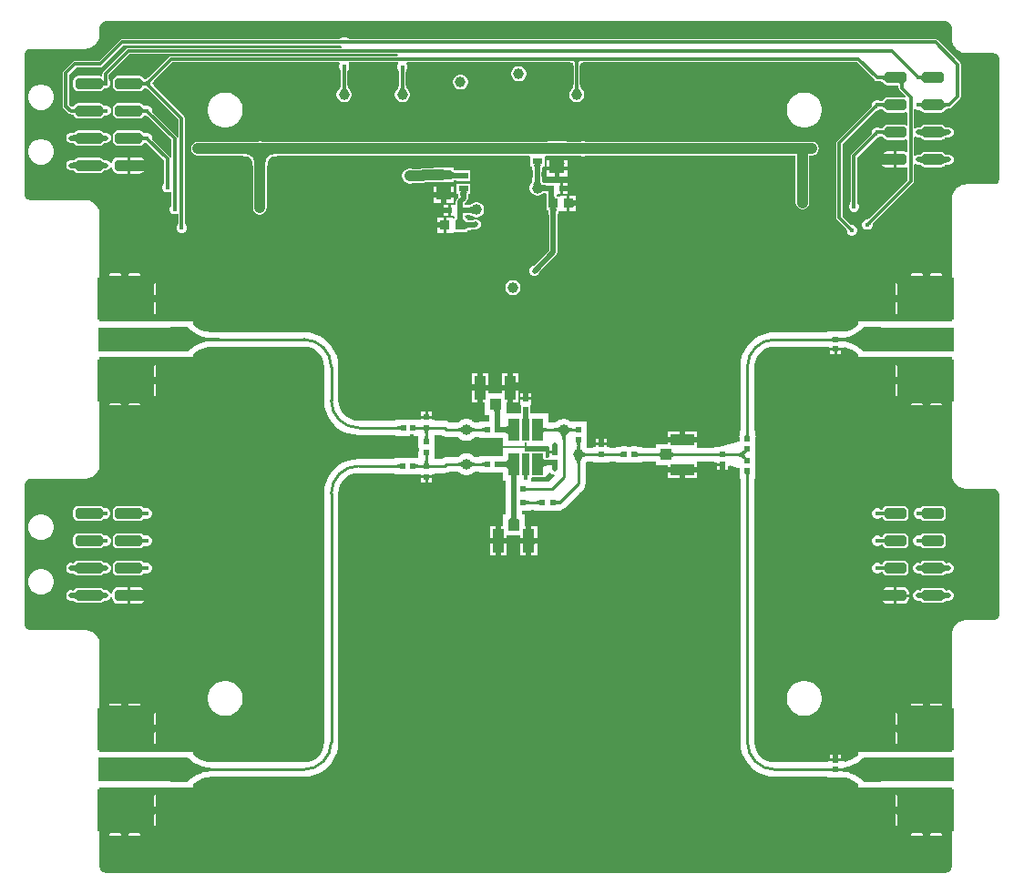
<source format=gtl>
G04*
G04 #@! TF.GenerationSoftware,Altium Limited,Altium Designer,23.0.1 (38)*
G04*
G04 Layer_Physical_Order=1*
G04 Layer_Color=255*
%FSLAX43Y43*%
%MOMM*%
G71*
G04*
G04 #@! TF.SameCoordinates,E6CB2E86-431E-4534-89A5-8C88B75FC072*
G04*
G04*
G04 #@! TF.FilePolarity,Positive*
G04*
G01*
G75*
%ADD14R,1.000X2.000*%
%ADD15R,0.650X2.000*%
%ADD16R,0.500X0.500*%
%ADD17R,0.500X0.500*%
%ADD18R,1.000X1.000*%
%ADD19R,2.200X1.050*%
G04:AMPARAMS|DCode=20|XSize=1mm|YSize=2.5mm|CornerRadius=0.25mm|HoleSize=0mm|Usage=FLASHONLY|Rotation=90.000|XOffset=0mm|YOffset=0mm|HoleType=Round|Shape=RoundedRectangle|*
%AMROUNDEDRECTD20*
21,1,1.000,2.000,0,0,90.0*
21,1,0.500,2.500,0,0,90.0*
1,1,0.500,1.000,0.250*
1,1,0.500,1.000,-0.250*
1,1,0.500,-1.000,-0.250*
1,1,0.500,-1.000,0.250*
%
%ADD20ROUNDEDRECTD20*%
%ADD21R,0.900X0.900*%
%ADD22R,1.400X0.950*%
%ADD23R,0.900X0.600*%
G04:AMPARAMS|DCode=24|XSize=1mm|YSize=2mm|CornerRadius=0.25mm|HoleSize=0mm|Usage=FLASHONLY|Rotation=90.000|XOffset=0mm|YOffset=0mm|HoleType=Round|Shape=RoundedRectangle|*
%AMROUNDEDRECTD24*
21,1,1.000,1.500,0,0,90.0*
21,1,0.500,2.000,0,0,90.0*
1,1,0.500,0.750,0.250*
1,1,0.500,0.750,-0.250*
1,1,0.500,-0.750,-0.250*
1,1,0.500,-0.750,0.250*
%
%ADD24ROUNDEDRECTD24*%
%ADD25R,1.050X2.200*%
%ADD26R,1.000X1.000*%
%ADD43C,0.293*%
%ADD44C,0.293*%
%ADD45C,1.000*%
%ADD46R,5.080X4.000*%
%ADD47R,8.382X2.286*%
%ADD48C,1.000*%
%ADD49C,0.300*%
%ADD50C,0.500*%
%ADD51C,0.450*%
G36*
X114423Y79563D02*
X114530Y79519D01*
X114627Y79454D01*
X114710Y79371D01*
X114775Y79274D01*
X114819Y79167D01*
X114842Y79052D01*
Y78020D01*
X114844Y78010D01*
X114843Y78000D01*
X114847Y77902D01*
X114855Y77873D01*
Y77842D01*
X114893Y77650D01*
X114908Y77613D01*
X114916Y77574D01*
X114991Y77393D01*
X115014Y77359D01*
X115029Y77322D01*
X115138Y77159D01*
X115166Y77131D01*
X115189Y77097D01*
X115327Y76959D01*
X115361Y76936D01*
X115389Y76908D01*
X115552Y76799D01*
X115589Y76784D01*
X115623Y76761D01*
X115804Y76686D01*
X115843Y76678D01*
X115880Y76663D01*
X116072Y76625D01*
X116103D01*
X116132Y76617D01*
X116230Y76613D01*
X116240Y76614D01*
X116250Y76612D01*
X118759D01*
X118874Y76589D01*
X118981Y76545D01*
X119078Y76480D01*
X119161Y76397D01*
X119226Y76300D01*
X119270Y76193D01*
X119293Y76078D01*
Y76020D01*
Y65020D01*
Y64962D01*
X119270Y64847D01*
X119226Y64740D01*
X119161Y64643D01*
X119078Y64560D01*
X118981Y64495D01*
X118874Y64451D01*
X118759Y64428D01*
X116250D01*
X116240Y64426D01*
X116230Y64427D01*
X116132Y64423D01*
X116103Y64415D01*
X116072D01*
X115880Y64377D01*
X115843Y64362D01*
X115804Y64354D01*
X115623Y64279D01*
X115589Y64256D01*
X115552Y64241D01*
X115389Y64132D01*
X115361Y64104D01*
X115327Y64081D01*
X115189Y63943D01*
X115166Y63909D01*
X115138Y63881D01*
X115029Y63718D01*
X115014Y63681D01*
X114991Y63647D01*
X114916Y63466D01*
X114908Y63427D01*
X114893Y63390D01*
X114855Y63198D01*
Y63167D01*
X114847Y63138D01*
X114843Y63040D01*
X114844Y63030D01*
X114842Y63020D01*
Y52124D01*
Y51651D01*
X108325D01*
X108275Y51661D01*
X106658Y51661D01*
X106656Y51661D01*
X106655Y51661D01*
X106606Y51651D01*
X106150D01*
Y51372D01*
X105993Y51234D01*
X105780Y51083D01*
X105554Y50953D01*
X105317Y50846D01*
X105070Y50763D01*
X104935Y50732D01*
X104808Y50758D01*
Y50758D01*
X103292D01*
Y50660D01*
X98398D01*
Y50664D01*
X97897Y50625D01*
X97408Y50508D01*
X96943Y50315D01*
X96514Y50052D01*
X96132Y49726D01*
X95805Y49343D01*
X95543Y48915D01*
X95350Y48450D01*
X95233Y47961D01*
X95193Y47460D01*
X95198D01*
Y41508D01*
X95100D01*
Y41032D01*
X95093Y40997D01*
X95100Y40962D01*
Y40939D01*
X95099Y40918D01*
X95100Y40916D01*
Y40876D01*
D01*
Y40492D01*
X95050Y40490D01*
X95031Y40485D01*
X93218Y40033D01*
X92792D01*
Y39947D01*
X91179D01*
Y40425D01*
X88471D01*
Y40288D01*
X87825D01*
X87801Y40283D01*
X87317D01*
Y39947D01*
X86058D01*
Y40033D01*
X85582D01*
X85547Y40040D01*
X85536Y40038D01*
X85050D01*
X85026Y40033D01*
X84674D01*
X84650Y40038D01*
X84164D01*
X84153Y40040D01*
X84118Y40033D01*
X83642D01*
Y39947D01*
X83008D01*
Y40033D01*
X82754D01*
Y40148D01*
X82250D01*
X81746D01*
Y40033D01*
X81492D01*
Y39947D01*
X80911D01*
X80908Y39949D01*
Y40412D01*
X80915Y40447D01*
X80913Y40458D01*
Y40944D01*
X80908Y40968D01*
Y41320D01*
D01*
X80913Y41344D01*
Y41684D01*
Y41844D01*
X80908Y41868D01*
Y42047D01*
Y42352D01*
X80424D01*
X80400Y42357D01*
X79900D01*
X79876Y42352D01*
X79449D01*
X79420Y42381D01*
X79420Y42381D01*
X79400Y42394D01*
D01*
X79340Y42434D01*
X79255Y42491D01*
X79255Y42491D01*
X79190Y42518D01*
D01*
X79070Y42568D01*
X79046Y42573D01*
D01*
X78934Y42595D01*
D01*
X78899Y42602D01*
D01*
X78875Y42607D01*
X78675D01*
X78651Y42602D01*
D01*
X78617Y42595D01*
D01*
X78504Y42573D01*
D01*
X78480Y42568D01*
X78360Y42518D01*
D01*
X78295Y42491D01*
X78295Y42491D01*
X78205Y42431D01*
X78130Y42381D01*
X78130Y42381D01*
X78080Y42331D01*
X78080Y42331D01*
X78038Y42289D01*
X78038D01*
X78014Y42266D01*
X77388D01*
Y42594D01*
X77383Y42618D01*
Y43102D01*
X76899D01*
X76875Y43107D01*
X75875D01*
X75851Y43102D01*
X75700D01*
Y43593D01*
D01*
X75700Y43891D01*
X75754Y43996D01*
X75754Y44055D01*
Y44373D01*
X75250D01*
X74746D01*
Y43996D01*
X74800Y43891D01*
X74800Y43102D01*
X73433D01*
Y43467D01*
X73440Y43501D01*
X73434Y43532D01*
X73436Y43563D01*
X73433Y43574D01*
Y44146D01*
X73575D01*
Y45250D01*
X73046D01*
Y45008D01*
X71804D01*
Y45250D01*
X71275D01*
Y44146D01*
X71417D01*
Y42992D01*
X71857D01*
X71857Y42989D01*
X71860Y42975D01*
Y42357D01*
X71489D01*
X71478Y42359D01*
X71443Y42352D01*
X70967D01*
Y42352D01*
X70883Y42268D01*
X70513Y42269D01*
X70487Y42295D01*
X70487D01*
X70445Y42337D01*
X70445Y42337D01*
X70395Y42387D01*
X70395Y42387D01*
X70375Y42400D01*
D01*
X70280Y42464D01*
D01*
X70230Y42497D01*
X70230Y42497D01*
X70165Y42524D01*
D01*
X70045Y42574D01*
X70021Y42579D01*
D01*
X69909Y42601D01*
X69874Y42608D01*
D01*
X69850Y42613D01*
X69650D01*
X69626Y42608D01*
D01*
X69591Y42601D01*
X69479Y42579D01*
D01*
X69455Y42574D01*
X69335Y42524D01*
D01*
X69270Y42497D01*
X69270Y42497D01*
X69220Y42464D01*
D01*
X69105Y42387D01*
X69105Y42387D01*
X69055Y42337D01*
Y42337D01*
X69013Y42295D01*
D01*
X69002Y42284D01*
X68161D01*
X68071Y42344D01*
X68068Y42347D01*
X68066Y42347D01*
X68046Y42361D01*
X67934Y42408D01*
X67934Y42408D01*
X67910Y42412D01*
X67909Y42413D01*
X67904Y42413D01*
X67738Y42447D01*
X66779D01*
Y42533D01*
X66525D01*
Y42648D01*
X66021D01*
X65517D01*
Y42533D01*
X65045D01*
X65021Y42538D01*
X64521D01*
X64497Y42533D01*
X63705D01*
X63703Y42534D01*
X63683Y42533D01*
X63659D01*
X63624Y42540D01*
X63589Y42533D01*
X63113D01*
Y42435D01*
X59715D01*
X59706Y42434D01*
X59348Y42469D01*
X58995Y42577D01*
X58670Y42750D01*
X58384Y42984D01*
X58150Y43270D01*
X57977Y43595D01*
X57869Y43948D01*
X57834Y44306D01*
X57835Y44315D01*
Y47460D01*
X57840D01*
X57800Y47961D01*
X57683Y48450D01*
X57490Y48915D01*
X57228Y49344D01*
X56901Y49726D01*
X56519Y50053D01*
X56090Y50315D01*
X55625Y50508D01*
X55136Y50625D01*
X54635Y50665D01*
Y50660D01*
X46841D01*
X46821Y50664D01*
X46070D01*
X45948Y50671D01*
X45683Y50705D01*
X45430Y50764D01*
X45183Y50847D01*
X44945Y50954D01*
X44719Y51083D01*
X44507Y51235D01*
X44350Y51372D01*
Y51651D01*
X43894D01*
X43845Y51661D01*
X43843Y51661D01*
X43842Y51661D01*
X42225D01*
X42175Y51651D01*
X35658D01*
Y61570D01*
X35656Y61580D01*
X35657Y61590D01*
X35653Y61688D01*
X35645Y61718D01*
Y61748D01*
X35607Y61940D01*
X35592Y61977D01*
X35584Y62017D01*
X35509Y62198D01*
X35486Y62231D01*
X35471Y62268D01*
X35362Y62431D01*
X35334Y62460D01*
X35311Y62493D01*
X35173Y62632D01*
X35139Y62654D01*
X35111Y62682D01*
X34948Y62791D01*
X34911Y62807D01*
X34877Y62829D01*
X34696Y62904D01*
X34657Y62912D01*
X34620Y62927D01*
X34428Y62965D01*
X34397D01*
X34368Y62973D01*
X34270Y62978D01*
X34260Y62976D01*
X34250Y62978D01*
X29192D01*
X29077Y63001D01*
X28969Y63046D01*
X28873Y63110D01*
X28790Y63193D01*
X28725Y63290D01*
X28681Y63398D01*
X28658Y63512D01*
Y63570D01*
Y76430D01*
Y76488D01*
X28681Y76602D01*
X28725Y76710D01*
X28790Y76807D01*
X28873Y76890D01*
X28969Y76954D01*
X29077Y76999D01*
X29192Y77022D01*
X34250D01*
X34260Y77024D01*
X34270Y77022D01*
X34368Y77027D01*
X34397Y77035D01*
X34428D01*
X34620Y77073D01*
X34657Y77088D01*
X34696Y77096D01*
X34877Y77171D01*
X34911Y77193D01*
X34948Y77209D01*
X35111Y77318D01*
X35139Y77346D01*
X35173Y77368D01*
X35311Y77507D01*
X35334Y77540D01*
X35362Y77569D01*
X35471Y77732D01*
X35486Y77769D01*
X35509Y77802D01*
X35584Y77983D01*
X35592Y78023D01*
X35607Y78060D01*
X35645Y78252D01*
Y78282D01*
X35653Y78312D01*
X35657Y78410D01*
X35656Y78420D01*
X35658Y78430D01*
Y79052D01*
X35681Y79167D01*
X35725Y79274D01*
X35790Y79371D01*
X35873Y79454D01*
X35970Y79519D01*
X36077Y79563D01*
X36192Y79586D01*
X114308D01*
X114423Y79563D01*
D02*
G37*
G36*
X43951Y51032D02*
X44186Y50828D01*
X44439Y50647D01*
X44709Y50492D01*
X44993Y50364D01*
X45288Y50265D01*
X45592Y50195D01*
X45900Y50155D01*
X46056Y50146D01*
X46821D01*
Y49856D01*
X46056Y49854D01*
X45901Y49846D01*
X45592Y49806D01*
X45289Y49736D01*
X44994Y49636D01*
X44710Y49508D01*
X44440Y49353D01*
X44186Y49173D01*
X43951Y48968D01*
X43842Y48857D01*
X42225Y48857D01*
Y51143D01*
X43842D01*
X43951Y51032D01*
D02*
G37*
G36*
X108275Y51143D02*
Y48857D01*
X106658Y48857D01*
X106549Y48968D01*
X106314Y49172D01*
X106061Y49353D01*
X105791Y49508D01*
X105507Y49636D01*
X105212Y49735D01*
X104908Y49805D01*
X104808Y49818D01*
Y49858D01*
X103679D01*
Y50143D01*
X104444Y50146D01*
X104599Y50154D01*
X104908Y50194D01*
X105211Y50264D01*
X105506Y50364D01*
X105790Y50492D01*
X106060Y50647D01*
X106314Y50827D01*
X106549Y51032D01*
X106658Y51143D01*
X108275Y51143D01*
D02*
G37*
G36*
X55002Y49306D02*
X55355Y49198D01*
X55680Y49025D01*
X55966Y48791D01*
X56200Y48505D01*
X56373Y48180D01*
X56481Y47827D01*
X56516Y47469D01*
X56515Y47460D01*
Y44315D01*
X56510D01*
X56550Y43814D01*
X56667Y43325D01*
X56860Y42860D01*
X57122Y42431D01*
X57449Y42049D01*
X57831Y41722D01*
X58260Y41460D01*
X58725Y41267D01*
X59214Y41150D01*
X59715Y41110D01*
Y41115D01*
X63113D01*
Y41017D01*
X63589D01*
X63624Y41010D01*
X63659Y41017D01*
X63683D01*
X63703Y41016D01*
X63705Y41017D01*
X64497D01*
X64521Y41012D01*
X65021D01*
X65045Y41017D01*
X65263D01*
Y40782D01*
X65256Y40747D01*
X65258Y40736D01*
Y40250D01*
X65263Y40226D01*
Y39774D01*
X65258Y39750D01*
Y39250D01*
X65263Y39226D01*
Y39147D01*
Y38983D01*
X65027D01*
X64993Y38990D01*
X64982Y38988D01*
X64496D01*
X64472Y38983D01*
X63680D01*
X63678Y38984D01*
X63658Y38983D01*
X63633D01*
X63599Y38990D01*
X63564Y38983D01*
X63088D01*
Y38885D01*
X59715D01*
Y38890D01*
X59214Y38850D01*
X58725Y38733D01*
X58260Y38540D01*
X57831Y38278D01*
X57449Y37951D01*
X57122Y37569D01*
X56860Y37140D01*
X56667Y36675D01*
X56550Y36186D01*
X56510Y35685D01*
X56515D01*
Y12540D01*
X56516Y12531D01*
X56481Y12173D01*
X56373Y11820D01*
X56200Y11495D01*
X55966Y11209D01*
X55680Y10975D01*
X55355Y10802D01*
X55002Y10694D01*
X54644Y10659D01*
X54635Y10660D01*
X46841D01*
X46821Y10664D01*
X46070D01*
X45948Y10671D01*
X45683Y10705D01*
X45430Y10764D01*
X45183Y10847D01*
X44945Y10954D01*
X44719Y11083D01*
X44507Y11235D01*
X44491Y11249D01*
X44350Y11372D01*
D01*
Y11651D01*
X43894D01*
X43845Y11661D01*
X43843Y11661D01*
X43842Y11661D01*
X42225D01*
X42175Y11651D01*
X35658D01*
Y21570D01*
X35656Y21580D01*
X35657Y21590D01*
X35653Y21688D01*
X35645Y21718D01*
Y21748D01*
X35607Y21940D01*
X35592Y21977D01*
X35584Y22017D01*
X35509Y22198D01*
X35486Y22231D01*
X35471Y22268D01*
X35362Y22431D01*
X35334Y22460D01*
X35311Y22493D01*
X35173Y22632D01*
X35139Y22654D01*
X35111Y22682D01*
X34948Y22791D01*
X34911Y22807D01*
X34877Y22829D01*
X34696Y22904D01*
X34657Y22912D01*
X34620Y22927D01*
X34428Y22965D01*
X34397D01*
X34368Y22973D01*
X34270Y22978D01*
X34260Y22976D01*
X34250Y22978D01*
X29192D01*
X29077Y23001D01*
X28969Y23046D01*
X28873Y23110D01*
X28790Y23193D01*
X28725Y23290D01*
X28681Y23398D01*
X28658Y23512D01*
Y23570D01*
Y36430D01*
Y36488D01*
X28681Y36602D01*
X28725Y36710D01*
X28790Y36807D01*
X28873Y36890D01*
X28969Y36954D01*
X29077Y36999D01*
X29192Y37022D01*
X34250D01*
X34260Y37024D01*
X34270Y37022D01*
X34368Y37027D01*
X34397Y37035D01*
X34428D01*
X34620Y37073D01*
X34657Y37088D01*
X34696Y37096D01*
X34877Y37171D01*
X34911Y37193D01*
X34948Y37209D01*
X35111Y37318D01*
X35139Y37346D01*
X35173Y37368D01*
X35311Y37507D01*
X35334Y37540D01*
X35362Y37569D01*
X35471Y37732D01*
X35486Y37769D01*
X35509Y37802D01*
X35584Y37983D01*
X35592Y38023D01*
X35607Y38060D01*
X35645Y38252D01*
Y38282D01*
X35653Y38312D01*
X35657Y38410D01*
X35656Y38420D01*
X35658Y38430D01*
Y47835D01*
Y48349D01*
X42175D01*
X42225Y48339D01*
X43842Y48339D01*
X43844Y48339D01*
X43845Y48339D01*
X43894Y48349D01*
X44350D01*
Y48628D01*
X44507Y48766D01*
X44720Y48917D01*
X44945Y49047D01*
X45183Y49154D01*
X45430Y49237D01*
X45684Y49295D01*
X45948Y49330D01*
X46071Y49336D01*
X46823Y49339D01*
X46828Y49340D01*
X54635D01*
X54644Y49341D01*
X55002Y49306D01*
D02*
G37*
G36*
X72922Y43503D02*
X72913Y43498D01*
X72905Y43483D01*
X72898Y43458D01*
X72892Y43423D01*
X72887Y43378D01*
X72877Y43183D01*
X72875Y43003D01*
X72375D01*
X72372Y43098D01*
X72365Y43184D01*
X72352Y43259D01*
X72335Y43325D01*
X72312Y43380D01*
X72285Y43425D01*
X72252Y43460D01*
X72215Y43486D01*
X72172Y43501D01*
X72125Y43506D01*
X72922Y43503D01*
D02*
G37*
G36*
X79203Y41859D02*
X79229Y41835D01*
X79258Y41813D01*
X79290Y41793D01*
X79325Y41777D01*
X79363Y41764D01*
X79404Y41754D01*
X79448Y41747D01*
X79496Y41742D01*
X79546Y41741D01*
Y41447D01*
X79496Y41446D01*
X79448Y41441D01*
X79404Y41434D01*
X79363Y41424D01*
X79325Y41411D01*
X79290Y41394D01*
X79258Y41375D01*
X79229Y41353D01*
X79203Y41328D01*
X79180Y41301D01*
Y41435D01*
X78962Y41423D01*
X78952Y41417D01*
Y41771D01*
X78962Y41765D01*
X78982Y41760D01*
X79012Y41755D01*
X79098Y41748D01*
X79180Y41746D01*
Y41887D01*
X79203Y41859D01*
D02*
G37*
G36*
X63624Y41528D02*
X63621Y41547D01*
X63612Y41564D01*
X63597Y41579D01*
X63577Y41592D01*
X63550Y41603D01*
X63518Y41612D01*
X63480Y41619D01*
X63436Y41624D01*
X63386Y41627D01*
X63330Y41628D01*
Y41922D01*
X63386Y41923D01*
X63480Y41931D01*
X63518Y41938D01*
X63550Y41947D01*
X63577Y41958D01*
X63597Y41971D01*
X63612Y41986D01*
X63621Y42003D01*
X63624Y42022D01*
Y41528D01*
D02*
G37*
G36*
X78370Y41769D02*
X78373Y41771D01*
Y41417D01*
X78370Y41419D01*
Y41301D01*
X78347Y41328D01*
X78321Y41353D01*
X78292Y41375D01*
X78260Y41394D01*
X78225Y41411D01*
X78187Y41424D01*
X78146Y41434D01*
X78102Y41441D01*
X78079Y41443D01*
X77942Y41447D01*
X77848Y41447D01*
Y41741D01*
X77942Y41741D01*
X78135Y41752D01*
X78146Y41754D01*
X78187Y41764D01*
X78225Y41777D01*
X78260Y41793D01*
X78292Y41813D01*
X78321Y41835D01*
X78347Y41859D01*
X78370Y41887D01*
Y41769D01*
D02*
G37*
G36*
X71478Y41347D02*
X71475Y41366D01*
X71466Y41383D01*
X71452Y41399D01*
X71431Y41412D01*
X71405Y41423D01*
X71372Y41432D01*
X71334Y41439D01*
X71290Y41445D01*
X71240Y41448D01*
X71185Y41449D01*
Y41742D01*
X71240Y41743D01*
X71334Y41751D01*
X71372Y41758D01*
X71405Y41767D01*
X71431Y41777D01*
X71452Y41790D01*
X71466Y41805D01*
X71475Y41822D01*
X71478Y41841D01*
Y41347D01*
D02*
G37*
G36*
X69338Y41317D02*
X69316Y41345D01*
X69291Y41371D01*
X69262Y41393D01*
X69231Y41412D01*
X69196Y41429D01*
X69158Y41442D01*
X69117Y41453D01*
X69073Y41460D01*
X69025Y41464D01*
X68975Y41466D01*
X68983Y41759D01*
X69033Y41761D01*
X69081Y41765D01*
X69125Y41772D01*
X69167Y41782D01*
X69205Y41795D01*
X69241Y41811D01*
X69273Y41830D01*
X69303Y41852D01*
X69329Y41876D01*
X69353Y41904D01*
X69338Y41317D01*
D02*
G37*
G36*
X70178Y41864D02*
X70204Y41839D01*
X70233Y41817D01*
X70265Y41798D01*
X70300Y41782D01*
X70338Y41768D01*
X70380Y41758D01*
X70424Y41750D01*
X70471Y41746D01*
X70522Y41744D01*
X70521Y41451D01*
X70470Y41450D01*
X70423Y41445D01*
X70379Y41438D01*
X70337Y41428D01*
X70299Y41415D01*
X70264Y41399D01*
X70232Y41380D01*
X70203Y41358D01*
X70177Y41333D01*
X70154Y41305D01*
X70156Y41892D01*
X70178Y41864D01*
D02*
G37*
G36*
X76872Y41859D02*
X76881Y41835D01*
X76896Y41813D01*
X76916Y41793D01*
X76943Y41777D01*
X76976Y41764D01*
X77014Y41754D01*
X77059Y41747D01*
X77109Y41742D01*
X77165Y41741D01*
Y41447D01*
X77109Y41446D01*
X77059Y41441D01*
X77014Y41434D01*
X76976Y41424D01*
X76943Y41411D01*
X76916Y41394D01*
X76896Y41375D01*
X76881Y41353D01*
X76872Y41328D01*
X76869Y41301D01*
Y41887D01*
X76872Y41859D01*
D02*
G37*
G36*
X66249Y41525D02*
X66232Y41516D01*
X66217Y41502D01*
X66204Y41481D01*
X66193Y41455D01*
X66184Y41422D01*
X66177Y41384D01*
X66172Y41340D01*
X66169Y41290D01*
X66168Y41235D01*
X65874D01*
X65873Y41290D01*
X65865Y41384D01*
X65858Y41422D01*
X65849Y41455D01*
X65838Y41481D01*
X65825Y41502D01*
X65810Y41516D01*
X65793Y41525D01*
X65774Y41528D01*
X66268D01*
X66249Y41525D01*
D02*
G37*
G36*
X73631Y41094D02*
X73626Y41141D01*
X73611Y41184D01*
X73586Y41221D01*
X73551Y41254D01*
X73505Y41281D01*
X73450Y41304D01*
X73385Y41321D01*
X73309Y41334D01*
X73224Y41341D01*
X73128Y41344D01*
Y41844D01*
X73224Y41846D01*
X73309Y41854D01*
X73385Y41866D01*
X73450Y41884D01*
X73505Y41906D01*
X73551Y41934D01*
X73586Y41966D01*
X73611Y42004D01*
X73626Y42046D01*
X73631Y42094D01*
Y41094D01*
D02*
G37*
G36*
X96005Y41234D02*
X96013Y41141D01*
X96020Y41102D01*
X96029Y41070D01*
X96040Y41044D01*
X96054Y41023D01*
X96069Y41009D01*
X96086Y41000D01*
X96105Y40997D01*
X95611D01*
X95630Y41000D01*
X95647Y41009D01*
X95662Y41023D01*
X95675Y41044D01*
X95686Y41070D01*
X95695Y41102D01*
X95702Y41141D01*
X95707Y41184D01*
X95710Y41234D01*
X95711Y41290D01*
X96004D01*
X96005Y41234D01*
D02*
G37*
G36*
X66169Y40985D02*
X66177Y40891D01*
X66184Y40853D01*
X66193Y40820D01*
X66204Y40794D01*
X66217Y40773D01*
X66232Y40759D01*
X66249Y40750D01*
X66268Y40747D01*
X65774D01*
X65793Y40750D01*
X65810Y40759D01*
X65825Y40773D01*
X65838Y40794D01*
X65849Y40820D01*
X65858Y40853D01*
X65865Y40891D01*
X65870Y40935D01*
X65873Y40985D01*
X65874Y41040D01*
X66168D01*
X66169Y40985D01*
D02*
G37*
G36*
X78950Y41189D02*
X79068D01*
X79040Y41166D01*
X79016Y41140D01*
X78994Y41111D01*
X78974Y41079D01*
X78958Y41044D01*
X78945Y41006D01*
X78935Y40965D01*
X78928Y40921D01*
X78925Y40898D01*
X78922Y40761D01*
X78922Y40667D01*
X78628D01*
X78628Y40761D01*
X78617Y40954D01*
X78615Y40965D01*
X78605Y41006D01*
X78592Y41044D01*
X78576Y41079D01*
X78556Y41111D01*
X78534Y41140D01*
X78509Y41166D01*
X78482Y41189D01*
X78600D01*
X78598Y41192D01*
X78952D01*
X78950Y41189D01*
D02*
G37*
G36*
X80378Y40444D02*
X80361Y40435D01*
X80346Y40421D01*
X80333Y40400D01*
X80322Y40374D01*
X80313Y40341D01*
X80306Y40303D01*
X80301Y40259D01*
X80298Y40209D01*
X80297Y40154D01*
X80003D01*
X80002Y40209D01*
X79994Y40303D01*
X79987Y40341D01*
X79978Y40374D01*
X79967Y40400D01*
X79954Y40421D01*
X79939Y40435D01*
X79922Y40444D01*
X79903Y40447D01*
X80397D01*
X80378Y40444D01*
D02*
G37*
G36*
X85550Y39503D02*
X85559Y39486D01*
X85573Y39471D01*
X85594Y39458D01*
X85620Y39447D01*
X85652Y39438D01*
X85691Y39431D01*
X85735Y39426D01*
X85784Y39423D01*
X85840Y39422D01*
Y39128D01*
X85784Y39127D01*
X85691Y39119D01*
X85652Y39112D01*
X85620Y39103D01*
X85594Y39092D01*
X85573Y39079D01*
X85559Y39064D01*
X85550Y39047D01*
X85547Y39028D01*
Y39522D01*
X85550Y39503D01*
D02*
G37*
G36*
X84153Y39028D02*
X84150Y39047D01*
X84141Y39064D01*
X84127Y39079D01*
X84106Y39092D01*
X84080Y39103D01*
X84047Y39112D01*
X84009Y39119D01*
X83965Y39124D01*
X83915Y39127D01*
X83860Y39128D01*
Y39422D01*
X83915Y39423D01*
X84009Y39431D01*
X84047Y39438D01*
X84080Y39447D01*
X84106Y39458D01*
X84127Y39471D01*
X84141Y39486D01*
X84150Y39503D01*
X84153Y39522D01*
Y39028D01*
D02*
G37*
G36*
X88822Y39541D02*
X88831Y39516D01*
X88846Y39494D01*
X88866Y39474D01*
X88893Y39458D01*
X88926Y39445D01*
X88964Y39435D01*
X89009Y39428D01*
X89059Y39423D01*
X89115Y39422D01*
Y39128D01*
X89059Y39127D01*
X89009Y39122D01*
X88964Y39115D01*
X88926Y39105D01*
X88893Y39092D01*
X88866Y39076D01*
X88846Y39056D01*
X88831Y39034D01*
X88822Y39009D01*
X88819Y38982D01*
Y39568D01*
X88822Y39541D01*
D02*
G37*
G36*
X87831Y38982D02*
X87828Y39009D01*
X87819Y39034D01*
X87804Y39056D01*
X87784Y39076D01*
X87757Y39092D01*
X87724Y39105D01*
X87686Y39115D01*
X87641Y39122D01*
X87591Y39127D01*
X87535Y39128D01*
Y39422D01*
X87591Y39423D01*
X87641Y39428D01*
X87686Y39435D01*
X87724Y39445D01*
X87757Y39458D01*
X87784Y39474D01*
X87804Y39494D01*
X87819Y39516D01*
X87828Y39541D01*
X87831Y39568D01*
Y38982D01*
D02*
G37*
G36*
X80298Y39996D02*
X80302Y39948D01*
X80310Y39904D01*
X80320Y39863D01*
X80333Y39825D01*
X80349Y39790D01*
X80368Y39758D01*
X80390Y39729D01*
X80415Y39703D01*
X80443Y39680D01*
X80309Y39680D01*
X80321Y39462D01*
X80327Y39452D01*
X80337Y39446D01*
X80357Y39441D01*
X80387Y39436D01*
X80473Y39429D01*
X80555Y39427D01*
Y39568D01*
X80578Y39541D01*
X80604Y39516D01*
X80633Y39494D01*
X80665Y39474D01*
X80700Y39458D01*
X80738Y39445D01*
X80779Y39435D01*
X80823Y39428D01*
X80871Y39423D01*
X80921Y39422D01*
Y39128D01*
X80871Y39127D01*
X80823Y39122D01*
X80779Y39115D01*
X80738Y39105D01*
X80700Y39092D01*
X80665Y39076D01*
X80633Y39056D01*
X80604Y39034D01*
X80578Y39009D01*
X80555Y38982D01*
Y39116D01*
X80337Y39104D01*
X80327Y39098D01*
X80321Y39088D01*
X80316Y39068D01*
X80311Y39038D01*
X80304Y38952D01*
X80302Y38870D01*
X80443D01*
X80415Y38847D01*
X80391Y38821D01*
X80369Y38792D01*
X80349Y38760D01*
X80333Y38725D01*
X80320Y38687D01*
X80310Y38646D01*
X80303Y38602D01*
X80298Y38554D01*
X80297Y38504D01*
X80003D01*
X80002Y38554D01*
X79997Y38602D01*
X79990Y38646D01*
X79980Y38687D01*
X79967Y38725D01*
X79951Y38760D01*
X79931Y38792D01*
X79909Y38821D01*
X79884Y38847D01*
X79857Y38870D01*
X79991D01*
X79979Y39088D01*
X79973Y39098D01*
X80327D01*
Y39452D01*
X79973D01*
X79979Y39462D01*
X79984Y39482D01*
X79988Y39512D01*
X79996Y39598D01*
X79998Y39680D01*
X79857Y39680D01*
X79884Y39703D01*
X79909Y39729D01*
X79931Y39757D01*
X79950Y39790D01*
X79967Y39825D01*
X79980Y39863D01*
X79990Y39904D01*
X79997Y39948D01*
X80002Y39996D01*
X80003Y40046D01*
X80297Y40046D01*
X80298Y39996D01*
D02*
G37*
G36*
X67566Y41043D02*
X67570Y41041D01*
X67571Y41040D01*
D01*
X67591Y41027D01*
X67704Y40980D01*
X67704Y40980D01*
X67704Y40980D01*
X67728Y40975D01*
X67729Y40975D01*
X67733Y40974D01*
X67809Y40959D01*
X67900Y40941D01*
X67900Y40941D01*
X67900Y40941D01*
X67900Y40941D01*
X68977D01*
X69013Y40905D01*
X69013Y40905D01*
X69055Y40863D01*
X69055Y40863D01*
X69105Y40813D01*
X69105Y40813D01*
X69154Y40780D01*
D01*
X69270Y40703D01*
D01*
X69270Y40703D01*
X69455Y40626D01*
X69479Y40621D01*
D01*
X69591Y40599D01*
X69626Y40592D01*
D01*
X69650Y40587D01*
X69850D01*
X69874Y40592D01*
D01*
X69909Y40599D01*
X70021Y40621D01*
D01*
X70045Y40626D01*
X70230Y40703D01*
X70230Y40703D01*
X70250Y40716D01*
X70336Y40773D01*
X70395Y40813D01*
X70395Y40813D01*
X70445Y40863D01*
X70445Y40863D01*
X70487Y40905D01*
D01*
X70508Y40926D01*
X70967Y40925D01*
Y40836D01*
X71443D01*
X71478Y40829D01*
X71489Y40831D01*
X71975D01*
X71999Y40836D01*
X72575D01*
X72625Y40829D01*
X73100D01*
X73115Y40826D01*
X73117Y40826D01*
Y40086D01*
X75133D01*
Y40086D01*
Y40394D01*
X75367D01*
Y40086D01*
X75851D01*
X75875Y40081D01*
X76875D01*
X76899Y40086D01*
X77318D01*
X77398Y40042D01*
X77421Y39975D01*
Y39652D01*
X77925D01*
Y39398D01*
X77421D01*
Y39099D01*
X77415Y39082D01*
X77311Y38981D01*
X77288Y38981D01*
X77216Y38987D01*
X77159Y38997D01*
X77115Y39009D01*
X77087Y39020D01*
X77075Y39027D01*
Y39594D01*
X75133D01*
Y39902D01*
X73117D01*
Y39162D01*
X73115Y39162D01*
X73100Y39159D01*
X72625D01*
X72575Y39152D01*
X71999D01*
X71975Y39157D01*
X71489D01*
X71478Y39159D01*
X71443Y39152D01*
X70967D01*
Y39152D01*
X70883Y39068D01*
X70513Y39069D01*
X70487Y39095D01*
X70487D01*
X70445Y39137D01*
X70445Y39137D01*
X70395Y39187D01*
X70395Y39187D01*
X70346Y39220D01*
D01*
X70230Y39297D01*
X70230Y39297D01*
X70165Y39324D01*
X70045Y39374D01*
X70021Y39379D01*
D01*
X69987Y39386D01*
D01*
X69850Y39413D01*
X69650D01*
X69513Y39386D01*
D01*
X69479Y39379D01*
D01*
X69455Y39374D01*
X69335Y39324D01*
X69270Y39297D01*
X69270Y39297D01*
X69220Y39264D01*
X69105Y39187D01*
X69105Y39187D01*
X69055Y39137D01*
X69055Y39137D01*
X69013Y39095D01*
X69013D01*
X68989Y39072D01*
X67900D01*
X67733Y39038D01*
X67729Y39038D01*
X67728Y39037D01*
X67704Y39033D01*
X67704Y39033D01*
X67592Y38986D01*
X67591Y38986D01*
X67571Y38972D01*
X67570Y38972D01*
X67566Y38969D01*
X67458Y38897D01*
X66779D01*
Y39147D01*
Y39226D01*
X66784Y39250D01*
Y39510D01*
Y39750D01*
X66779Y39774D01*
Y40226D01*
X66784Y40250D01*
Y40736D01*
X66786Y40747D01*
X66779Y40782D01*
Y41103D01*
X67477D01*
X67566Y41043D01*
D02*
G37*
G36*
X95698Y39482D02*
X95698Y39482D01*
X95698Y39482D01*
X95660Y39441D01*
X95631Y39399D01*
X95611Y39358D01*
X95598Y39316D01*
X95594Y39275D01*
X95598Y39234D01*
X95611Y39192D01*
X95631Y39151D01*
X95660Y39109D01*
X95698Y39068D01*
X95698Y39068D01*
X95698Y39068D01*
X95430Y38921D01*
X95387Y38960D01*
X95343Y38996D01*
X95297Y39027D01*
X95250Y39054D01*
X95201Y39076D01*
X95150Y39095D01*
X95097Y39110D01*
X95043Y39120D01*
X94987Y39126D01*
X94929Y39128D01*
X94929Y39422D01*
X94929D01*
Y39422D01*
X94987Y39424D01*
X95043Y39430D01*
X95097Y39440D01*
X95150Y39455D01*
X95201Y39474D01*
X95250Y39496D01*
X95297Y39523D01*
X95343Y39554D01*
X95387Y39590D01*
X95430Y39629D01*
X95698Y39482D01*
D02*
G37*
G36*
X66169Y38710D02*
X66177Y38616D01*
X66184Y38578D01*
X66193Y38545D01*
X66204Y38519D01*
X66217Y38498D01*
X66232Y38484D01*
X66249Y38475D01*
X66268Y38472D01*
X65774D01*
X65793Y38475D01*
X65810Y38484D01*
X65825Y38498D01*
X65838Y38519D01*
X65849Y38545D01*
X65858Y38578D01*
X65865Y38616D01*
X65870Y38660D01*
X65873Y38710D01*
X65874Y38765D01*
X66168D01*
X66169Y38710D01*
D02*
G37*
G36*
X71478Y38147D02*
X71475Y38166D01*
X71466Y38183D01*
X71452Y38199D01*
X71431Y38212D01*
X71405Y38223D01*
X71372Y38232D01*
X71334Y38239D01*
X71290Y38245D01*
X71240Y38248D01*
X71185Y38249D01*
Y38542D01*
X71240Y38543D01*
X71334Y38551D01*
X71372Y38558D01*
X71405Y38567D01*
X71431Y38577D01*
X71452Y38590D01*
X71466Y38605D01*
X71475Y38622D01*
X71478Y38641D01*
Y38147D01*
D02*
G37*
G36*
X92792Y38517D02*
X93046D01*
Y38502D01*
X93550D01*
Y38375D01*
D01*
X93677D01*
Y37871D01*
X94054D01*
Y37871D01*
Y38192D01*
D01*
X94061Y38204D01*
X94099Y38243D01*
X94181Y38278D01*
X94184Y38276D01*
X95013Y38070D01*
X95029Y38069D01*
X95052Y38063D01*
X95100Y38060D01*
Y37634D01*
X95099Y37632D01*
X95100Y37611D01*
Y37588D01*
X95093Y37553D01*
X95100Y37518D01*
Y37256D01*
D01*
Y37042D01*
X95198D01*
Y12540D01*
X95193D01*
X95233Y12039D01*
X95350Y11550D01*
X95543Y11085D01*
X95805Y10657D01*
X96132Y10274D01*
X96514Y9948D01*
X96943Y9685D01*
X97408Y9492D01*
X97896Y9375D01*
X98398Y9336D01*
Y9340D01*
X103292D01*
Y9242D01*
X104808D01*
Y9242D01*
X104935Y9268D01*
X105070Y9236D01*
X105317Y9153D01*
X105555Y9046D01*
X105781Y8917D01*
X105993Y8765D01*
X106150Y8628D01*
Y8349D01*
X106606D01*
X106655Y8339D01*
X106657Y8339D01*
X106658Y8339D01*
X108275Y8339D01*
X108325Y8349D01*
X114842D01*
Y7876D01*
Y994D01*
Y936D01*
X114819Y821D01*
X114775Y713D01*
X114710Y616D01*
X114627Y534D01*
X114531Y469D01*
X114423Y425D01*
X114308Y402D01*
X36192D01*
X36077Y425D01*
X35970Y469D01*
X35873Y534D01*
X35790Y616D01*
X35725Y713D01*
X35681Y821D01*
X35658Y936D01*
Y994D01*
Y7835D01*
Y8349D01*
X42175D01*
X42225Y8339D01*
X43842Y8339D01*
X43844Y8339D01*
X43845Y8339D01*
X43894Y8349D01*
X44350D01*
Y8628D01*
X44507Y8766D01*
X44720Y8917D01*
X44945Y9047D01*
X45183Y9154D01*
X45430Y9237D01*
X45684Y9295D01*
X45948Y9330D01*
X46071Y9336D01*
X46823Y9339D01*
X46828Y9340D01*
X54635D01*
Y9335D01*
X55136Y9375D01*
X55625Y9492D01*
X56090Y9685D01*
X56519Y9947D01*
X56901Y10274D01*
X57228Y10656D01*
X57490Y11085D01*
X57683Y11550D01*
X57800Y12039D01*
X57840Y12540D01*
X57835D01*
Y35685D01*
X57834Y35694D01*
X57869Y36052D01*
X57977Y36405D01*
X58150Y36730D01*
X58384Y37016D01*
X58670Y37250D01*
X58995Y37423D01*
X59348Y37531D01*
X59706Y37566D01*
X59715Y37565D01*
X63088D01*
Y37467D01*
X63564D01*
X63599Y37460D01*
X63633Y37467D01*
X63658D01*
X63678Y37466D01*
X63680Y37467D01*
X64472D01*
X64496Y37462D01*
X64982D01*
X64993Y37460D01*
X65027Y37467D01*
X65263D01*
Y37467D01*
X65517D01*
Y37352D01*
X66021D01*
X66525D01*
Y37467D01*
X66779D01*
Y37553D01*
X67725D01*
X67892Y37587D01*
X67896Y37587D01*
X67897Y37588D01*
X67921Y37592D01*
X67921Y37592D01*
X68033Y37639D01*
X68034Y37639D01*
X68054Y37653D01*
X68055Y37653D01*
X68059Y37656D01*
X68167Y37728D01*
X68989D01*
X69013Y37705D01*
X69013D01*
X69055Y37663D01*
X69055Y37663D01*
X69105Y37613D01*
X69105Y37613D01*
X69220Y37536D01*
D01*
X69270Y37503D01*
X69270Y37503D01*
X69335Y37476D01*
D01*
X69455Y37426D01*
X69479Y37421D01*
D01*
X69591Y37399D01*
X69626Y37392D01*
D01*
X69650Y37387D01*
X69850D01*
X69874Y37392D01*
D01*
X69909Y37399D01*
X70021Y37421D01*
D01*
X70045Y37426D01*
X70165Y37476D01*
D01*
X70230Y37503D01*
X70230Y37503D01*
X70280Y37536D01*
D01*
X70395Y37613D01*
X70395Y37613D01*
X70445Y37663D01*
X70445Y37663D01*
X70487Y37705D01*
D01*
X70508Y37726D01*
X70967Y37725D01*
Y37636D01*
X71443D01*
X71478Y37629D01*
X71489Y37631D01*
X71975D01*
X71999Y37636D01*
X72575D01*
X72625Y37629D01*
X73100D01*
X73115Y37626D01*
X73117Y37626D01*
Y36886D01*
X73360D01*
Y36129D01*
Y33775D01*
X73357Y33760D01*
X73357Y33758D01*
X73117D01*
Y33282D01*
X73110Y33247D01*
X73116Y33220D01*
X73113Y33192D01*
X73117Y33179D01*
Y32604D01*
X72975D01*
Y31500D01*
X73504D01*
Y31742D01*
X74746D01*
Y31500D01*
X75275D01*
Y32604D01*
X75133D01*
Y33179D01*
X75137Y33192D01*
X75134Y33220D01*
X75140Y33247D01*
X75133Y33282D01*
Y33758D01*
X74893D01*
X74893Y33760D01*
X74890Y33775D01*
Y34072D01*
X75191D01*
X75193Y34071D01*
X75213Y34072D01*
X75237D01*
X75272Y34065D01*
X75307Y34072D01*
X75783D01*
Y34170D01*
X76042D01*
Y34072D01*
X76518D01*
X76553Y34065D01*
X76588Y34072D01*
X76612D01*
X76632Y34071D01*
X76634Y34072D01*
X77526D01*
X77550Y34067D01*
X78036D01*
X78047Y34065D01*
X78082Y34072D01*
X78558D01*
Y34189D01*
X78572Y34192D01*
X78576Y34192D01*
X78577Y34193D01*
X78601Y34198D01*
X78601Y34198D01*
X78714Y34244D01*
X78714Y34244D01*
X78734Y34258D01*
X78735Y34258D01*
X78739Y34261D01*
X78880Y34355D01*
X78880Y34355D01*
X80625Y36100D01*
X80625Y36100D01*
X80719Y36241D01*
X80722Y36245D01*
X80722Y36246D01*
X80736Y36266D01*
X80783Y36379D01*
X80783Y36379D01*
X80787Y36403D01*
X80788Y36404D01*
D01*
X80788Y36408D01*
X80822Y36575D01*
Y38514D01*
X80845Y38538D01*
D01*
X80887Y38580D01*
D01*
X80911Y38603D01*
X81492D01*
Y38517D01*
X81976D01*
X82000Y38512D01*
X82500D01*
X82524Y38517D01*
X83008D01*
Y38603D01*
X83642D01*
Y38517D01*
X84118D01*
X84153Y38510D01*
X84164Y38512D01*
X84650D01*
X84674Y38517D01*
X85026D01*
X85050Y38512D01*
X85536D01*
X85547Y38510D01*
X85582Y38517D01*
X86058D01*
Y38603D01*
X87317D01*
Y38267D01*
X87801D01*
X87825Y38262D01*
X88471D01*
Y38125D01*
X89825D01*
X91179D01*
Y38603D01*
X92792D01*
Y38517D01*
D02*
G37*
G36*
X69345Y38107D02*
X69322Y38134D01*
X69296Y38159D01*
X69267Y38181D01*
X69235Y38201D01*
X69200Y38217D01*
X69162Y38230D01*
X69121Y38240D01*
X69077Y38247D01*
X69029Y38252D01*
X68979Y38253D01*
Y38547D01*
X69029Y38548D01*
X69077Y38553D01*
X69121Y38560D01*
X69162Y38570D01*
X69200Y38583D01*
X69235Y38599D01*
X69267Y38619D01*
X69296Y38641D01*
X69322Y38666D01*
X69345Y38693D01*
Y38107D01*
D02*
G37*
G36*
X70178Y38664D02*
X70204Y38639D01*
X70233Y38617D01*
X70265Y38598D01*
X70300Y38582D01*
X70338Y38568D01*
X70380Y38558D01*
X70424Y38550D01*
X70471Y38546D01*
X70522Y38544D01*
X70521Y38251D01*
X70470Y38250D01*
X70423Y38245D01*
X70379Y38238D01*
X70337Y38228D01*
X70299Y38215D01*
X70264Y38199D01*
X70232Y38180D01*
X70203Y38158D01*
X70177Y38133D01*
X70154Y38105D01*
X70156Y38692D01*
X70178Y38664D01*
D02*
G37*
G36*
X76874Y38978D02*
X76889Y38935D01*
X76914Y38897D01*
X76949Y38865D01*
X76995Y38838D01*
X77050Y38815D01*
X77115Y38798D01*
X77191Y38785D01*
X77276Y38778D01*
X77372Y38775D01*
Y38275D01*
X77276Y38272D01*
X77191Y38265D01*
X77115Y38252D01*
X77050Y38235D01*
X76995Y38213D01*
X76949Y38185D01*
X76914Y38153D01*
X76889Y38115D01*
X76874Y38072D01*
X76869Y38025D01*
Y39025D01*
X76874Y38978D01*
D02*
G37*
G36*
X64996Y38453D02*
X65004Y38436D01*
X65019Y38421D01*
X65040Y38408D01*
X65066Y38397D01*
X65098Y38388D01*
X65136Y38381D01*
X65180Y38376D01*
X65230Y38373D01*
X65286Y38372D01*
Y38078D01*
X65230Y38077D01*
X65136Y38069D01*
X65098Y38062D01*
X65066Y38053D01*
X65040Y38042D01*
X65019Y38029D01*
X65004Y38014D01*
X64996Y37997D01*
X64993Y37978D01*
Y38472D01*
X64996Y38453D01*
D02*
G37*
G36*
X63599Y37978D02*
X63596Y37997D01*
X63587Y38014D01*
X63572Y38029D01*
X63552Y38042D01*
X63525Y38053D01*
X63493Y38062D01*
X63455Y38069D01*
X63411Y38074D01*
X63361Y38077D01*
X63305Y38078D01*
Y38372D01*
X63361Y38373D01*
X63455Y38381D01*
X63493Y38388D01*
X63525Y38397D01*
X63552Y38408D01*
X63572Y38421D01*
X63587Y38436D01*
X63596Y38453D01*
X63599Y38472D01*
Y37978D01*
D02*
G37*
G36*
X73631Y37894D02*
X73626Y37941D01*
X73611Y37984D01*
X73586Y38021D01*
X73551Y38054D01*
X73505Y38081D01*
X73450Y38104D01*
X73385Y38121D01*
X73309Y38134D01*
X73224Y38141D01*
X73128Y38144D01*
Y38644D01*
X73224Y38646D01*
X73309Y38654D01*
X73385Y38666D01*
X73450Y38684D01*
X73505Y38706D01*
X73551Y38734D01*
X73586Y38766D01*
X73611Y38804D01*
X73626Y38846D01*
X73631Y38894D01*
Y37894D01*
D02*
G37*
G36*
X96086Y37550D02*
X96069Y37541D01*
X96053Y37527D01*
X96040Y37506D01*
X96029Y37480D01*
X96020Y37448D01*
X96013Y37410D01*
X96008Y37366D01*
X96005Y37316D01*
X96004Y37260D01*
X95711D01*
X95710Y37316D01*
X95702Y37410D01*
X95695Y37448D01*
X95686Y37480D01*
X95675Y37506D01*
X95662Y37527D01*
X95647Y37541D01*
X95630Y37550D01*
X95611Y37553D01*
X96105D01*
X96086Y37550D01*
D02*
G37*
G36*
X77580Y37580D02*
X77738Y37474D01*
X77869Y37448D01*
X77915Y37315D01*
X77401Y36800D01*
X75874D01*
X75783Y36887D01*
X75783D01*
X75721Y37014D01*
X75738Y37100D01*
X75815Y37194D01*
X77075D01*
Y37309D01*
X77190D01*
X77471Y37590D01*
X77580Y37580D01*
D02*
G37*
G36*
X78050Y35058D02*
X78059Y35041D01*
X78073Y35026D01*
X78094Y35013D01*
X78120Y35002D01*
X78153Y34993D01*
X78191Y34986D01*
X78235Y34981D01*
X78285Y34978D01*
X78340Y34977D01*
Y34683D01*
X78285Y34682D01*
X78191Y34674D01*
X78153Y34667D01*
X78120Y34658D01*
X78094Y34647D01*
X78073Y34634D01*
X78059Y34619D01*
X78050Y34602D01*
X78047Y34583D01*
Y35077D01*
X78050Y35058D01*
D02*
G37*
G36*
X76553Y34583D02*
X76550Y34602D01*
X76541Y34619D01*
X76527Y34634D01*
X76506Y34647D01*
X76480Y34658D01*
X76447Y34667D01*
X76409Y34674D01*
X76365Y34679D01*
X76315Y34682D01*
X76260Y34683D01*
Y34977D01*
X76315Y34978D01*
X76409Y34986D01*
X76447Y34993D01*
X76480Y35002D01*
X76506Y35013D01*
X76527Y35026D01*
X76541Y35041D01*
X76550Y35058D01*
X76553Y35077D01*
Y34583D01*
D02*
G37*
G36*
X75275Y35058D02*
X75284Y35041D01*
X75298Y35026D01*
X75319Y35013D01*
X75345Y35002D01*
X75378Y34993D01*
X75416Y34986D01*
X75460Y34981D01*
X75510Y34978D01*
X75565Y34977D01*
Y34683D01*
X75510Y34682D01*
X75416Y34674D01*
X75378Y34667D01*
X75345Y34658D01*
X75319Y34647D01*
X75298Y34634D01*
X75284Y34619D01*
X75275Y34602D01*
X75272Y34583D01*
Y35077D01*
X75275Y35058D01*
D02*
G37*
G36*
X74377Y33652D02*
X74385Y33567D01*
X74397Y33492D01*
X74415Y33427D01*
X74437Y33372D01*
X74464Y33327D01*
X74496Y33292D01*
X74533Y33267D01*
X74575Y33252D01*
X74622Y33247D01*
X73628D01*
X73675Y33252D01*
X73717Y33267D01*
X73754Y33292D01*
X73786Y33327D01*
X73813Y33372D01*
X73835Y33427D01*
X73853Y33492D01*
X73865Y33567D01*
X73873Y33652D01*
X73875Y33747D01*
X74375D01*
X74377Y33652D01*
D02*
G37*
G36*
X98398Y49340D02*
X103292D01*
Y49242D01*
X103546D01*
Y49227D01*
X104050D01*
X104554D01*
Y49242D01*
X104808D01*
Y49242D01*
X104935Y49268D01*
X105070Y49236D01*
X105317Y49153D01*
X105555Y49046D01*
X105781Y48917D01*
X105993Y48765D01*
X106150Y48628D01*
D01*
Y48349D01*
X106606D01*
X106655Y48339D01*
X106657Y48339D01*
X106658Y48339D01*
X108275Y48339D01*
X108325Y48349D01*
X114842D01*
Y47876D01*
Y37500D01*
X114844Y37490D01*
X114843Y37480D01*
X114847Y37382D01*
X114855Y37353D01*
Y37322D01*
X114893Y37130D01*
X114908Y37093D01*
X114916Y37054D01*
X114991Y36873D01*
X115014Y36839D01*
X115029Y36802D01*
X115138Y36639D01*
X115166Y36611D01*
X115189Y36577D01*
X115327Y36439D01*
X115361Y36416D01*
X115389Y36388D01*
X115552Y36279D01*
X115589Y36264D01*
X115623Y36241D01*
X115804Y36166D01*
X115843Y36158D01*
X115880Y36143D01*
X116072Y36105D01*
X116103D01*
X116132Y36097D01*
X116230Y36093D01*
X116240Y36094D01*
X116250Y36092D01*
X118759D01*
X118874Y36069D01*
X118981Y36025D01*
X119078Y35960D01*
X119161Y35877D01*
X119226Y35780D01*
X119270Y35673D01*
X119293Y35558D01*
Y35500D01*
Y24500D01*
Y24442D01*
X119270Y24327D01*
X119226Y24219D01*
X119161Y24123D01*
X119078Y24040D01*
X118981Y23975D01*
X118874Y23931D01*
X118759Y23908D01*
X116250D01*
X116240Y23906D01*
X116230Y23907D01*
X116132Y23903D01*
X116103Y23895D01*
X116072D01*
X115880Y23857D01*
X115843Y23842D01*
X115804Y23834D01*
X115623Y23759D01*
X115589Y23736D01*
X115552Y23721D01*
X115389Y23612D01*
X115361Y23584D01*
X115327Y23561D01*
X115189Y23423D01*
X115166Y23389D01*
X115138Y23361D01*
X115029Y23198D01*
X115014Y23161D01*
X114991Y23127D01*
X114916Y22946D01*
X114908Y22907D01*
X114893Y22870D01*
X114855Y22678D01*
Y22647D01*
X114847Y22618D01*
X114843Y22520D01*
X114844Y22510D01*
X114842Y22500D01*
Y11651D01*
X108325D01*
X108275Y11661D01*
X106658Y11661D01*
X106656Y11661D01*
X106655Y11661D01*
X106606Y11651D01*
X106150D01*
Y11372D01*
X105993Y11234D01*
X105780Y11083D01*
X105554Y10953D01*
X105317Y10846D01*
X105070Y10763D01*
X104935Y10732D01*
X104808Y10758D01*
Y10758D01*
X104554D01*
Y10773D01*
X104050D01*
X103546D01*
Y10758D01*
X103292D01*
Y10660D01*
X98398D01*
X98389Y10659D01*
X98031Y10694D01*
X97678Y10801D01*
X97352Y10975D01*
X97067Y11209D01*
X96833Y11494D01*
X96659Y11820D01*
X96552Y12173D01*
X96517Y12531D01*
X96518Y12540D01*
Y37042D01*
X96616D01*
Y37460D01*
Y37518D01*
X96623Y37553D01*
X96616Y37588D01*
Y37611D01*
X96617Y37632D01*
X96616Y37634D01*
Y37831D01*
Y38534D01*
X96621Y38558D01*
X96621Y39133D01*
X96621Y39987D01*
X96621Y39987D01*
X96621Y39987D01*
X96616Y40011D01*
Y40714D01*
Y40916D01*
X96617Y40918D01*
X96616Y40939D01*
Y40962D01*
X96623Y40997D01*
X96616Y41032D01*
Y41085D01*
Y41508D01*
X96518D01*
Y47460D01*
X96517Y47469D01*
X96529Y47588D01*
X96552Y47827D01*
X96659Y48180D01*
X96833Y48506D01*
X97067Y48791D01*
X97352Y49025D01*
X97678Y49199D01*
X98031Y49306D01*
X98389Y49341D01*
X98398Y49340D01*
D02*
G37*
G36*
X108275Y11143D02*
Y8857D01*
X106658Y8857D01*
X106549Y8968D01*
X106314Y9172D01*
X106061Y9353D01*
X105791Y9508D01*
X105507Y9636D01*
X105212Y9735D01*
X104908Y9805D01*
X104600Y9845D01*
X104444Y9854D01*
Y9854D01*
X103679D01*
Y10142D01*
X104000D01*
X104050Y10135D01*
X104100Y10142D01*
X104808D01*
Y10181D01*
X104908Y10194D01*
X105211Y10264D01*
X105506Y10364D01*
X105790Y10492D01*
X106060Y10647D01*
X106314Y10827D01*
X106549Y11032D01*
X106658Y11143D01*
X108275Y11143D01*
D02*
G37*
G36*
X43951Y11032D02*
X44186Y10828D01*
X44439Y10647D01*
X44709Y10492D01*
X44993Y10364D01*
X45288Y10265D01*
X45592Y10195D01*
X45900Y10155D01*
X46056Y10146D01*
X46821D01*
Y9857D01*
X46056Y9854D01*
X45901Y9846D01*
X45592Y9806D01*
X45289Y9736D01*
X44994Y9636D01*
X44710Y9508D01*
X44440Y9353D01*
X44186Y9173D01*
X43951Y8968D01*
X43842Y8857D01*
X42225Y8857D01*
Y11143D01*
X43842D01*
X43951Y11032D01*
D02*
G37*
%LPC*%
G36*
X58493Y78134D02*
X58302D01*
X58126Y78061D01*
X58072Y78007D01*
X58046Y78001D01*
X58007Y77994D01*
X58007Y77993D01*
X58007Y77993D01*
X57974Y77971D01*
X57941Y77949D01*
X57941Y77949D01*
X57941Y77949D01*
X57933Y77938D01*
X37755D01*
X37647Y77916D01*
X37556Y77855D01*
X37556Y77855D01*
X35583Y75882D01*
X33350D01*
X33350Y75882D01*
X33242Y75861D01*
X33150Y75800D01*
X33150Y75800D01*
X32325Y74975D01*
X32264Y74883D01*
X32243Y74775D01*
X32243Y74775D01*
Y71700D01*
X32243Y71700D01*
X32264Y71592D01*
X32325Y71500D01*
X32755Y71070D01*
X32755Y71070D01*
X32847Y71009D01*
X32945Y70990D01*
X32951Y70979D01*
X32953Y70978D01*
X32955Y70976D01*
X32986Y70955D01*
X33016Y70934D01*
X33019Y70933D01*
X33021Y70932D01*
X33058Y70924D01*
X33094Y70916D01*
X33147Y70915D01*
X33187Y70911D01*
X33214Y70907D01*
X33227Y70844D01*
X33326Y70696D01*
X33475Y70596D01*
X33651Y70561D01*
X35651D01*
X35826Y70596D01*
X35975Y70696D01*
X36056Y70816D01*
X36117Y70791D01*
X36307D01*
X36483Y70864D01*
X36618Y70999D01*
X36691Y71175D01*
Y71365D01*
X36618Y71541D01*
X36483Y71676D01*
X36307Y71749D01*
X36117D01*
X36056Y71724D01*
X35975Y71844D01*
X35826Y71944D01*
X35651Y71979D01*
X33651D01*
X33475Y71944D01*
X33326Y71844D01*
X33227Y71696D01*
X33214Y71633D01*
X33187Y71629D01*
X33147Y71625D01*
X33094Y71624D01*
X33058Y71616D01*
X33021Y71608D01*
X33019Y71607D01*
X33018Y71607D01*
X32807Y71817D01*
Y74658D01*
X33467Y75318D01*
X35700D01*
X35700Y75318D01*
X35808Y75339D01*
X35900Y75400D01*
X37872Y77373D01*
X57933D01*
X57938Y77364D01*
X57940Y77363D01*
X57941Y77361D01*
X57973Y77340D01*
X58004Y77318D01*
X58006Y77318D01*
X58007Y77317D01*
X58044Y77309D01*
X58072Y77303D01*
X58126Y77249D01*
X58162Y77234D01*
X58137Y77107D01*
X38300D01*
X38300Y77107D01*
X38192Y77086D01*
X38100Y77025D01*
X35985Y74909D01*
X35923Y74817D01*
X35902Y74709D01*
X35902Y74709D01*
Y74575D01*
X35775Y74494D01*
X35651Y74519D01*
X33651D01*
X33475Y74484D01*
X33326Y74384D01*
X33227Y74236D01*
X33192Y74060D01*
Y73560D01*
X33227Y73384D01*
X33326Y73236D01*
X33475Y73136D01*
X33651Y73101D01*
X35651D01*
X35826Y73136D01*
X35975Y73236D01*
X36050Y73347D01*
X36089Y73331D01*
X36280D01*
X36456Y73404D01*
X36590Y73539D01*
X36663Y73715D01*
Y73905D01*
X36590Y74081D01*
X36536Y74136D01*
X36530Y74162D01*
X36523Y74200D01*
X36522Y74201D01*
X36522Y74201D01*
X36500Y74234D01*
X36479Y74267D01*
X36478Y74267D01*
X36478Y74267D01*
X36467Y74275D01*
Y74592D01*
X38417Y76543D01*
X63319D01*
X63326Y76531D01*
X63327Y76531D01*
X63327Y76531D01*
X63360Y76509D01*
X63392Y76487D01*
X63395Y76481D01*
X63401Y76459D01*
X63306Y76332D01*
X42284D01*
X42284Y76332D01*
X42176Y76311D01*
X42085Y76250D01*
X42085Y76250D01*
X40209Y74374D01*
X40209Y74374D01*
X40202Y74376D01*
X40169Y74371D01*
X40137Y74368D01*
X40130Y74364D01*
X40123Y74363D01*
X40095Y74346D01*
X40066Y74331D01*
X40062Y74325D01*
X40055Y74321D01*
X40018Y74286D01*
X39985Y74260D01*
X39951Y74237D01*
X39917Y74218D01*
X39907Y74213D01*
X39773Y74236D01*
X39674Y74384D01*
X39525Y74484D01*
X39349Y74519D01*
X37349D01*
X37174Y74484D01*
X37025Y74384D01*
X36925Y74236D01*
X36890Y74060D01*
Y73560D01*
X36925Y73384D01*
X37025Y73236D01*
X37174Y73136D01*
X37349Y73101D01*
X39349D01*
X39525Y73136D01*
X39674Y73236D01*
X39773Y73384D01*
X39907Y73407D01*
X39917Y73402D01*
X39951Y73383D01*
X39985Y73360D01*
X40018Y73334D01*
X40055Y73299D01*
X40062Y73295D01*
X40066Y73289D01*
X40095Y73274D01*
X40123Y73257D01*
X40130Y73256D01*
X40137Y73252D01*
X40169Y73249D01*
X40202Y73244D01*
X40209Y73246D01*
X40209Y73246D01*
X42993Y70462D01*
Y68851D01*
X42866Y68818D01*
X42825Y68880D01*
X42825Y68880D01*
X40563Y71141D01*
X40566Y71151D01*
X40565Y71153D01*
X40566Y71155D01*
X40558Y71192D01*
X40552Y71230D01*
X40551Y71231D01*
X40550Y71233D01*
X40529Y71265D01*
X40514Y71289D01*
Y71365D01*
X40441Y71541D01*
X40306Y71676D01*
X40130Y71749D01*
X39940D01*
X39789Y71687D01*
X39773Y71696D01*
X39674Y71844D01*
X39525Y71944D01*
X39349Y71979D01*
X37349D01*
X37174Y71944D01*
X37025Y71844D01*
X36925Y71696D01*
X36890Y71520D01*
Y71020D01*
X36925Y70844D01*
X37025Y70696D01*
X37174Y70596D01*
X37349Y70561D01*
X39349D01*
X39525Y70596D01*
X39674Y70696D01*
X39773Y70844D01*
X39789Y70853D01*
X39940Y70791D01*
X40017D01*
X40039Y70776D01*
X40072Y70755D01*
X40072Y70755D01*
X40072Y70754D01*
X40111Y70747D01*
X40150Y70739D01*
X40150Y70739D01*
X40150Y70739D01*
X40164Y70742D01*
X42343Y68563D01*
Y66851D01*
X42216Y66839D01*
X42200Y66919D01*
X42138Y67010D01*
X42138Y67010D01*
X40548Y68601D01*
X40550Y68611D01*
X40550Y68613D01*
X40550Y68615D01*
X40543Y68652D01*
X40536Y68690D01*
X40535Y68691D01*
X40535Y68693D01*
X40514Y68725D01*
X40499Y68749D01*
Y68825D01*
X40426Y69001D01*
X40291Y69136D01*
X40115Y69209D01*
X39924D01*
X39783Y69150D01*
X39773Y69156D01*
X39674Y69304D01*
X39525Y69404D01*
X39349Y69439D01*
X37349D01*
X37174Y69404D01*
X37025Y69304D01*
X36925Y69156D01*
X36890Y68980D01*
Y68480D01*
X36925Y68304D01*
X37025Y68156D01*
X37174Y68056D01*
X37349Y68021D01*
X39349D01*
X39525Y68056D01*
X39674Y68156D01*
X39773Y68304D01*
X39783Y68310D01*
X39924Y68251D01*
X40002D01*
X40024Y68236D01*
X40056Y68215D01*
X40057Y68215D01*
X40057Y68214D01*
X40096Y68207D01*
X40134Y68199D01*
X40135Y68199D01*
X40135Y68199D01*
X40148Y68202D01*
X41656Y66694D01*
Y64612D01*
X41647Y64607D01*
X41646Y64605D01*
X41645Y64604D01*
X41624Y64572D01*
X41602Y64541D01*
X41601Y64539D01*
X41600Y64538D01*
X41593Y64501D01*
X41587Y64473D01*
X41533Y64419D01*
X41460Y64243D01*
Y64052D01*
X41533Y63876D01*
X41667Y63741D01*
X41843Y63668D01*
X42034D01*
X42210Y63741D01*
X42225Y63756D01*
X42343Y63708D01*
Y62574D01*
X42334Y62568D01*
X42333Y62567D01*
X42331Y62566D01*
X42310Y62534D01*
X42288Y62503D01*
X42288Y62501D01*
X42287Y62499D01*
X42279Y62462D01*
X42273Y62435D01*
X42219Y62380D01*
X42146Y62204D01*
Y62014D01*
X42219Y61838D01*
X42354Y61703D01*
X42530Y61630D01*
X42720D01*
X42866Y61690D01*
X42993Y61634D01*
Y60826D01*
X42984Y60820D01*
X42983Y60818D01*
X42981Y60817D01*
X42960Y60786D01*
X42939Y60755D01*
X42938Y60753D01*
X42937Y60751D01*
X42930Y60714D01*
X42924Y60686D01*
X42869Y60632D01*
X42796Y60456D01*
Y60265D01*
X42869Y60089D01*
X43004Y59955D01*
X43180Y59882D01*
X43371D01*
X43547Y59955D01*
X43682Y60089D01*
X43754Y60265D01*
Y60456D01*
X43682Y60632D01*
X43627Y60687D01*
X43622Y60712D01*
X43614Y60751D01*
X43614Y60751D01*
X43614Y60752D01*
X43592Y60784D01*
X43570Y60817D01*
X43569Y60817D01*
X43569Y60818D01*
X43558Y60825D01*
Y70579D01*
X43536Y70687D01*
X43475Y70779D01*
X43475Y70779D01*
X40671Y73583D01*
X40672Y73587D01*
X40670Y73603D01*
X40671Y73620D01*
X40664Y73642D01*
X40661Y73666D01*
X40652Y73680D01*
X40647Y73696D01*
X40632Y73714D01*
X40620Y73734D01*
X40590Y73767D01*
X40576Y73787D01*
X40570Y73801D01*
X40568Y73807D01*
X40567Y73810D01*
X40568Y73813D01*
X40570Y73819D01*
X40576Y73833D01*
X40590Y73853D01*
X40620Y73886D01*
X40632Y73906D01*
X40647Y73924D01*
X40652Y73940D01*
X40661Y73954D01*
X40664Y73978D01*
X40671Y74000D01*
X40670Y74017D01*
X40672Y74033D01*
X40671Y74037D01*
X42401Y75768D01*
X57907D01*
X57960Y75641D01*
X57896Y75487D01*
Y75297D01*
X57969Y75121D01*
X58024Y75066D01*
X58029Y75040D01*
X58037Y75001D01*
X58037Y75001D01*
X58037Y75001D01*
X58059Y74968D01*
X58081Y74935D01*
X58081Y74935D01*
X58081Y74935D01*
X58093Y74927D01*
Y73705D01*
X58085Y73700D01*
X58083Y73698D01*
X58081Y73696D01*
X58060Y73666D01*
X58039Y73635D01*
X58038Y73633D01*
X58037Y73630D01*
X58029Y73594D01*
X58021Y73558D01*
X58020Y73513D01*
X58017Y73478D01*
X58012Y73448D01*
X58005Y73423D01*
X57998Y73401D01*
X57990Y73384D01*
X57981Y73369D01*
X57973Y73357D01*
X57963Y73347D01*
X57956Y73341D01*
X57945Y73335D01*
X57815Y73205D01*
X57723Y73045D01*
X57675Y72867D01*
Y72683D01*
X57723Y72505D01*
X57815Y72345D01*
X57945Y72215D01*
X58105Y72123D01*
X58283Y72075D01*
X58467D01*
X58645Y72123D01*
X58805Y72215D01*
X58935Y72345D01*
X59027Y72505D01*
X59075Y72683D01*
Y72867D01*
X59027Y73045D01*
X58935Y73205D01*
X58805Y73335D01*
X58794Y73341D01*
X58787Y73347D01*
X58777Y73357D01*
X58769Y73369D01*
X58760Y73384D01*
X58752Y73401D01*
X58745Y73423D01*
X58738Y73448D01*
X58733Y73478D01*
X58730Y73513D01*
X58729Y73558D01*
X58721Y73594D01*
X58713Y73630D01*
X58712Y73633D01*
X58711Y73635D01*
X58690Y73666D01*
X58669Y73696D01*
X58667Y73698D01*
X58665Y73700D01*
X58657Y73705D01*
Y74927D01*
X58666Y74933D01*
X58667Y74934D01*
X58669Y74935D01*
X58690Y74967D01*
X58712Y74998D01*
X58712Y75000D01*
X58713Y75001D01*
X58721Y75039D01*
X58727Y75066D01*
X58781Y75121D01*
X58854Y75297D01*
Y75487D01*
X58790Y75641D01*
X58843Y75768D01*
X63359D01*
X63412Y75641D01*
X63378Y75606D01*
X63305Y75430D01*
Y75240D01*
X63378Y75064D01*
X63431Y75010D01*
X63436Y74985D01*
X63444Y74947D01*
X63444Y74946D01*
X63444Y74945D01*
X63466Y74913D01*
X63487Y74881D01*
X63488Y74880D01*
X63489Y74879D01*
X63500Y74872D01*
Y73705D01*
X63493Y73701D01*
X63491Y73698D01*
X63489Y73697D01*
X63468Y73666D01*
X63446Y73636D01*
X63446Y73633D01*
X63444Y73631D01*
X63437Y73594D01*
X63429Y73558D01*
X63427Y73513D01*
X63424Y73479D01*
X63419Y73449D01*
X63413Y73423D01*
X63405Y73402D01*
X63397Y73384D01*
X63389Y73370D01*
X63380Y73358D01*
X63371Y73348D01*
X63363Y73342D01*
X63351Y73335D01*
X63221Y73205D01*
X63129Y73045D01*
X63081Y72867D01*
Y72683D01*
X63129Y72505D01*
X63221Y72345D01*
X63351Y72215D01*
X63511Y72123D01*
X63689Y72075D01*
X63873D01*
X64051Y72123D01*
X64211Y72215D01*
X64341Y72345D01*
X64434Y72505D01*
X64481Y72683D01*
Y72867D01*
X64434Y73045D01*
X64341Y73205D01*
X64211Y73335D01*
X64201Y73341D01*
X64194Y73346D01*
X64185Y73357D01*
X64176Y73369D01*
X64168Y73383D01*
X64160Y73401D01*
X64152Y73422D01*
X64146Y73448D01*
X64141Y73478D01*
X64138Y73513D01*
X64136Y73558D01*
X64128Y73593D01*
X64121Y73629D01*
X64119Y73632D01*
X64118Y73635D01*
X64097Y73665D01*
X64077Y73695D01*
X64074Y73697D01*
X64072Y73700D01*
X64065Y73705D01*
Y74869D01*
X64074Y74875D01*
X64074Y74876D01*
X64076Y74877D01*
X64097Y74909D01*
X64119Y74940D01*
X64119Y74941D01*
X64120Y74943D01*
X64128Y74980D01*
X64134Y75008D01*
X64190Y75064D01*
X64263Y75240D01*
Y75430D01*
X64190Y75606D01*
X64156Y75641D01*
X64208Y75768D01*
X79393D01*
X79396Y75764D01*
X79416Y75748D01*
X79434Y75731D01*
X79448Y75725D01*
X79460Y75716D01*
X79484Y75710D01*
X79507Y75700D01*
X79522Y75700D01*
X79537Y75696D01*
X79581Y75694D01*
X79605Y75690D01*
X79619Y75685D01*
X79625Y75682D01*
X79627Y75680D01*
X79629Y75678D01*
X79633Y75672D01*
X79637Y75658D01*
X79641Y75634D01*
X79644Y75589D01*
X79652Y75556D01*
X79659Y75522D01*
X79662Y75517D01*
X79663Y75512D01*
X79684Y75485D01*
X79703Y75456D01*
X79708Y75453D01*
X79711Y75448D01*
X79715Y75446D01*
Y73704D01*
X79707Y73699D01*
X79705Y73697D01*
X79702Y73695D01*
X79682Y73664D01*
X79661Y73635D01*
X79661Y73631D01*
X79659Y73628D01*
X79652Y73592D01*
X79644Y73557D01*
X79642Y73512D01*
X79639Y73477D01*
X79634Y73447D01*
X79628Y73421D01*
X79620Y73400D01*
X79612Y73382D01*
X79604Y73368D01*
X79595Y73356D01*
X79585Y73345D01*
X79580Y73341D01*
X79570Y73335D01*
X79440Y73205D01*
X79348Y73045D01*
X79300Y72867D01*
Y72683D01*
X79348Y72505D01*
X79440Y72345D01*
X79570Y72215D01*
X79730Y72123D01*
X79908Y72075D01*
X80092D01*
X80270Y72123D01*
X80430Y72215D01*
X80560Y72345D01*
X80652Y72505D01*
X80700Y72683D01*
Y72867D01*
X80652Y73045D01*
X80560Y73205D01*
X80430Y73335D01*
X80418Y73342D01*
X80409Y73349D01*
X80400Y73359D01*
X80391Y73371D01*
X80382Y73385D01*
X80374Y73402D01*
X80367Y73424D01*
X80361Y73449D01*
X80356Y73479D01*
X80353Y73514D01*
X80351Y73559D01*
X80343Y73595D01*
X80335Y73632D01*
X80334Y73634D01*
X80333Y73636D01*
X80312Y73667D01*
X80291Y73698D01*
X80289Y73699D01*
X80287Y73701D01*
X80280Y73706D01*
Y75446D01*
X80284Y75448D01*
X80287Y75453D01*
X80292Y75456D01*
X80311Y75485D01*
X80331Y75512D01*
X80333Y75517D01*
X80336Y75522D01*
X80343Y75556D01*
X80351Y75589D01*
X80353Y75634D01*
X80358Y75658D01*
X80362Y75672D01*
X80366Y75678D01*
X80367Y75680D01*
X80369Y75682D01*
X80376Y75685D01*
X80390Y75690D01*
X80414Y75694D01*
X80458Y75696D01*
X80473Y75700D01*
X80487Y75700D01*
X80511Y75710D01*
X80535Y75716D01*
X80547Y75725D01*
X80561Y75731D01*
X80579Y75748D01*
X80599Y75764D01*
X80601Y75768D01*
X106070D01*
X107707Y74130D01*
X107707Y74130D01*
X107798Y74069D01*
X107907Y74048D01*
X107907Y74048D01*
X108147D01*
X108152Y74039D01*
X108154Y74038D01*
X108156Y74036D01*
X108187Y74015D01*
X108217Y73994D01*
X108220Y73993D01*
X108222Y73992D01*
X108258Y73984D01*
X108295Y73976D01*
X108348Y73975D01*
X108388Y73971D01*
X108415Y73967D01*
X108428Y73904D01*
X108527Y73756D01*
X108676Y73656D01*
X108852Y73621D01*
X109842D01*
X109843Y73617D01*
X109846Y73577D01*
X109848Y73523D01*
X109856Y73487D01*
X109863Y73450D01*
X109865Y73448D01*
X109865Y73445D01*
X109887Y73415D01*
X109907Y73384D01*
X109910Y73383D01*
X109911Y73380D01*
X109919Y73375D01*
Y73348D01*
X109919Y73348D01*
X109941Y73240D01*
X110002Y73149D01*
X110577Y72574D01*
X110564Y72545D01*
X110502Y72469D01*
X110352Y72499D01*
X108852D01*
X108676Y72464D01*
X108527Y72364D01*
X108428Y72216D01*
X108415Y72153D01*
X108388Y72149D01*
X108348Y72145D01*
X108295Y72144D01*
X108264Y72137D01*
X108242Y72142D01*
X108187Y72196D01*
X108011Y72269D01*
X107821D01*
X107645Y72196D01*
X107510Y72061D01*
X107437Y71885D01*
Y71808D01*
X107422Y71786D01*
X107401Y71753D01*
X107401Y71753D01*
X107400Y71752D01*
X107393Y71714D01*
X107385Y71675D01*
X107385Y71675D01*
X107385Y71674D01*
X107388Y71661D01*
X104200Y68474D01*
X104139Y68382D01*
X104118Y68274D01*
X104118Y68274D01*
Y61325D01*
X104118Y61325D01*
X104139Y61217D01*
X104200Y61125D01*
X105048Y60277D01*
X105046Y60267D01*
X105046Y60265D01*
X105046Y60263D01*
X105053Y60226D01*
X105060Y60189D01*
X105061Y60187D01*
X105061Y60185D01*
X105082Y60154D01*
X105098Y60130D01*
Y60053D01*
X105171Y59877D01*
X105305Y59742D01*
X105481Y59669D01*
X105672D01*
X105848Y59742D01*
X105983Y59877D01*
X106056Y60053D01*
Y60244D01*
X105983Y60420D01*
X105848Y60554D01*
X105672Y60627D01*
X105594D01*
X105572Y60642D01*
X105540Y60664D01*
X105539Y60664D01*
X105539Y60664D01*
X105500Y60672D01*
X105462Y60679D01*
X105461Y60679D01*
X105461Y60679D01*
X105448Y60676D01*
X104682Y61442D01*
Y68157D01*
X107787Y71261D01*
X107797Y71259D01*
X107799Y71260D01*
X107801Y71259D01*
X107838Y71267D01*
X107876Y71273D01*
X107877Y71274D01*
X107879Y71275D01*
X107911Y71296D01*
X107935Y71311D01*
X108011D01*
X108187Y71384D01*
X108242Y71439D01*
X108264Y71443D01*
X108295Y71436D01*
X108348Y71435D01*
X108388Y71431D01*
X108415Y71427D01*
X108428Y71364D01*
X108527Y71216D01*
X108676Y71116D01*
X108852Y71081D01*
X110352D01*
X110527Y71116D01*
X110616Y71175D01*
X110743Y71107D01*
Y69933D01*
X110616Y69865D01*
X110527Y69924D01*
X110352Y69959D01*
X108852D01*
X108676Y69924D01*
X108527Y69824D01*
X108428Y69676D01*
X108415Y69613D01*
X108388Y69609D01*
X108348Y69605D01*
X108295Y69604D01*
X108272Y69599D01*
X108257Y69602D01*
X108203Y69656D01*
X108027Y69729D01*
X107836D01*
X107660Y69656D01*
X107525Y69521D01*
X107452Y69345D01*
Y69268D01*
X107438Y69246D01*
X107416Y69213D01*
X107416Y69213D01*
X107416Y69212D01*
X107408Y69174D01*
X107400Y69135D01*
X107401Y69135D01*
X107400Y69134D01*
X107403Y69121D01*
X105550Y67268D01*
X105489Y67177D01*
X105468Y67069D01*
X105468Y67069D01*
Y62815D01*
X105459Y62809D01*
X105457Y62808D01*
X105456Y62807D01*
X105435Y62775D01*
X105413Y62744D01*
X105413Y62742D01*
X105412Y62740D01*
X105404Y62703D01*
X105398Y62676D01*
X105344Y62621D01*
X105271Y62445D01*
Y62255D01*
X105344Y62079D01*
X105479Y61944D01*
X105655Y61871D01*
X105845D01*
X106021Y61944D01*
X106156Y62079D01*
X106229Y62255D01*
Y62445D01*
X106156Y62621D01*
X106101Y62676D01*
X106096Y62702D01*
X106088Y62740D01*
X106088Y62741D01*
X106088Y62741D01*
X106066Y62774D01*
X106044Y62807D01*
X106044Y62807D01*
X106044Y62807D01*
X106032Y62815D01*
Y66952D01*
X107802Y68721D01*
X107812Y68719D01*
X107814Y68720D01*
X107816Y68719D01*
X107854Y68727D01*
X107891Y68733D01*
X107893Y68734D01*
X107895Y68735D01*
X107926Y68756D01*
X107950Y68771D01*
X108027D01*
X108203Y68844D01*
X108257Y68899D01*
X108271Y68901D01*
X108295Y68896D01*
X108348Y68895D01*
X108388Y68891D01*
X108415Y68887D01*
X108428Y68824D01*
X108527Y68676D01*
X108676Y68576D01*
X108852Y68541D01*
X110352D01*
X110527Y68576D01*
X110616Y68635D01*
X110743Y68567D01*
Y67458D01*
X110616Y67390D01*
X110548Y67435D01*
X110352Y67474D01*
X109729D01*
Y66710D01*
Y65946D01*
X110352D01*
X110548Y65985D01*
X110616Y66030D01*
X110743Y65962D01*
Y64817D01*
X107129Y61204D01*
X107119Y61206D01*
X107117Y61205D01*
X107115Y61206D01*
X107078Y61198D01*
X107040Y61192D01*
X107039Y61191D01*
X107037Y61190D01*
X107005Y61169D01*
X106981Y61154D01*
X106905D01*
X106729Y61081D01*
X106594Y60946D01*
X106521Y60770D01*
Y60580D01*
X106594Y60404D01*
X106729Y60269D01*
X106905Y60196D01*
X107095D01*
X107271Y60269D01*
X107406Y60404D01*
X107479Y60580D01*
Y60657D01*
X107494Y60679D01*
X107515Y60712D01*
X107515Y60712D01*
X107516Y60713D01*
X107523Y60751D01*
X107531Y60790D01*
X107531Y60790D01*
X107531Y60791D01*
X107528Y60804D01*
X111225Y64500D01*
X111286Y64592D01*
X111307Y64700D01*
X111307Y64700D01*
Y66261D01*
X111434Y66314D01*
X111444Y66304D01*
X111621Y66231D01*
X111811D01*
X111859Y66251D01*
X111907Y66246D01*
X111949Y66239D01*
X111958Y66237D01*
X112026Y66136D01*
X112174Y66036D01*
X112350Y66001D01*
X113850D01*
X114026Y66036D01*
X114127Y66104D01*
X114128Y66104D01*
X114130Y66106D01*
X114174Y66136D01*
X114188Y66156D01*
X114189Y66156D01*
X114206Y66179D01*
X114217Y66189D01*
X114232Y66200D01*
X114254Y66212D01*
X114282Y66223D01*
X114317Y66234D01*
X114359Y66243D01*
X114394Y66248D01*
X114434Y66231D01*
X114625D01*
X114801Y66304D01*
X114936Y66439D01*
X115009Y66615D01*
Y66805D01*
X114936Y66981D01*
X114801Y67116D01*
X114625Y67189D01*
X114434D01*
X114394Y67172D01*
X114359Y67177D01*
X114317Y67186D01*
X114282Y67197D01*
X114254Y67208D01*
X114232Y67220D01*
X114217Y67231D01*
X114206Y67241D01*
X114189Y67264D01*
X114188Y67264D01*
X114174Y67284D01*
X114130Y67314D01*
X114128Y67316D01*
X114127Y67316D01*
X114026Y67384D01*
X113850Y67419D01*
X112350D01*
X112174Y67384D01*
X112026Y67284D01*
X111958Y67183D01*
X111949Y67181D01*
X111910Y67174D01*
X111856Y67170D01*
X111811Y67189D01*
X111621D01*
X111444Y67116D01*
X111434Y67106D01*
X111307Y67159D01*
Y68816D01*
X111434Y68868D01*
X111459Y68844D01*
X111635Y68771D01*
X111825D01*
X111873Y68791D01*
X111911Y68787D01*
X111950Y68781D01*
X111956Y68780D01*
X112026Y68676D01*
X112174Y68576D01*
X112350Y68541D01*
X113850D01*
X114026Y68576D01*
X114127Y68644D01*
X114128Y68644D01*
X114130Y68646D01*
X114174Y68676D01*
X114188Y68696D01*
X114189Y68696D01*
X114206Y68719D01*
X114217Y68729D01*
X114232Y68740D01*
X114254Y68752D01*
X114282Y68763D01*
X114317Y68774D01*
X114359Y68783D01*
X114394Y68788D01*
X114434Y68771D01*
X114625D01*
X114801Y68844D01*
X114936Y68979D01*
X115009Y69155D01*
Y69345D01*
X114936Y69521D01*
X114801Y69656D01*
X114625Y69729D01*
X114434D01*
X114394Y69712D01*
X114359Y69717D01*
X114317Y69726D01*
X114282Y69737D01*
X114254Y69748D01*
X114232Y69760D01*
X114217Y69771D01*
X114206Y69781D01*
X114189Y69804D01*
X114188Y69804D01*
X114174Y69824D01*
X114130Y69854D01*
X114128Y69856D01*
X114127Y69856D01*
X114026Y69924D01*
X113850Y69959D01*
X112350D01*
X112174Y69924D01*
X112026Y69824D01*
X111956Y69720D01*
X111950Y69719D01*
X111913Y69713D01*
X111871Y69710D01*
X111825Y69729D01*
X111635D01*
X111459Y69656D01*
X111434Y69632D01*
X111307Y69684D01*
Y71364D01*
X111434Y71417D01*
X111467Y71384D01*
X111643Y71311D01*
X111834D01*
X111934Y71352D01*
X112026Y71216D01*
X112174Y71116D01*
X112350Y71081D01*
X113850D01*
X114026Y71116D01*
X114174Y71216D01*
X114274Y71364D01*
X114286Y71427D01*
X114314Y71431D01*
X114353Y71435D01*
X114407Y71436D01*
X114443Y71444D01*
X114480Y71452D01*
X114482Y71453D01*
X114485Y71454D01*
X114515Y71475D01*
X114546Y71496D01*
X114547Y71498D01*
X114550Y71499D01*
X114555Y71508D01*
X114590D01*
X114590Y71508D01*
X114698Y71529D01*
X114790Y71590D01*
X115600Y72400D01*
X115661Y72492D01*
X115682Y72600D01*
X115682Y72600D01*
Y75584D01*
X115682Y75584D01*
X115661Y75692D01*
X115600Y75784D01*
X115600Y75784D01*
X113528Y77855D01*
X113437Y77916D01*
X113329Y77938D01*
X113329Y77938D01*
X58863D01*
X58857Y77947D01*
X58855Y77948D01*
X58854Y77949D01*
X58823Y77970D01*
X58792Y77992D01*
X58790Y77993D01*
X58788Y77994D01*
X58751Y78001D01*
X58723Y78007D01*
X58669Y78061D01*
X58493Y78134D01*
D02*
G37*
G36*
X74686Y75415D02*
X74502D01*
X74324Y75367D01*
X74164Y75275D01*
X74034Y75145D01*
X73941Y74985D01*
X73894Y74807D01*
Y74623D01*
X73941Y74445D01*
X74034Y74285D01*
X74164Y74155D01*
X74324Y74063D01*
X74502Y74015D01*
X74686D01*
X74864Y74063D01*
X75024Y74155D01*
X75154Y74285D01*
X75246Y74445D01*
X75294Y74623D01*
Y74807D01*
X75246Y74985D01*
X75154Y75145D01*
X75024Y75275D01*
X74864Y75367D01*
X74686Y75415D01*
D02*
G37*
G36*
X69280Y74625D02*
X69095D01*
X68917Y74577D01*
X68758Y74485D01*
X68627Y74355D01*
X68535Y74195D01*
X68488Y74017D01*
Y73833D01*
X68535Y73655D01*
X68627Y73495D01*
X68758Y73365D01*
X68917Y73273D01*
X69095Y73225D01*
X69280D01*
X69458Y73273D01*
X69617Y73365D01*
X69748Y73495D01*
X69840Y73655D01*
X69887Y73833D01*
Y74017D01*
X69840Y74195D01*
X69748Y74355D01*
X69617Y74485D01*
X69458Y74577D01*
X69280Y74625D01*
D02*
G37*
G36*
X30357Y73725D02*
X30045D01*
X29743Y73644D01*
X29473Y73488D01*
X29253Y73268D01*
X29097Y72997D01*
X29016Y72696D01*
Y72384D01*
X29097Y72083D01*
X29253Y71812D01*
X29473Y71592D01*
X29743Y71436D01*
X30045Y71355D01*
X30357D01*
X30658Y71436D01*
X30928Y71592D01*
X31149Y71812D01*
X31305Y72083D01*
X31386Y72384D01*
Y72696D01*
X31305Y72997D01*
X31149Y73268D01*
X30928Y73488D01*
X30658Y73644D01*
X30357Y73725D01*
D02*
G37*
G36*
X101285Y72970D02*
X100965D01*
X100652Y72908D01*
X100358Y72786D01*
X100092Y72608D01*
X99867Y72383D01*
X99689Y72117D01*
X99567Y71823D01*
X99505Y71510D01*
Y71190D01*
X99567Y70877D01*
X99689Y70583D01*
X99867Y70317D01*
X100092Y70092D01*
X100358Y69914D01*
X100652Y69792D01*
X100965Y69730D01*
X101285D01*
X101598Y69792D01*
X101892Y69914D01*
X102158Y70092D01*
X102383Y70317D01*
X102561Y70583D01*
X102683Y70877D01*
X102745Y71190D01*
Y71510D01*
X102683Y71823D01*
X102561Y72117D01*
X102383Y72383D01*
X102158Y72608D01*
X101892Y72786D01*
X101598Y72908D01*
X101285Y72970D01*
D02*
G37*
G36*
X47485D02*
X47165D01*
X46852Y72908D01*
X46558Y72786D01*
X46292Y72608D01*
X46067Y72383D01*
X45889Y72117D01*
X45767Y71823D01*
X45705Y71510D01*
Y71190D01*
X45767Y70877D01*
X45889Y70583D01*
X46067Y70317D01*
X46292Y70092D01*
X46558Y69914D01*
X46852Y69792D01*
X47165Y69730D01*
X47485D01*
X47798Y69792D01*
X48092Y69914D01*
X48358Y70092D01*
X48583Y70317D01*
X48761Y70583D01*
X48883Y70877D01*
X48945Y71190D01*
Y71510D01*
X48883Y71823D01*
X48761Y72117D01*
X48583Y72383D01*
X48358Y72608D01*
X48092Y72786D01*
X47798Y72908D01*
X47485Y72970D01*
D02*
G37*
G36*
X35651Y69439D02*
X33651D01*
X33475Y69404D01*
X33326Y69304D01*
X33260Y69204D01*
X33249Y69202D01*
X33209Y69195D01*
X33150Y69190D01*
X33105Y69209D01*
X32915D01*
X32739Y69136D01*
X32604Y69001D01*
X32531Y68825D01*
Y68635D01*
X32604Y68459D01*
X32739Y68324D01*
X32915Y68251D01*
X33105D01*
X33153Y68271D01*
X33154Y68271D01*
X33206Y68265D01*
X33249Y68258D01*
X33260Y68256D01*
X33326Y68156D01*
X33475Y68056D01*
X33651Y68021D01*
X35651D01*
X35826Y68056D01*
X35975Y68156D01*
X36050Y68268D01*
X36080Y68270D01*
X36125Y68251D01*
X36316D01*
X36492Y68324D01*
X36627Y68459D01*
X36700Y68635D01*
Y68825D01*
X36627Y69001D01*
X36492Y69136D01*
X36316Y69209D01*
X36125D01*
X36077Y69189D01*
X36066Y69189D01*
X36051Y69191D01*
X35975Y69304D01*
X35826Y69404D01*
X35651Y69439D01*
D02*
G37*
G36*
X50590Y68442D02*
X50551Y68442D01*
X50510Y68442D01*
X50510Y68442D01*
X50510D01*
X50474Y68427D01*
X50437Y68411D01*
X50391Y68381D01*
X44781D01*
X44537Y68332D01*
X44329Y68194D01*
X44191Y67986D01*
X44142Y67742D01*
X44191Y67497D01*
X44329Y67290D01*
X44537Y67151D01*
X44781Y67102D01*
X48902D01*
X48919Y67090D01*
X48937Y67072D01*
X48950Y67067D01*
X48962Y67058D01*
X48987Y67051D01*
X49010Y67042D01*
X49025Y67042D01*
X49039Y67038D01*
X49217Y67029D01*
X49360Y67004D01*
X49479Y66964D01*
X49576Y66912D01*
X49655Y66847D01*
X49720Y66768D01*
X49772Y66671D01*
X49812Y66552D01*
X49837Y66409D01*
X49846Y66231D01*
X49855Y66198D01*
X49862Y66164D01*
X49865Y66159D01*
X49866Y66154D01*
X49887Y66126D01*
X49906Y66098D01*
X49910Y66095D01*
X49911Y66094D01*
Y63050D01*
Y62256D01*
X49959Y62011D01*
X50098Y61804D01*
X50305Y61665D01*
X50550Y61616D01*
X50795Y61665D01*
X51002Y61804D01*
X51141Y62011D01*
X51189Y62256D01*
Y63050D01*
Y66094D01*
X51190Y66095D01*
X51194Y66098D01*
X51213Y66126D01*
X51234Y66154D01*
X51235Y66159D01*
X51238Y66164D01*
X51245Y66198D01*
X51254Y66231D01*
X51263Y66409D01*
X51288Y66552D01*
X51328Y66671D01*
X51380Y66768D01*
X51445Y66847D01*
X51524Y66912D01*
X51621Y66964D01*
X51740Y67004D01*
X51883Y67029D01*
X52061Y67038D01*
X52075Y67042D01*
X52090Y67042D01*
X52113Y67051D01*
X52138Y67058D01*
X52150Y67067D01*
X52163Y67072D01*
X52181Y67090D01*
X52198Y67102D01*
X75589D01*
X75691Y67042D01*
X75691Y66975D01*
Y66249D01*
X75690Y66245D01*
X75691Y66240D01*
Y66042D01*
X75846D01*
X75855Y66014D01*
X75864Y65970D01*
X75877Y65828D01*
X75879Y65741D01*
X75887Y65704D01*
X75894Y65667D01*
X75896Y65665D01*
X75896Y65663D01*
X75918Y65632D01*
X75939Y65601D01*
X75940Y65599D01*
X75941Y65598D01*
X75948Y65593D01*
Y65164D01*
X75941Y65159D01*
X75941Y65159D01*
X75941Y65159D01*
X75915Y65122D01*
X75896Y65094D01*
X75896Y65094D01*
X75896Y65094D01*
X75887Y65053D01*
X75879Y65016D01*
X75879Y65016D01*
X75879Y65016D01*
X75878Y64938D01*
X75866Y64796D01*
X75858Y64739D01*
X75847Y64685D01*
X75834Y64638D01*
X75819Y64597D01*
X75803Y64562D01*
X75787Y64533D01*
X75774Y64514D01*
X75765Y64505D01*
X75673Y64345D01*
X75625Y64167D01*
Y63983D01*
X75673Y63805D01*
X75765Y63645D01*
X75895Y63515D01*
X76055Y63423D01*
X76233Y63375D01*
X76417D01*
X76595Y63423D01*
X76755Y63515D01*
X76762Y63522D01*
X76777Y63533D01*
X76806Y63548D01*
X76840Y63563D01*
X76881Y63577D01*
X76928Y63590D01*
X76982Y63601D01*
X77040Y63609D01*
X77047Y63610D01*
X77170Y63491D01*
X77167Y63300D01*
X77150D01*
Y63101D01*
X77149Y63097D01*
X77150Y63093D01*
Y63079D01*
X77150Y63079D01*
X77150Y63078D01*
Y62207D01*
X77149Y62203D01*
X77150Y62199D01*
Y62000D01*
X77312D01*
X77321Y61970D01*
X77330Y61927D01*
X77344Y61786D01*
X77346Y61699D01*
X77354Y61662D01*
X77362Y61625D01*
X77363Y61623D01*
X77363Y61621D01*
X77385Y61590D01*
X77406Y61559D01*
X77408Y61558D01*
X77409Y61556D01*
X77416Y61552D01*
Y58270D01*
X75985Y56840D01*
X75955D01*
X75779Y56767D01*
X75644Y56632D01*
X75571Y56456D01*
Y56266D01*
X75644Y56090D01*
X75779Y55955D01*
X75955Y55882D01*
X76145D01*
X76321Y55955D01*
X76456Y56090D01*
X76529Y56266D01*
Y56296D01*
X78072Y57839D01*
X78072Y57839D01*
X78155Y57964D01*
X78184Y58111D01*
Y61552D01*
X78191Y61556D01*
X78192Y61558D01*
X78194Y61559D01*
X78215Y61590D01*
X78237Y61621D01*
X78237Y61623D01*
X78238Y61625D01*
X78246Y61662D01*
X78254Y61699D01*
X78256Y61789D01*
X78261Y61863D01*
X78269Y61924D01*
X78276Y61955D01*
X78347Y61982D01*
X78407Y61992D01*
X78496Y61946D01*
X78555Y61946D01*
X79073D01*
Y62650D01*
Y63354D01*
X78496D01*
X78391Y63300D01*
X78144Y63300D01*
X78128Y63302D01*
X78120Y63314D01*
X78109Y63342D01*
X78097Y63385D01*
X78087Y63443D01*
X78086Y63458D01*
X78168Y63553D01*
X78207Y63571D01*
X78498D01*
Y64075D01*
Y64579D01*
X78121D01*
X78016Y64525D01*
X77279Y64525D01*
X77262Y64529D01*
X77182Y64530D01*
X77040Y64541D01*
X76982Y64549D01*
X76928Y64560D01*
X76881Y64573D01*
X76842Y64586D01*
X76829Y64624D01*
X76817Y64671D01*
X76807Y64725D01*
X76798Y64783D01*
X76788Y64927D01*
X76787Y65007D01*
X76779Y65042D01*
X76773Y65078D01*
X76771Y65081D01*
X76770Y65085D01*
X76749Y65114D01*
X76730Y65145D01*
X76727Y65147D01*
X76725Y65150D01*
X76717Y65155D01*
Y65593D01*
X76724Y65598D01*
X76725Y65599D01*
X76727Y65601D01*
X76748Y65632D01*
X76769Y65663D01*
X76770Y65665D01*
X76771Y65667D01*
X76779Y65704D01*
X76787Y65740D01*
X76789Y65830D01*
X76794Y65904D01*
X76802Y65964D01*
X76812Y66010D01*
X76823Y66041D01*
X76823Y66042D01*
X76991D01*
Y66240D01*
X76991Y66245D01*
X76991Y66249D01*
X76991Y67042D01*
X77092Y67102D01*
X77254D01*
Y67067D01*
X79054D01*
Y67102D01*
X80272D01*
X80295Y67089D01*
X80473Y67042D01*
X80657D01*
X80835Y67089D01*
X80857Y67102D01*
X100336D01*
Y63600D01*
Y62726D01*
X100384Y62481D01*
X100523Y62274D01*
X100730Y62135D01*
X100975Y62086D01*
X101220Y62135D01*
X101427Y62274D01*
X101566Y62481D01*
X101614Y62726D01*
Y63600D01*
Y67102D01*
X101850D01*
X102095Y67151D01*
X102302Y67290D01*
X102441Y67497D01*
X102489Y67742D01*
X102441Y67986D01*
X102302Y68194D01*
X102095Y68332D01*
X101850Y68381D01*
X80857D01*
X80835Y68394D01*
X80657Y68442D01*
X80473D01*
X80295Y68394D01*
X80272Y68381D01*
X79054D01*
Y68417D01*
X77254D01*
Y68381D01*
X50709D01*
X50663Y68411D01*
X50663Y68411D01*
X50663Y68411D01*
X50663Y68411D01*
X50628Y68426D01*
X50590Y68442D01*
X50590D01*
X50590Y68442D01*
D02*
G37*
G36*
X109475Y67474D02*
X108852D01*
X108655Y67435D01*
X108488Y67323D01*
X108377Y67157D01*
X108338Y66960D01*
Y66837D01*
X109475D01*
Y67474D01*
D02*
G37*
G36*
X39349Y66954D02*
X38476D01*
Y66317D01*
X39863D01*
Y66440D01*
X39824Y66637D01*
X39713Y66803D01*
X39546Y66915D01*
X39349Y66954D01*
D02*
G37*
G36*
X38222D02*
X37349D01*
X37153Y66915D01*
X36986Y66803D01*
X36874Y66637D01*
X36835Y66440D01*
Y66299D01*
X36714Y66285D01*
X36641Y66461D01*
X36506Y66596D01*
X36330Y66669D01*
X36140D01*
X36093Y66649D01*
X36074Y66651D01*
X36049Y66654D01*
X35975Y66764D01*
X35826Y66864D01*
X35651Y66899D01*
X33651D01*
X33475Y66864D01*
X33326Y66764D01*
X33260Y66664D01*
X33249Y66662D01*
X33209Y66655D01*
X33150Y66650D01*
X33105Y66669D01*
X32915D01*
X32739Y66596D01*
X32604Y66461D01*
X32531Y66285D01*
Y66095D01*
X32604Y65919D01*
X32739Y65784D01*
X32915Y65711D01*
X33105D01*
X33153Y65731D01*
X33154Y65731D01*
X33206Y65725D01*
X33249Y65718D01*
X33260Y65716D01*
X33326Y65616D01*
X33475Y65516D01*
X33651Y65481D01*
X35651D01*
X35826Y65516D01*
X35975Y65616D01*
X36049Y65725D01*
X36096Y65729D01*
X36140Y65711D01*
X36330D01*
X36506Y65784D01*
X36641Y65919D01*
X36714Y66095D01*
X36835Y66081D01*
Y65940D01*
X36874Y65743D01*
X36986Y65577D01*
X37153Y65465D01*
X37349Y65426D01*
X38222D01*
Y66190D01*
Y66954D01*
D02*
G37*
G36*
X30357Y68645D02*
X30045D01*
X29743Y68564D01*
X29473Y68408D01*
X29253Y68188D01*
X29097Y67917D01*
X29016Y67616D01*
Y67304D01*
X29097Y67003D01*
X29253Y66732D01*
X29473Y66512D01*
X29743Y66356D01*
X30045Y66275D01*
X30357D01*
X30658Y66356D01*
X30928Y66512D01*
X31149Y66732D01*
X31305Y67003D01*
X31386Y67304D01*
Y67616D01*
X31305Y67917D01*
X31149Y68188D01*
X30928Y68408D01*
X30658Y68564D01*
X30357Y68645D01*
D02*
G37*
G36*
X79108Y66621D02*
X78825D01*
X78825Y66596D01*
X78838Y66389D01*
X78842Y66375D01*
X78846Y66367D01*
X78851Y66364D01*
X78354Y66361D01*
Y66092D01*
X79108D01*
Y66621D01*
D02*
G37*
G36*
X77475D02*
X77200D01*
Y66092D01*
X77954D01*
Y66361D01*
X77457Y66364D01*
X77461Y66367D01*
X77464Y66375D01*
X77466Y66389D01*
X77469Y66410D01*
X77473Y66504D01*
X77475Y66621D01*
D02*
G37*
G36*
X109475Y66583D02*
X108338D01*
Y66460D01*
X108377Y66263D01*
X108488Y66097D01*
X108655Y65985D01*
X108852Y65946D01*
X109475D01*
Y66583D01*
D02*
G37*
G36*
X68516Y65975D02*
X66716D01*
Y65936D01*
X65780D01*
X65535Y65887D01*
X65463Y65839D01*
X64764D01*
X64741Y65852D01*
X64563Y65900D01*
X64379D01*
X64201Y65852D01*
X64041Y65760D01*
X63911Y65630D01*
X63819Y65470D01*
X63771Y65292D01*
Y65108D01*
X63819Y64930D01*
X63911Y64770D01*
X64041Y64640D01*
X64201Y64548D01*
X64379Y64500D01*
X64563D01*
X64741Y64548D01*
X64764Y64561D01*
X65683D01*
X65928Y64609D01*
X66000Y64657D01*
X66716D01*
Y64625D01*
X68308D01*
X68313Y64624D01*
X68317Y64625D01*
X68516D01*
Y64767D01*
X68539Y64774D01*
X68585Y64782D01*
X68686Y64791D01*
X68749Y64788D01*
X68803Y64782D01*
X68806Y64782D01*
Y64700D01*
X69005D01*
X69010Y64699D01*
X69014Y64700D01*
X70106D01*
Y65700D01*
X69015D01*
X69011Y65701D01*
X68826Y65702D01*
X68818Y65704D01*
X68729Y65706D01*
X68658Y65712D01*
X68601Y65722D01*
X68558Y65734D01*
X68530Y65745D01*
X68517Y65753D01*
X68516Y65769D01*
Y65975D01*
D02*
G37*
G36*
X39863Y66063D02*
X38476D01*
Y65426D01*
X39349D01*
X39546Y65465D01*
X39713Y65577D01*
X39824Y65743D01*
X39863Y65940D01*
Y66063D01*
D02*
G37*
G36*
X79108Y65692D02*
X78354D01*
Y65163D01*
X79108D01*
Y65692D01*
D02*
G37*
G36*
X77954D02*
X77200D01*
Y65163D01*
X77954D01*
Y65692D01*
D02*
G37*
G36*
X78752Y64579D02*
Y64202D01*
X79129D01*
Y64579D01*
X78752D01*
D02*
G37*
G36*
X68570Y64179D02*
X68315D01*
X68313Y63922D01*
X67866Y63919D01*
Y63700D01*
X68570D01*
Y64179D01*
D02*
G37*
G36*
X66921D02*
X66662D01*
Y63700D01*
X67366D01*
Y63919D01*
X66919Y63922D01*
X66919Y63925D01*
X66920Y63934D01*
X66921Y64179D01*
D02*
G37*
G36*
X79129Y63948D02*
X78752D01*
Y63571D01*
X79129D01*
Y63948D01*
D02*
G37*
G36*
X79327Y63354D02*
Y62777D01*
X79644D01*
Y62978D01*
X79647Y62963D01*
X79657Y62950D01*
X79674Y62938D01*
X79697Y62928D01*
X79727Y62920D01*
X79763Y62912D01*
X79806Y62907D01*
X79904Y62901D01*
Y63354D01*
X79327D01*
D02*
G37*
G36*
X68570Y63200D02*
X67866D01*
Y62721D01*
X68570D01*
Y63200D01*
D02*
G37*
G36*
X67366D02*
X66662D01*
Y62721D01*
X67366D01*
Y63200D01*
D02*
G37*
G36*
X68023Y62529D02*
X67646D01*
Y62152D01*
X68023D01*
Y62529D01*
D02*
G37*
G36*
X79644Y62523D02*
X79327D01*
Y61946D01*
X79904D01*
Y62399D01*
X79763Y62388D01*
X79727Y62380D01*
X79697Y62372D01*
X79674Y62362D01*
X79657Y62350D01*
X79647Y62337D01*
X79644Y62322D01*
Y62523D01*
D02*
G37*
G36*
X68023Y61898D02*
X67646D01*
Y61521D01*
X68023D01*
Y61898D01*
D02*
G37*
G36*
X70106Y64500D02*
X68806D01*
Y63707D01*
X68806Y63703D01*
X68806Y63699D01*
Y63500D01*
X68968D01*
X68978Y63470D01*
X68987Y63427D01*
X69001Y63286D01*
X69002Y63221D01*
X68878Y63097D01*
X68795Y62972D01*
X68766Y62825D01*
X68766Y62825D01*
Y62566D01*
X68654Y62529D01*
X68595Y62529D01*
X68277D01*
Y62025D01*
Y61521D01*
X68568D01*
X68585Y61516D01*
X68664Y61438D01*
X68647Y61339D01*
X68629Y61303D01*
X68603Y61293D01*
X68543Y61283D01*
X68454Y61329D01*
X68395Y61329D01*
X67877D01*
Y60625D01*
Y59921D01*
X68454D01*
X68559Y59975D01*
X68581Y59975D01*
X69593D01*
X69597Y59974D01*
X69601Y59975D01*
X69800D01*
Y60137D01*
X69830Y60146D01*
X69873Y60155D01*
X70014Y60169D01*
X70101Y60171D01*
X70138Y60179D01*
X70175Y60187D01*
X70177Y60188D01*
X70179Y60188D01*
X70210Y60210D01*
X70241Y60231D01*
X70242Y60233D01*
X70244Y60234D01*
X70248Y60241D01*
X70453D01*
X70501Y60221D01*
X70691D01*
X70867Y60294D01*
X71002Y60429D01*
X71075Y60605D01*
Y60795D01*
X71002Y60971D01*
X70867Y61106D01*
X70691Y61179D01*
X70501D01*
X70325Y61106D01*
X70239Y61021D01*
X70210Y61040D01*
X70179Y61062D01*
X70177Y61062D01*
X70175Y61063D01*
X70138Y61071D01*
X70101Y61079D01*
X70011Y61081D01*
X69937Y61086D01*
X69876Y61094D01*
X69830Y61104D01*
X69800Y61113D01*
Y61275D01*
X69638D01*
X69629Y61305D01*
X69620Y61348D01*
X69606Y61483D01*
X69624Y61509D01*
X69720Y61576D01*
X69731Y61576D01*
X69754Y61571D01*
X69838Y61570D01*
X69910Y61566D01*
X70043Y61552D01*
X70095Y61543D01*
X70142Y61532D01*
X70182Y61519D01*
X70215Y61506D01*
X70241Y61494D01*
X70243Y61492D01*
X70245Y61490D01*
X70256Y61484D01*
X70270Y61475D01*
X70275Y61473D01*
X70405Y61398D01*
X70583Y61350D01*
X70767D01*
X70945Y61398D01*
X71105Y61490D01*
X71235Y61620D01*
X71327Y61780D01*
X71375Y61958D01*
Y62142D01*
X71327Y62320D01*
X71235Y62480D01*
X71105Y62610D01*
X70945Y62702D01*
X70767Y62750D01*
X70583D01*
X70405Y62702D01*
X70245Y62610D01*
X70234Y62598D01*
X70206Y62578D01*
X70175Y62560D01*
X70139Y62543D01*
X70097Y62527D01*
X70050Y62513D01*
X69997Y62501D01*
X69941Y62492D01*
X69802Y62480D01*
X69725Y62479D01*
X69724Y62479D01*
X69636Y62476D01*
X69556Y62548D01*
X69553Y62685D01*
X69728Y62860D01*
X69728Y62860D01*
X69812Y62984D01*
X69823Y63040D01*
X69848Y63056D01*
X69849Y63058D01*
X69851Y63059D01*
X69872Y63090D01*
X69893Y63121D01*
X69894Y63123D01*
X69895Y63125D01*
X69902Y63162D01*
X69910Y63199D01*
X69912Y63289D01*
X69917Y63363D01*
X69925Y63424D01*
X69935Y63470D01*
X69945Y63500D01*
X70106D01*
Y63699D01*
X70107Y63703D01*
X70106Y63707D01*
Y64500D01*
D02*
G37*
G36*
X67623Y61329D02*
X67046D01*
Y60875D01*
X67055Y60876D01*
X67229Y60889D01*
X67256Y60896D01*
X67278Y60903D01*
X67294Y60911D01*
X67303Y60921D01*
X67306Y60932D01*
Y60752D01*
X67623D01*
Y61329D01*
D02*
G37*
G36*
Y60498D02*
X67306D01*
Y60318D01*
X67303Y60329D01*
X67294Y60339D01*
X67278Y60347D01*
X67256Y60354D01*
X67229Y60361D01*
X67194Y60366D01*
X67108Y60373D01*
X67046Y60374D01*
Y59921D01*
X67623D01*
Y60498D01*
D02*
G37*
G36*
X113883Y56147D02*
X113839Y56147D01*
X112900D01*
X112841Y56088D01*
Y56005D01*
X112900Y55946D01*
X113839D01*
X113883Y55946D01*
X113942Y56005D01*
Y56088D01*
X113883Y56147D01*
D02*
G37*
G36*
X112115D02*
X112072Y56147D01*
X111132D01*
X111073Y56088D01*
Y56005D01*
X111132Y55946D01*
X112072D01*
X112115Y55946D01*
X112174Y56005D01*
Y56088D01*
X112115Y56147D01*
D02*
G37*
G36*
X39368D02*
X39324Y56147D01*
X38385D01*
X38326Y56088D01*
Y56005D01*
X38385Y55946D01*
X39324D01*
X39368Y55946D01*
X39427Y56005D01*
Y56088D01*
X39368Y56147D01*
D02*
G37*
G36*
X37600D02*
X37556Y56147D01*
X36617D01*
X36558Y56088D01*
Y56005D01*
X36617Y55946D01*
X37556D01*
X37600Y55946D01*
X37659Y56005D01*
Y56088D01*
X37600Y56147D01*
D02*
G37*
G36*
X109736Y55244D02*
X109653D01*
X109594Y55186D01*
X109594Y55142D01*
Y54203D01*
X109653Y54144D01*
X109736D01*
X109795Y54203D01*
Y55142D01*
X109795Y55186D01*
X109736Y55244D01*
D02*
G37*
G36*
X40847D02*
X40764D01*
X40705Y55186D01*
X40705Y55142D01*
Y54203D01*
X40764Y54144D01*
X40847D01*
X40906Y54203D01*
Y55142D01*
X40906Y55186D01*
X40847Y55244D01*
D02*
G37*
G36*
X74142Y55526D02*
X73958D01*
X73780Y55478D01*
X73620Y55386D01*
X73490Y55256D01*
X73398Y55096D01*
X73350Y54918D01*
Y54734D01*
X73398Y54556D01*
X73490Y54396D01*
X73620Y54266D01*
X73780Y54174D01*
X73958Y54126D01*
X74142D01*
X74320Y54174D01*
X74480Y54266D01*
X74610Y54396D01*
X74702Y54556D01*
X74750Y54734D01*
Y54918D01*
X74702Y55096D01*
X74610Y55256D01*
X74480Y55386D01*
X74320Y55478D01*
X74142Y55526D01*
D02*
G37*
G36*
X109736Y53477D02*
X109653D01*
X109594Y53418D01*
X109594Y53374D01*
Y52435D01*
X109653Y52376D01*
X109736D01*
X109795Y52435D01*
Y53374D01*
X109795Y53418D01*
X109736Y53477D01*
D02*
G37*
G36*
X40847D02*
X40764D01*
X40705Y53418D01*
X40705Y53374D01*
Y52435D01*
X40764Y52376D01*
X40847D01*
X40906Y52435D01*
Y53374D01*
X40906Y53418D01*
X40847Y53477D01*
D02*
G37*
G36*
X74604Y46854D02*
X74075D01*
Y45750D01*
X74344D01*
Y46113D01*
X74347Y46096D01*
X74358Y46082D01*
X74375Y46069D01*
X74398Y46057D01*
X74429Y46048D01*
X74466Y46040D01*
X74511Y46034D01*
X74604Y46028D01*
Y46854D01*
D02*
G37*
G36*
X71804D02*
X71275D01*
Y45750D01*
X71804D01*
Y46854D01*
D02*
G37*
G36*
X73575D02*
X73046D01*
Y45750D01*
X73575D01*
Y46854D01*
D02*
G37*
G36*
X70775D02*
X70246D01*
Y45848D01*
X70258Y45848D01*
X70430Y45861D01*
X70457Y45867D01*
X70479Y45874D01*
X70494Y45882D01*
X70503Y45891D01*
X70506Y45901D01*
Y45750D01*
X70775D01*
Y46854D01*
D02*
G37*
G36*
X75754Y45004D02*
X75377D01*
Y44627D01*
X75754D01*
Y45004D01*
D02*
G37*
G36*
X75123D02*
X74746D01*
Y44627D01*
X75123D01*
Y45004D01*
D02*
G37*
G36*
X74604Y45250D02*
X74075D01*
Y44146D01*
X74604D01*
Y45250D01*
D02*
G37*
G36*
X70775D02*
X70246D01*
Y44146D01*
X70775D01*
Y45250D01*
D02*
G37*
G36*
X66525Y43279D02*
X66148D01*
Y42902D01*
X66181D01*
X66525D01*
Y43279D01*
D02*
G37*
G36*
X65894D02*
X65517D01*
Y42902D01*
X65845D01*
X65894D01*
Y43279D01*
D02*
G37*
G36*
X91179Y41454D02*
X90075D01*
X90075Y41437D01*
X90087Y41269D01*
X90092Y41242D01*
X90098Y41221D01*
X90105Y41206D01*
X90113Y41197D01*
X90122Y41194D01*
X90075D01*
Y40925D01*
X91179D01*
Y41454D01*
D02*
G37*
G36*
X89574D02*
X88471D01*
Y40925D01*
X89575D01*
Y41194D01*
X89528D01*
X89537Y41197D01*
X89545Y41206D01*
X89552Y41221D01*
X89558Y41242D01*
X89563Y41269D01*
X89567Y41302D01*
X89573Y41386D01*
X89574Y41454D01*
D02*
G37*
G36*
X82754Y40779D02*
X82377D01*
Y40402D01*
X82754D01*
Y40779D01*
D02*
G37*
G36*
X82123D02*
X81746D01*
Y40402D01*
X82100D01*
X82123D01*
Y40779D01*
D02*
G37*
%LPD*%
G36*
X58565Y77814D02*
X58571Y77812D01*
X58580Y77811D01*
X58591Y77809D01*
X58620Y77807D01*
X58710Y77805D01*
Y77505D01*
X58684Y77505D01*
X58571Y77498D01*
X58565Y77496D01*
X58562Y77494D01*
Y77816D01*
X58565Y77814D01*
D02*
G37*
G36*
X58233Y77494D02*
X58230Y77496D01*
X58224Y77498D01*
X58216Y77500D01*
X58205Y77501D01*
X58175Y77504D01*
X58085Y77505D01*
Y77805D01*
X58112Y77805D01*
X58224Y77812D01*
X58230Y77814D01*
X58233Y77816D01*
Y77494D01*
D02*
G37*
G36*
X63951Y76984D02*
X63957Y76982D01*
X63966Y76980D01*
X63977Y76979D01*
X64006Y76977D01*
X64096Y76975D01*
Y76675D01*
X64070Y76675D01*
X63957Y76668D01*
X63951Y76666D01*
X63948Y76664D01*
X63784Y76825D01*
X63948Y76986D01*
X63951Y76984D01*
D02*
G37*
G36*
X63784Y76825D02*
X63619Y76664D01*
X63616Y76666D01*
X63610Y76668D01*
X63497Y76675D01*
X63471Y76675D01*
Y76975D01*
X63561Y76977D01*
X63590Y76979D01*
X63601Y76980D01*
X63610Y76982D01*
X63616Y76984D01*
X63619Y76986D01*
X63784Y76825D01*
D02*
G37*
G36*
X80447Y75900D02*
X80390Y75897D01*
X80339Y75888D01*
X80294Y75873D01*
X80255Y75852D01*
X80222Y75825D01*
X80195Y75792D01*
X80174Y75753D01*
X80159Y75708D01*
X80150Y75657D01*
X80147Y75600D01*
X79847D01*
X79844Y75657D01*
X79835Y75708D01*
X79820Y75753D01*
X79799Y75792D01*
X79772Y75825D01*
X79739Y75852D01*
X79700Y75873D01*
X79655Y75888D01*
X79604Y75897D01*
X79547Y75900D01*
X79997Y76200D01*
X80447Y75900D01*
D02*
G37*
G36*
X58534Y75224D02*
X58532Y75218D01*
X58530Y75210D01*
X58529Y75199D01*
X58527Y75169D01*
X58525Y75080D01*
X58225D01*
X58225Y75106D01*
X58218Y75218D01*
X58216Y75224D01*
X58214Y75228D01*
X58536D01*
X58534Y75224D01*
D02*
G37*
G36*
X63944Y75170D02*
X63942Y75167D01*
X63940Y75161D01*
X63938Y75152D01*
X63937Y75141D01*
X63934Y75111D01*
X63932Y75022D01*
X63632Y75024D01*
X63632Y75050D01*
X63626Y75162D01*
X63624Y75168D01*
X63622Y75172D01*
X63944Y75170D01*
D02*
G37*
G36*
X112111Y74031D02*
X112108Y74059D01*
X112099Y74084D01*
X112083Y74107D01*
X112061Y74126D01*
X112033Y74143D01*
X111998Y74156D01*
X111958Y74167D01*
X111933Y74170D01*
X111931Y74169D01*
Y74171D01*
X111911Y74174D01*
X111858Y74179D01*
X111798Y74180D01*
Y74480D01*
X111858Y74481D01*
X111911Y74486D01*
X111931Y74489D01*
Y74491D01*
X111933Y74490D01*
X111958Y74493D01*
X111998Y74504D01*
X112033Y74517D01*
X112061Y74534D01*
X112083Y74553D01*
X112099Y74576D01*
X112108Y74601D01*
X112111Y74629D01*
Y74031D01*
D02*
G37*
G36*
X111670Y74638D02*
X111755Y74564D01*
X111760Y74561D01*
X111764Y74560D01*
X111536Y74332D01*
X111536Y74336D01*
X111533Y74342D01*
X111528Y74349D01*
X111521Y74358D01*
X111502Y74380D01*
X111440Y74445D01*
X111652Y74657D01*
X111670Y74638D01*
D02*
G37*
G36*
X108613Y74031D02*
X108610Y74059D01*
X108600Y74084D01*
X108585Y74107D01*
X108563Y74126D01*
X108535Y74143D01*
X108500Y74156D01*
X108459Y74167D01*
X108412Y74174D01*
X108359Y74179D01*
X108300Y74180D01*
Y74480D01*
X108359Y74481D01*
X108412Y74486D01*
X108459Y74493D01*
X108500Y74504D01*
X108535Y74517D01*
X108563Y74534D01*
X108585Y74553D01*
X108600Y74576D01*
X108610Y74601D01*
X108613Y74629D01*
Y74031D01*
D02*
G37*
G36*
X36334Y74096D02*
X36341Y73984D01*
X36343Y73978D01*
X36345Y73974D01*
X36026D01*
X36036Y73972D01*
X36080Y73965D01*
X36129Y73961D01*
X36184Y73960D01*
Y73660D01*
X36129Y73659D01*
X36080Y73655D01*
X36036Y73648D01*
X35998Y73639D01*
X35966Y73627D01*
X35940Y73613D01*
X35919Y73596D01*
X35905Y73576D01*
X35896Y73554D01*
X35893Y73529D01*
Y73660D01*
X35872Y73660D01*
Y73960D01*
X35893Y73960D01*
Y74091D01*
X35896Y74066D01*
X35905Y74044D01*
X35919Y74024D01*
X35940Y74007D01*
X35966Y73993D01*
X35998Y73981D01*
X36024Y73975D01*
X36025Y73978D01*
X36027Y73984D01*
X36029Y73992D01*
X36030Y74003D01*
X36033Y74033D01*
X36034Y74122D01*
X36334D01*
X36334Y74096D01*
D02*
G37*
G36*
X40469Y74022D02*
X40430Y73980D01*
X40401Y73937D01*
X40379Y73895D01*
X40367Y73852D01*
X40362Y73810D01*
X40367Y73768D01*
X40379Y73725D01*
X40401Y73683D01*
X40430Y73640D01*
X40469Y73598D01*
X40194Y73448D01*
X40151Y73488D01*
X40106Y73524D01*
X40059Y73556D01*
X40011Y73584D01*
X39960Y73607D01*
X39908Y73626D01*
X39854Y73641D01*
X39799Y73652D01*
X39783Y73653D01*
X39741Y73647D01*
X39701Y73636D01*
X39666Y73623D01*
X39638Y73606D01*
X39616Y73587D01*
X39601Y73564D01*
X39591Y73539D01*
X39588Y73511D01*
Y74109D01*
X39591Y74081D01*
X39601Y74056D01*
X39616Y74033D01*
X39638Y74014D01*
X39666Y73997D01*
X39701Y73984D01*
X39741Y73973D01*
X39783Y73967D01*
X39799Y73968D01*
X39854Y73979D01*
X39908Y73994D01*
X39960Y74013D01*
X40011Y74036D01*
X40059Y74064D01*
X40106Y74096D01*
X40151Y74132D01*
X40194Y74172D01*
X40469Y74022D01*
D02*
G37*
G36*
X110472Y73880D02*
X110447Y73867D01*
X110424Y73848D01*
X110405Y73822D01*
X110389Y73790D01*
X110375Y73751D01*
X110365Y73705D01*
X110358Y73653D01*
X110353Y73594D01*
X110352Y73528D01*
X110052D01*
X110050Y73588D01*
X110046Y73642D01*
X110038Y73689D01*
X110028Y73729D01*
X110014Y73762D01*
X109998Y73789D01*
X109978Y73810D01*
X109956Y73824D01*
X109930Y73831D01*
X109902Y73831D01*
X110500Y73886D01*
X110472Y73880D01*
D02*
G37*
G36*
X58527Y73501D02*
X58531Y73452D01*
X58539Y73407D01*
X58549Y73365D01*
X58562Y73325D01*
X58579Y73289D01*
X58598Y73256D01*
X58621Y73226D01*
X58646Y73199D01*
X58675Y73175D01*
X58075D01*
X58104Y73199D01*
X58129Y73226D01*
X58152Y73256D01*
X58171Y73289D01*
X58188Y73325D01*
X58201Y73365D01*
X58211Y73407D01*
X58219Y73452D01*
X58223Y73501D01*
X58225Y73552D01*
X58525D01*
X58527Y73501D01*
D02*
G37*
G36*
X63932Y73552D02*
X63934Y73500D01*
X63938Y73452D01*
X63946Y73407D01*
X63956Y73364D01*
X63970Y73325D01*
X63986Y73289D01*
X64006Y73256D01*
X64028Y73226D01*
X64054Y73198D01*
X64082Y73174D01*
X63482Y73176D01*
X63511Y73200D01*
X63536Y73227D01*
X63559Y73257D01*
X63578Y73290D01*
X63595Y73326D01*
X63608Y73365D01*
X63619Y73407D01*
X63626Y73453D01*
X63631Y73501D01*
X63632Y73552D01*
X63932Y73552D01*
D02*
G37*
G36*
X80149Y73501D02*
X80153Y73453D01*
X80161Y73408D01*
X80171Y73366D01*
X80185Y73326D01*
X80202Y73290D01*
X80221Y73257D01*
X80244Y73227D01*
X80269Y73200D01*
X80298Y73177D01*
X79698Y73173D01*
X79726Y73198D01*
X79752Y73225D01*
X79774Y73255D01*
X79794Y73288D01*
X79810Y73325D01*
X79823Y73364D01*
X79834Y73406D01*
X79841Y73451D01*
X79846Y73500D01*
X79847Y73551D01*
X80147Y73553D01*
X80149Y73501D01*
D02*
G37*
G36*
X80148Y73061D02*
X80154Y72949D01*
X80156Y72943D01*
X80158Y72939D01*
X79836D01*
X79838Y72943D01*
X79840Y72949D01*
X79842Y72957D01*
X79843Y72968D01*
X79846Y72998D01*
X79847Y73087D01*
X80147D01*
X80148Y73061D01*
D02*
G37*
G36*
X58525D02*
X58532Y72949D01*
X58534Y72943D01*
X58536Y72939D01*
X58214D01*
X58216Y72943D01*
X58218Y72949D01*
X58220Y72957D01*
X58221Y72968D01*
X58223Y72998D01*
X58225Y73087D01*
X58525D01*
X58525Y73061D01*
D02*
G37*
G36*
X63932Y73086D02*
X63933Y73060D01*
X63939Y72948D01*
X63941Y72942D01*
X63943Y72938D01*
X63621Y72940D01*
X63623Y72944D01*
X63625Y72950D01*
X63627Y72958D01*
X63628Y72969D01*
X63631Y72999D01*
X63632Y73088D01*
X63932Y73086D01*
D02*
G37*
G36*
X112111Y71491D02*
X112108Y71519D01*
X112099Y71544D01*
X112083Y71567D01*
X112061Y71586D01*
X112033Y71603D01*
X111998Y71616D01*
X111958Y71627D01*
X111916Y71633D01*
X111912Y71633D01*
X111906Y71631D01*
X111903Y71629D01*
Y71635D01*
X111858Y71639D01*
X111798Y71640D01*
Y71940D01*
X111858Y71941D01*
X111903Y71945D01*
Y71951D01*
X111906Y71949D01*
X111912Y71947D01*
X111915Y71947D01*
X111958Y71953D01*
X111998Y71964D01*
X112033Y71977D01*
X112061Y71994D01*
X112083Y72013D01*
X112099Y72036D01*
X112108Y72061D01*
X112111Y72089D01*
Y71491D01*
D02*
G37*
G36*
X108084Y71949D02*
X108090Y71947D01*
X108098Y71945D01*
X108109Y71944D01*
X108139Y71942D01*
X108228Y71940D01*
Y71640D01*
X108202Y71640D01*
X108090Y71633D01*
X108084Y71631D01*
X108080Y71629D01*
Y71951D01*
X108084Y71949D01*
D02*
G37*
G36*
X114092Y72061D02*
X114101Y72036D01*
X114117Y72013D01*
X114139Y71994D01*
X114167Y71977D01*
X114202Y71964D01*
X114242Y71953D01*
X114289Y71946D01*
X114342Y71941D01*
X114402Y71940D01*
Y71640D01*
X114342Y71639D01*
X114289Y71634D01*
X114242Y71627D01*
X114202Y71616D01*
X114167Y71603D01*
X114139Y71586D01*
X114117Y71567D01*
X114101Y71544D01*
X114092Y71519D01*
X114089Y71491D01*
Y72089D01*
X114092Y72061D01*
D02*
G37*
G36*
X108613Y71491D02*
X108610Y71519D01*
X108600Y71544D01*
X108585Y71567D01*
X108563Y71586D01*
X108535Y71603D01*
X108500Y71616D01*
X108459Y71627D01*
X108412Y71634D01*
X108359Y71639D01*
X108300Y71640D01*
Y71940D01*
X108359Y71941D01*
X108412Y71946D01*
X108459Y71953D01*
X108500Y71964D01*
X108535Y71977D01*
X108563Y71994D01*
X108585Y72013D01*
X108600Y72036D01*
X108610Y72061D01*
X108613Y72089D01*
Y71491D01*
D02*
G37*
G36*
X107914Y71560D02*
X107910Y71559D01*
X107904Y71556D01*
X107897Y71551D01*
X107888Y71545D01*
X107866Y71525D01*
X107801Y71463D01*
X107589Y71675D01*
X107608Y71694D01*
X107682Y71778D01*
X107685Y71784D01*
X107686Y71788D01*
X107914Y71560D01*
D02*
G37*
G36*
X39591Y71541D02*
X39601Y71516D01*
X39616Y71493D01*
X39638Y71474D01*
X39666Y71457D01*
X39701Y71444D01*
X39741Y71433D01*
X39788Y71426D01*
X39812Y71424D01*
X39861Y71427D01*
X39867Y71429D01*
X39871Y71431D01*
Y71421D01*
X39901Y71420D01*
Y71120D01*
X39871Y71119D01*
Y71109D01*
X39867Y71111D01*
X39861Y71113D01*
X39853Y71115D01*
X39842Y71116D01*
X39826Y71117D01*
X39788Y71114D01*
X39741Y71107D01*
X39701Y71096D01*
X39666Y71083D01*
X39638Y71066D01*
X39616Y71047D01*
X39601Y71024D01*
X39591Y70999D01*
X39588Y70971D01*
Y71569D01*
X39591Y71541D01*
D02*
G37*
G36*
X35893D02*
X35902Y71516D01*
X35918Y71493D01*
X35940Y71474D01*
X35968Y71457D01*
X36002Y71444D01*
X36043Y71433D01*
X36090Y71426D01*
X36143Y71421D01*
X36203Y71420D01*
Y71120D01*
X36143Y71119D01*
X36090Y71114D01*
X36043Y71107D01*
X36002Y71096D01*
X35968Y71083D01*
X35940Y71066D01*
X35918Y71047D01*
X35902Y71024D01*
X35893Y70999D01*
X35890Y70971D01*
Y71569D01*
X35893Y71541D01*
D02*
G37*
G36*
X33412Y70971D02*
X33409Y70999D01*
X33399Y71024D01*
X33384Y71047D01*
X33362Y71066D01*
X33334Y71083D01*
X33299Y71096D01*
X33259Y71107D01*
X33212Y71114D01*
X33158Y71119D01*
X33099Y71120D01*
Y71420D01*
X33158Y71421D01*
X33212Y71426D01*
X33259Y71433D01*
X33299Y71444D01*
X33334Y71457D01*
X33362Y71474D01*
X33384Y71493D01*
X33399Y71516D01*
X33409Y71541D01*
X33412Y71569D01*
Y70971D01*
D02*
G37*
G36*
X40266Y71264D02*
X40269Y71258D01*
X40273Y71251D01*
X40280Y71242D01*
X40300Y71220D01*
X40362Y71155D01*
X40150Y70943D01*
X40131Y70962D01*
X40047Y71036D01*
X40041Y71039D01*
X40037Y71040D01*
X40265Y71268D01*
X40266Y71264D01*
D02*
G37*
G36*
X108099Y69409D02*
X108105Y69407D01*
X108113Y69405D01*
X108124Y69404D01*
X108154Y69402D01*
X108244Y69400D01*
Y69100D01*
X108217Y69100D01*
X108105Y69093D01*
X108099Y69091D01*
X108096Y69089D01*
Y69411D01*
X108099Y69409D01*
D02*
G37*
G36*
X108613Y68951D02*
X108610Y68979D01*
X108600Y69004D01*
X108585Y69027D01*
X108563Y69046D01*
X108535Y69063D01*
X108500Y69076D01*
X108459Y69087D01*
X108412Y69094D01*
X108359Y69099D01*
X108300Y69100D01*
Y69400D01*
X108359Y69401D01*
X108412Y69406D01*
X108459Y69413D01*
X108500Y69424D01*
X108535Y69437D01*
X108563Y69454D01*
X108585Y69473D01*
X108600Y69496D01*
X108610Y69521D01*
X108613Y69549D01*
Y68951D01*
D02*
G37*
G36*
X107929Y69020D02*
X107925Y69019D01*
X107920Y69016D01*
X107912Y69011D01*
X107904Y69005D01*
X107881Y68985D01*
X107816Y68923D01*
X107604Y69135D01*
X107623Y69154D01*
X107697Y69238D01*
X107700Y69244D01*
X107701Y69248D01*
X107929Y69020D01*
D02*
G37*
G36*
X112134Y68884D02*
X112130Y68906D01*
X112118Y68926D01*
X112098Y68943D01*
X112070Y68958D01*
X112033Y68971D01*
X111989Y68981D01*
X111936Y68990D01*
X111876Y68995D01*
X111730Y69000D01*
Y69500D01*
X111807Y69501D01*
X111936Y69510D01*
X111989Y69519D01*
X112033Y69529D01*
X112070Y69542D01*
X112098Y69557D01*
X112118Y69575D01*
X112130Y69594D01*
X112134Y69616D01*
Y68884D01*
D02*
G37*
G36*
X114054Y69644D02*
X114086Y69614D01*
X114123Y69587D01*
X114165Y69564D01*
X114213Y69545D01*
X114266Y69528D01*
X114324Y69516D01*
X114387Y69507D01*
X114456Y69502D01*
X114530Y69500D01*
Y69000D01*
X114456Y68998D01*
X114387Y68993D01*
X114324Y68984D01*
X114266Y68972D01*
X114213Y68955D01*
X114165Y68936D01*
X114123Y68913D01*
X114086Y68886D01*
X114054Y68856D01*
X114028Y68822D01*
Y69678D01*
X114054Y69644D01*
D02*
G37*
G36*
X39591Y69001D02*
X39601Y68976D01*
X39616Y68953D01*
X39638Y68934D01*
X39666Y68917D01*
X39701Y68904D01*
X39741Y68893D01*
X39788Y68886D01*
X39805Y68885D01*
X39846Y68887D01*
X39852Y68889D01*
X39855Y68891D01*
Y68881D01*
X39901Y68880D01*
Y68580D01*
X39855Y68579D01*
Y68569D01*
X39852Y68571D01*
X39846Y68573D01*
X39837Y68575D01*
X39826Y68576D01*
X39819Y68577D01*
X39788Y68574D01*
X39741Y68567D01*
X39701Y68556D01*
X39666Y68543D01*
X39638Y68526D01*
X39616Y68507D01*
X39601Y68484D01*
X39591Y68459D01*
X39588Y68431D01*
Y69029D01*
X39591Y69001D01*
D02*
G37*
G36*
X40250Y68724D02*
X40253Y68718D01*
X40258Y68711D01*
X40265Y68702D01*
X40284Y68680D01*
X40346Y68615D01*
X40134Y68403D01*
X40116Y68422D01*
X40031Y68496D01*
X40026Y68499D01*
X40022Y68500D01*
X40250Y68728D01*
X40250Y68724D01*
D02*
G37*
G36*
X112144Y66329D02*
X112140Y66354D01*
X112127Y66376D01*
X112105Y66396D01*
X112075Y66413D01*
X112037Y66427D01*
X111990Y66439D01*
X111934Y66448D01*
X111870Y66455D01*
X111716Y66460D01*
Y66960D01*
X111797Y66961D01*
X111934Y66972D01*
X111990Y66981D01*
X112037Y66993D01*
X112075Y67007D01*
X112105Y67024D01*
X112127Y67044D01*
X112140Y67066D01*
X112144Y67091D01*
Y66329D01*
D02*
G37*
G36*
X114054Y67104D02*
X114086Y67074D01*
X114123Y67047D01*
X114165Y67024D01*
X114213Y67005D01*
X114266Y66988D01*
X114324Y66976D01*
X114387Y66967D01*
X114456Y66962D01*
X114530Y66960D01*
Y66460D01*
X114456Y66458D01*
X114387Y66453D01*
X114324Y66444D01*
X114266Y66432D01*
X114213Y66415D01*
X114165Y66396D01*
X114123Y66373D01*
X114086Y66346D01*
X114054Y66316D01*
X114028Y66282D01*
Y67138D01*
X114054Y67104D01*
D02*
G37*
G36*
X42089Y64433D02*
X42096Y64321D01*
X42098Y64315D01*
X42100Y64312D01*
X41778D01*
X41780Y64315D01*
X41782Y64321D01*
X41783Y64329D01*
X41785Y64340D01*
X41787Y64370D01*
X41789Y64460D01*
X42089D01*
X42089Y64433D01*
D02*
G37*
G36*
X105900Y62636D02*
X105907Y62524D01*
X105909Y62518D01*
X105911Y62514D01*
X105589D01*
X105591Y62518D01*
X105593Y62524D01*
X105595Y62532D01*
X105596Y62543D01*
X105598Y62573D01*
X105600Y62662D01*
X105900D01*
X105900Y62636D01*
D02*
G37*
G36*
X42775Y62395D02*
X42782Y62283D01*
X42784Y62277D01*
X42786Y62273D01*
X42464D01*
X42466Y62277D01*
X42468Y62283D01*
X42470Y62291D01*
X42471Y62302D01*
X42473Y62332D01*
X42475Y62421D01*
X42775D01*
X42775Y62395D01*
D02*
G37*
G36*
X107327Y60790D02*
X107308Y60771D01*
X107234Y60687D01*
X107231Y60681D01*
X107230Y60677D01*
X107002Y60905D01*
X107006Y60906D01*
X107012Y60909D01*
X107019Y60914D01*
X107028Y60920D01*
X107050Y60940D01*
X107115Y61002D01*
X107327Y60790D01*
D02*
G37*
G36*
X43426Y60647D02*
X43433Y60534D01*
X43434Y60528D01*
X43436Y60525D01*
X43114D01*
X43117Y60528D01*
X43118Y60534D01*
X43120Y60543D01*
X43122Y60554D01*
X43124Y60583D01*
X43125Y60673D01*
X43425D01*
X43426Y60647D01*
D02*
G37*
G36*
X105480Y60457D02*
X105565Y60382D01*
X105571Y60379D01*
X105574Y60378D01*
X105347Y60151D01*
X105346Y60154D01*
X105343Y60160D01*
X105338Y60167D01*
X105331Y60176D01*
X105312Y60199D01*
X105250Y60263D01*
X105462Y60475D01*
X105480Y60457D01*
D02*
G37*
G36*
X35889Y69035D02*
X35899Y69023D01*
X35916Y69013D01*
X35940Y69004D01*
X35970Y68997D01*
X36007Y68991D01*
X36050Y68986D01*
X36157Y68981D01*
X36221Y68980D01*
Y68480D01*
X36157Y68479D01*
X36007Y68469D01*
X35970Y68463D01*
X35940Y68456D01*
X35916Y68447D01*
X35899Y68437D01*
X35889Y68425D01*
X35886Y68412D01*
Y69048D01*
X35889Y69035D01*
D02*
G37*
G36*
X33449Y68343D02*
X33445Y68369D01*
X33432Y68392D01*
X33410Y68413D01*
X33379Y68431D01*
X33339Y68446D01*
X33291Y68458D01*
X33234Y68468D01*
X33168Y68475D01*
X33010Y68480D01*
Y68980D01*
X33093Y68981D01*
X33234Y68992D01*
X33291Y69002D01*
X33339Y69014D01*
X33379Y69029D01*
X33410Y69047D01*
X33432Y69068D01*
X33445Y69091D01*
X33449Y69117D01*
Y68343D01*
D02*
G37*
G36*
X52050Y67242D02*
X51860Y67232D01*
X51690Y67202D01*
X51540Y67152D01*
X51410Y67082D01*
X51300Y66992D01*
X51210Y66882D01*
X51140Y66752D01*
X51090Y66602D01*
X51060Y66432D01*
X51050Y66242D01*
X50050D01*
X50040Y66432D01*
X50010Y66602D01*
X49960Y66752D01*
X49890Y66882D01*
X49800Y66992D01*
X49690Y67082D01*
X49560Y67152D01*
X49410Y67202D01*
X49240Y67232D01*
X49050Y67242D01*
X50550Y68242D01*
X52050Y67242D01*
D02*
G37*
G36*
X76749Y66240D02*
X76714Y66225D01*
X76683Y66200D01*
X76657Y66165D01*
X76634Y66120D01*
X76616Y66065D01*
X76601Y66000D01*
X76591Y65925D01*
X76585Y65840D01*
X76583Y65745D01*
X76083D01*
X76081Y65840D01*
X76066Y66000D01*
X76053Y66065D01*
X76035Y66120D01*
X76015Y66165D01*
X75990Y66200D01*
X75962Y66225D01*
X75930Y66240D01*
X75894Y66245D01*
X76788D01*
X76749Y66240D01*
D02*
G37*
G36*
X76583Y65003D02*
X76584Y64918D01*
X76595Y64762D01*
X76605Y64692D01*
X76618Y64626D01*
X76633Y64566D01*
X76652Y64511D01*
X76673Y64461D01*
X76687Y64434D01*
X76716Y64419D01*
X76766Y64397D01*
X76822Y64378D01*
X76882Y64362D01*
X76947Y64348D01*
X77017Y64338D01*
X77173Y64326D01*
X77258Y64325D01*
Y63825D01*
X77173Y63824D01*
X77017Y63812D01*
X76947Y63802D01*
X76882Y63788D01*
X76822Y63772D01*
X76766Y63753D01*
X76716Y63731D01*
X76670Y63707D01*
X76630Y63679D01*
Y64378D01*
X75931Y64383D01*
X75960Y64424D01*
X75986Y64470D01*
X76008Y64521D01*
X76028Y64577D01*
X76045Y64637D01*
X76059Y64703D01*
X76069Y64773D01*
X76081Y64928D01*
X76083Y65012D01*
X76583Y65003D01*
D02*
G37*
G36*
X77878Y63502D02*
X77885Y63417D01*
X77897Y63342D01*
X77915Y63277D01*
X77938Y63222D01*
X77965Y63177D01*
X77997Y63142D01*
X78035Y63117D01*
X78077Y63102D01*
X78125Y63097D01*
X77353D01*
X77357Y63102D01*
X77361Y63117D01*
X77364Y63142D01*
X77370Y63222D01*
X77375Y63597D01*
X77875D01*
X77878Y63502D01*
D02*
G37*
G36*
X78210Y62198D02*
X78176Y62183D01*
X78147Y62158D01*
X78121Y62123D01*
X78099Y62078D01*
X78082Y62023D01*
X78068Y61958D01*
X78058Y61883D01*
X78052Y61798D01*
X78050Y61703D01*
X77550D01*
X77548Y61798D01*
X77532Y61958D01*
X77518Y62023D01*
X77501Y62078D01*
X77479Y62123D01*
X77453Y62158D01*
X77424Y62183D01*
X77390Y62198D01*
X77353Y62203D01*
X78247D01*
X78210Y62198D01*
D02*
G37*
G36*
X35887Y66506D02*
X35897Y66492D01*
X35915Y66480D01*
X35939Y66469D01*
X35971Y66460D01*
X36010Y66453D01*
X36056Y66447D01*
X36168Y66441D01*
X36235Y66440D01*
Y65940D01*
X36168Y65939D01*
X36010Y65927D01*
X35971Y65920D01*
X35939Y65911D01*
X35915Y65900D01*
X35897Y65888D01*
X35887Y65874D01*
X35883Y65858D01*
Y66522D01*
X35887Y66506D01*
D02*
G37*
G36*
X33449Y65803D02*
X33445Y65829D01*
X33432Y65852D01*
X33410Y65873D01*
X33379Y65891D01*
X33339Y65906D01*
X33291Y65918D01*
X33234Y65928D01*
X33168Y65935D01*
X33010Y65940D01*
Y66440D01*
X33093Y66441D01*
X33234Y66452D01*
X33291Y66462D01*
X33339Y66474D01*
X33379Y66489D01*
X33410Y66507D01*
X33432Y66528D01*
X33445Y66551D01*
X33449Y66577D01*
Y65803D01*
D02*
G37*
G36*
X68318Y65702D02*
X68333Y65660D01*
X68358Y65622D01*
X68393Y65590D01*
X68438Y65562D01*
X68493Y65540D01*
X68558Y65522D01*
X68633Y65510D01*
X68718Y65503D01*
X68813Y65500D01*
Y65498D01*
X69010Y65497D01*
Y64903D01*
X69005Y64921D01*
X68990Y64938D01*
X68965Y64952D01*
X68930Y64965D01*
X68885Y64976D01*
X68830Y64984D01*
X68765Y64991D01*
X68682Y64995D01*
X68558Y64985D01*
X68493Y64972D01*
X68438Y64957D01*
X68393Y64938D01*
X68358Y64916D01*
X68333Y64890D01*
X68318Y64861D01*
X68313Y64828D01*
Y65750D01*
X68318Y65702D01*
D02*
G37*
G36*
X69866Y63698D02*
X69833Y63683D01*
X69803Y63658D01*
X69777Y63623D01*
X69756Y63578D01*
X69738Y63523D01*
X69724Y63458D01*
X69714Y63383D01*
X69708Y63298D01*
X69706Y63203D01*
X69206D01*
X69204Y63298D01*
X69189Y63458D01*
X69175Y63523D01*
X69157Y63578D01*
X69136Y63623D01*
X69110Y63658D01*
X69080Y63683D01*
X69047Y63698D01*
X69010Y63703D01*
X69903D01*
X69866Y63698D01*
D02*
G37*
G36*
X70380Y61646D02*
X70342Y61671D01*
X70299Y61693D01*
X70250Y61712D01*
X70196Y61729D01*
X70136Y61743D01*
X70071Y61754D01*
X69925Y61770D01*
X69844Y61774D01*
X69757Y61775D01*
X69728Y62275D01*
X69812Y62277D01*
X69966Y62290D01*
X70036Y62301D01*
X70101Y62316D01*
X70162Y62334D01*
X70219Y62355D01*
X70270Y62380D01*
X70318Y62407D01*
X70360Y62438D01*
X70380Y61646D01*
D02*
G37*
G36*
X69402Y61477D02*
X69418Y61317D01*
X69432Y61252D01*
X69449Y61197D01*
X69471Y61152D01*
X69497Y61117D01*
X69526Y61092D01*
X69560Y61077D01*
X69597Y61072D01*
X68703D01*
X68740Y61077D01*
X68774Y61092D01*
X68803Y61117D01*
X68829Y61152D01*
X68851Y61197D01*
X68868Y61252D01*
X68882Y61317D01*
X68892Y61392D01*
X68898Y61477D01*
X68900Y61572D01*
X69400D01*
X69402Y61477D01*
D02*
G37*
G36*
X69602Y61035D02*
X69617Y61001D01*
X69642Y60972D01*
X69677Y60946D01*
X69722Y60924D01*
X69777Y60907D01*
X69842Y60893D01*
X69917Y60883D01*
X70002Y60877D01*
X70097Y60875D01*
Y60375D01*
X70002Y60373D01*
X69842Y60357D01*
X69777Y60343D01*
X69722Y60326D01*
X69677Y60304D01*
X69642Y60278D01*
X69617Y60249D01*
X69602Y60215D01*
X69597Y60178D01*
Y61072D01*
X69602Y61035D01*
D02*
G37*
%LPC*%
G36*
X40847Y47624D02*
X40764D01*
X40705Y47565D01*
X40705Y47521D01*
Y46582D01*
X40764Y46523D01*
X40847D01*
X40906Y46582D01*
Y47521D01*
X40906Y47565D01*
X40847Y47624D01*
D02*
G37*
G36*
X40847Y45856D02*
X40764D01*
X40705Y45797D01*
X40705Y45754D01*
Y44814D01*
X40764Y44756D01*
X40847D01*
X40906Y44814D01*
Y45754D01*
X40906Y45797D01*
X40847Y45856D01*
D02*
G37*
G36*
X39368Y44054D02*
X39324Y44054D01*
X38385D01*
X38326Y43995D01*
Y43912D01*
X38385Y43853D01*
X39324D01*
X39368Y43853D01*
X39427Y43912D01*
Y43995D01*
X39368Y44054D01*
D02*
G37*
G36*
X37600D02*
X37556Y44054D01*
X36617D01*
X36558Y43995D01*
Y43912D01*
X36617Y43853D01*
X37556D01*
X37600Y43853D01*
X37659Y43912D01*
Y43995D01*
X37600Y44054D01*
D02*
G37*
G36*
X39349Y34519D02*
X37349D01*
X37174Y34484D01*
X37025Y34384D01*
X36925Y34236D01*
X36890Y34060D01*
Y33560D01*
X36925Y33384D01*
X37025Y33236D01*
X37174Y33136D01*
X37349Y33101D01*
X39349D01*
X39525Y33136D01*
X39674Y33236D01*
X39773Y33384D01*
X39794Y33395D01*
X39949Y33331D01*
X40140D01*
X40316Y33404D01*
X40450Y33539D01*
X40523Y33715D01*
Y33905D01*
X40450Y34081D01*
X40316Y34216D01*
X40140Y34289D01*
X39949D01*
X39794Y34225D01*
X39773Y34236D01*
X39674Y34384D01*
X39525Y34484D01*
X39349Y34519D01*
D02*
G37*
G36*
X35651D02*
X33651D01*
X33475Y34484D01*
X33326Y34384D01*
X33227Y34236D01*
X33192Y34060D01*
Y33560D01*
X33227Y33384D01*
X33326Y33236D01*
X33475Y33136D01*
X33651Y33101D01*
X35651D01*
X35826Y33136D01*
X35975Y33236D01*
X36050Y33347D01*
X36089Y33331D01*
X36280D01*
X36456Y33404D01*
X36590Y33539D01*
X36663Y33715D01*
Y33905D01*
X36590Y34081D01*
X36456Y34216D01*
X36280Y34289D01*
X36089D01*
X36050Y34273D01*
X35975Y34384D01*
X35826Y34484D01*
X35651Y34519D01*
D02*
G37*
G36*
X30357Y33725D02*
X30045D01*
X29743Y33644D01*
X29473Y33488D01*
X29253Y33268D01*
X29097Y32997D01*
X29016Y32696D01*
Y32384D01*
X29097Y32083D01*
X29253Y31812D01*
X29473Y31592D01*
X29743Y31436D01*
X30045Y31355D01*
X30357D01*
X30658Y31436D01*
X30928Y31592D01*
X31149Y31812D01*
X31305Y32083D01*
X31386Y32384D01*
Y32696D01*
X31305Y32997D01*
X31149Y33268D01*
X30928Y33488D01*
X30658Y33644D01*
X30357Y33725D01*
D02*
G37*
G36*
X39349Y31979D02*
X37349D01*
X37174Y31944D01*
X37025Y31844D01*
X36925Y31696D01*
X36890Y31520D01*
Y31020D01*
X36925Y30844D01*
X37025Y30696D01*
X37174Y30596D01*
X37349Y30561D01*
X39349D01*
X39525Y30596D01*
X39674Y30696D01*
X39773Y30844D01*
X39789Y30853D01*
X39940Y30791D01*
X40130D01*
X40306Y30864D01*
X40441Y30999D01*
X40514Y31175D01*
Y31365D01*
X40441Y31541D01*
X40306Y31676D01*
X40130Y31749D01*
X39940D01*
X39789Y31687D01*
X39773Y31696D01*
X39674Y31844D01*
X39525Y31944D01*
X39349Y31979D01*
D02*
G37*
G36*
X35651D02*
X33651D01*
X33475Y31944D01*
X33326Y31844D01*
X33227Y31696D01*
X33192Y31520D01*
Y31020D01*
X33227Y30844D01*
X33326Y30696D01*
X33475Y30596D01*
X33651Y30561D01*
X35651D01*
X35826Y30596D01*
X35975Y30696D01*
X36056Y30816D01*
X36117Y30791D01*
X36307D01*
X36483Y30864D01*
X36618Y30999D01*
X36691Y31175D01*
Y31365D01*
X36618Y31541D01*
X36483Y31676D01*
X36307Y31749D01*
X36117D01*
X36056Y31724D01*
X35975Y31844D01*
X35826Y31944D01*
X35651Y31979D01*
D02*
G37*
G36*
Y29439D02*
X33651D01*
X33475Y29404D01*
X33326Y29304D01*
X33260Y29204D01*
X33249Y29202D01*
X33209Y29195D01*
X33150Y29190D01*
X33105Y29209D01*
X32915D01*
X32739Y29136D01*
X32604Y29001D01*
X32531Y28825D01*
Y28635D01*
X32604Y28459D01*
X32739Y28324D01*
X32915Y28251D01*
X33105D01*
X33153Y28271D01*
X33154Y28271D01*
X33206Y28265D01*
X33249Y28258D01*
X33260Y28256D01*
X33326Y28156D01*
X33475Y28056D01*
X33651Y28021D01*
X35651D01*
X35826Y28056D01*
X35975Y28156D01*
X36050Y28268D01*
X36080Y28270D01*
X36125Y28251D01*
X36316D01*
X36492Y28324D01*
X36627Y28459D01*
X36700Y28635D01*
Y28825D01*
X36627Y29001D01*
X36492Y29136D01*
X36316Y29209D01*
X36125D01*
X36077Y29189D01*
X36066Y29189D01*
X36051Y29191D01*
X35975Y29304D01*
X35826Y29404D01*
X35651Y29439D01*
D02*
G37*
G36*
X39349D02*
X37349D01*
X37174Y29404D01*
X37025Y29304D01*
X36925Y29156D01*
X36890Y28980D01*
Y28480D01*
X36925Y28304D01*
X37025Y28156D01*
X37174Y28056D01*
X37349Y28021D01*
X39349D01*
X39525Y28056D01*
X39674Y28156D01*
X39773Y28304D01*
X39783Y28310D01*
X39924Y28251D01*
X40115D01*
X40291Y28324D01*
X40426Y28459D01*
X40499Y28635D01*
Y28825D01*
X40426Y29001D01*
X40291Y29136D01*
X40115Y29209D01*
X39924D01*
X39783Y29150D01*
X39773Y29156D01*
X39674Y29304D01*
X39525Y29404D01*
X39349Y29439D01*
D02*
G37*
G36*
Y26954D02*
X38476D01*
Y26317D01*
X39863D01*
Y26440D01*
X39824Y26637D01*
X39713Y26803D01*
X39546Y26915D01*
X39349Y26954D01*
D02*
G37*
G36*
X38222D02*
X37349D01*
X37153Y26915D01*
X36986Y26803D01*
X36874Y26637D01*
X36835Y26440D01*
Y26299D01*
X36714Y26285D01*
X36641Y26461D01*
X36506Y26596D01*
X36330Y26669D01*
X36140D01*
X36093Y26649D01*
X36074Y26651D01*
X36049Y26654D01*
X35975Y26764D01*
X35826Y26864D01*
X35651Y26899D01*
X33651D01*
X33475Y26864D01*
X33326Y26764D01*
X33260Y26664D01*
X33249Y26662D01*
X33209Y26655D01*
X33150Y26650D01*
X33105Y26669D01*
X32915D01*
X32739Y26596D01*
X32604Y26461D01*
X32531Y26285D01*
Y26095D01*
X32604Y25919D01*
X32739Y25784D01*
X32915Y25711D01*
X33105D01*
X33153Y25731D01*
X33154Y25731D01*
X33206Y25725D01*
X33249Y25718D01*
X33260Y25716D01*
X33326Y25616D01*
X33475Y25516D01*
X33651Y25481D01*
X35651D01*
X35826Y25516D01*
X35975Y25616D01*
X36049Y25725D01*
X36096Y25729D01*
X36140Y25711D01*
X36330D01*
X36506Y25784D01*
X36641Y25919D01*
X36714Y26095D01*
X36835Y26081D01*
Y25940D01*
X36874Y25743D01*
X36986Y25577D01*
X37153Y25465D01*
X37349Y25426D01*
X38222D01*
Y26190D01*
Y26954D01*
D02*
G37*
G36*
X30357Y28645D02*
X30045D01*
X29743Y28564D01*
X29473Y28408D01*
X29253Y28188D01*
X29097Y27917D01*
X29016Y27616D01*
Y27304D01*
X29097Y27003D01*
X29253Y26732D01*
X29473Y26512D01*
X29743Y26356D01*
X30045Y26275D01*
X30357D01*
X30658Y26356D01*
X30928Y26512D01*
X31149Y26732D01*
X31305Y27003D01*
X31386Y27304D01*
Y27616D01*
X31305Y27917D01*
X31149Y28188D01*
X30928Y28408D01*
X30658Y28564D01*
X30357Y28645D01*
D02*
G37*
G36*
X39863Y26063D02*
X38476D01*
Y25426D01*
X39349D01*
X39546Y25465D01*
X39713Y25577D01*
X39824Y25743D01*
X39863Y25940D01*
Y26063D01*
D02*
G37*
G36*
X39368Y16147D02*
X39324Y16147D01*
X38385D01*
X38326Y16088D01*
Y16005D01*
X38385Y15946D01*
X39324D01*
X39368Y15946D01*
X39427Y16005D01*
Y16088D01*
X39368Y16147D01*
D02*
G37*
G36*
X37600D02*
X37556Y16147D01*
X36617D01*
X36558Y16088D01*
Y16005D01*
X36617Y15946D01*
X37556D01*
X37600Y15946D01*
X37659Y16005D01*
Y16088D01*
X37600Y16147D01*
D02*
G37*
G36*
X47485Y18220D02*
X47165D01*
X46852Y18158D01*
X46558Y18036D01*
X46292Y17858D01*
X46067Y17633D01*
X45889Y17367D01*
X45767Y17073D01*
X45705Y16760D01*
Y16440D01*
X45767Y16127D01*
X45889Y15833D01*
X46067Y15567D01*
X46292Y15342D01*
X46558Y15164D01*
X46852Y15042D01*
X47165Y14980D01*
X47485D01*
X47798Y15042D01*
X48092Y15164D01*
X48358Y15342D01*
X48583Y15567D01*
X48761Y15833D01*
X48883Y16127D01*
X48945Y16440D01*
Y16760D01*
X48883Y17073D01*
X48761Y17367D01*
X48583Y17633D01*
X48358Y17858D01*
X48092Y18036D01*
X47798Y18158D01*
X47485Y18220D01*
D02*
G37*
G36*
X40847Y15244D02*
X40764D01*
X40705Y15186D01*
X40705Y15142D01*
Y14203D01*
X40764Y14144D01*
X40847D01*
X40906Y14203D01*
Y15142D01*
X40906Y15186D01*
X40847Y15244D01*
D02*
G37*
G36*
X40847Y13477D02*
X40764D01*
X40705Y13418D01*
X40705Y13374D01*
Y12435D01*
X40764Y12376D01*
X40847D01*
X40906Y12435D01*
Y13374D01*
X40906Y13418D01*
X40847Y13477D01*
D02*
G37*
%LPD*%
G36*
X39591Y34081D02*
X39601Y34056D01*
X39616Y34033D01*
X39638Y34014D01*
X39666Y33997D01*
X39701Y33984D01*
X39741Y33973D01*
X39788Y33966D01*
X39816Y33964D01*
X39871Y33967D01*
X39877Y33969D01*
X39880Y33971D01*
Y33961D01*
X39901Y33960D01*
Y33660D01*
X39880Y33659D01*
Y33649D01*
X39877Y33651D01*
X39871Y33653D01*
X39862Y33655D01*
X39851Y33656D01*
X39830Y33658D01*
X39788Y33654D01*
X39741Y33647D01*
X39701Y33636D01*
X39666Y33623D01*
X39638Y33606D01*
X39616Y33587D01*
X39601Y33564D01*
X39591Y33539D01*
X39588Y33511D01*
Y34109D01*
X39591Y34081D01*
D02*
G37*
G36*
X35896Y34066D02*
X35905Y34044D01*
X35919Y34024D01*
X35940Y34007D01*
X35966Y33993D01*
X35998Y33981D01*
X36036Y33972D01*
X36080Y33965D01*
X36129Y33961D01*
X36184Y33960D01*
Y33660D01*
X36129Y33659D01*
X36080Y33655D01*
X36036Y33648D01*
X35998Y33639D01*
X35966Y33627D01*
X35940Y33613D01*
X35919Y33596D01*
X35905Y33576D01*
X35896Y33554D01*
X35893Y33529D01*
Y33660D01*
X35872Y33660D01*
Y33960D01*
X35893Y33960D01*
Y34091D01*
X35896Y34066D01*
D02*
G37*
G36*
X39591Y31541D02*
X39601Y31516D01*
X39616Y31493D01*
X39638Y31474D01*
X39666Y31457D01*
X39701Y31444D01*
X39741Y31433D01*
X39788Y31426D01*
X39812Y31424D01*
X39861Y31427D01*
X39867Y31429D01*
X39871Y31431D01*
Y31421D01*
X39901Y31420D01*
Y31120D01*
X39871Y31119D01*
Y31109D01*
X39867Y31111D01*
X39861Y31113D01*
X39853Y31115D01*
X39842Y31116D01*
X39826Y31117D01*
X39788Y31114D01*
X39741Y31107D01*
X39701Y31096D01*
X39666Y31083D01*
X39638Y31066D01*
X39616Y31047D01*
X39601Y31024D01*
X39591Y30999D01*
X39588Y30971D01*
Y31569D01*
X39591Y31541D01*
D02*
G37*
G36*
X35893D02*
X35902Y31516D01*
X35918Y31493D01*
X35940Y31474D01*
X35968Y31457D01*
X36002Y31444D01*
X36043Y31433D01*
X36090Y31426D01*
X36143Y31421D01*
X36203Y31420D01*
Y31120D01*
X36143Y31119D01*
X36090Y31114D01*
X36043Y31107D01*
X36002Y31096D01*
X35968Y31083D01*
X35940Y31066D01*
X35918Y31047D01*
X35902Y31024D01*
X35893Y30999D01*
X35890Y30971D01*
Y31569D01*
X35893Y31541D01*
D02*
G37*
G36*
X35889Y29035D02*
X35899Y29023D01*
X35916Y29013D01*
X35940Y29004D01*
X35970Y28997D01*
X36007Y28991D01*
X36050Y28986D01*
X36157Y28981D01*
X36221Y28980D01*
Y28480D01*
X36157Y28479D01*
X36007Y28469D01*
X35970Y28463D01*
X35940Y28456D01*
X35916Y28447D01*
X35899Y28437D01*
X35889Y28425D01*
X35886Y28413D01*
Y29048D01*
X35889Y29035D01*
D02*
G37*
G36*
X33449Y28343D02*
X33445Y28369D01*
X33432Y28392D01*
X33410Y28413D01*
X33379Y28431D01*
X33339Y28446D01*
X33291Y28458D01*
X33234Y28468D01*
X33168Y28475D01*
X33010Y28480D01*
Y28980D01*
X33093Y28981D01*
X33234Y28992D01*
X33291Y29002D01*
X33339Y29014D01*
X33379Y29029D01*
X33410Y29047D01*
X33432Y29068D01*
X33445Y29091D01*
X33449Y29117D01*
Y28343D01*
D02*
G37*
G36*
X39591Y29001D02*
X39601Y28976D01*
X39616Y28953D01*
X39638Y28934D01*
X39666Y28917D01*
X39701Y28904D01*
X39741Y28893D01*
X39788Y28886D01*
X39805Y28885D01*
X39846Y28887D01*
X39852Y28889D01*
X39855Y28891D01*
Y28881D01*
X39901Y28880D01*
Y28580D01*
X39855Y28579D01*
Y28569D01*
X39852Y28571D01*
X39846Y28573D01*
X39837Y28575D01*
X39826Y28576D01*
X39819Y28577D01*
X39788Y28574D01*
X39741Y28567D01*
X39701Y28556D01*
X39666Y28543D01*
X39638Y28526D01*
X39616Y28507D01*
X39601Y28484D01*
X39591Y28459D01*
X39588Y28431D01*
Y29029D01*
X39591Y29001D01*
D02*
G37*
G36*
X35887Y26506D02*
X35897Y26492D01*
X35915Y26480D01*
X35939Y26469D01*
X35971Y26460D01*
X36010Y26453D01*
X36056Y26447D01*
X36168Y26441D01*
X36235Y26440D01*
Y25940D01*
X36168Y25939D01*
X36010Y25927D01*
X35971Y25920D01*
X35939Y25911D01*
X35915Y25900D01*
X35897Y25888D01*
X35887Y25874D01*
X35883Y25858D01*
Y26522D01*
X35887Y26506D01*
D02*
G37*
G36*
X33449Y25803D02*
X33445Y25829D01*
X33432Y25852D01*
X33410Y25873D01*
X33379Y25891D01*
X33339Y25906D01*
X33291Y25918D01*
X33234Y25928D01*
X33168Y25935D01*
X33010Y25940D01*
Y26440D01*
X33093Y26441D01*
X33234Y26452D01*
X33291Y26462D01*
X33339Y26474D01*
X33379Y26489D01*
X33410Y26507D01*
X33432Y26528D01*
X33445Y26551D01*
X33449Y26577D01*
Y25803D01*
D02*
G37*
%LPC*%
G36*
X93423Y38248D02*
X93046D01*
D01*
Y37871D01*
X93423D01*
Y38248D01*
D02*
G37*
G36*
X91179Y37625D02*
X90075D01*
Y37356D01*
X90127D01*
X90117Y37353D01*
X90108Y37344D01*
X90100Y37329D01*
X90094Y37307D01*
X90088Y37280D01*
X90083Y37246D01*
X90077Y37161D01*
X90076Y37096D01*
X91179D01*
Y37625D01*
D02*
G37*
G36*
X89575D02*
X88471D01*
Y37096D01*
X89575D01*
X89574Y37109D01*
X89562Y37280D01*
X89556Y37307D01*
X89550Y37329D01*
X89542Y37344D01*
X89533Y37353D01*
X89523Y37356D01*
X89575D01*
Y37625D01*
D02*
G37*
G36*
X66525Y37098D02*
X66370D01*
X66148D01*
Y36721D01*
X66525D01*
Y37098D01*
D02*
G37*
G36*
X65894D02*
X65863D01*
X65517D01*
Y36721D01*
X65894D01*
Y37098D01*
D02*
G37*
G36*
X76304Y32604D02*
X75775D01*
Y31500D01*
X76044D01*
Y31550D01*
X76047Y31540D01*
X76056Y31532D01*
X76071Y31524D01*
X76092Y31518D01*
X76120Y31512D01*
X76153Y31508D01*
X76238Y31502D01*
X76304Y31501D01*
Y32604D01*
D02*
G37*
G36*
X72475D02*
X71946D01*
Y31500D01*
X71969Y31500D01*
X72159Y31514D01*
X72180Y31520D01*
X72194Y31525D01*
X72203Y31532D01*
X72206Y31540D01*
Y31500D01*
X72475D01*
Y32604D01*
D02*
G37*
G36*
Y31000D02*
X72206D01*
Y30960D01*
X72203Y30968D01*
X72194Y30975D01*
X72180Y30980D01*
X72159Y30986D01*
X72133Y30990D01*
X72101Y30994D01*
X72019Y30998D01*
X71946Y31000D01*
Y29896D01*
X72475D01*
Y31000D01*
D02*
G37*
G36*
X76044D02*
X75775D01*
Y29896D01*
X76304D01*
Y31000D01*
X76289Y31000D01*
X76120Y30988D01*
X76092Y30982D01*
X76071Y30976D01*
X76056Y30968D01*
X76047Y30960D01*
X76044Y30950D01*
Y31000D01*
D02*
G37*
G36*
X75275D02*
X74746D01*
Y29896D01*
X75275D01*
Y31000D01*
D02*
G37*
G36*
X73504D02*
X72975D01*
Y29896D01*
X73504D01*
Y31000D01*
D02*
G37*
G36*
X109736Y7624D02*
X109653D01*
X109594Y7565D01*
X109594Y7521D01*
Y6582D01*
X109653Y6523D01*
X109736D01*
X109795Y6582D01*
Y7521D01*
X109795Y7565D01*
X109736Y7624D01*
D02*
G37*
G36*
X40847D02*
X40764D01*
X40705Y7565D01*
X40705Y7521D01*
Y6582D01*
X40764Y6523D01*
X40847D01*
X40906Y6582D01*
Y7521D01*
X40906Y7565D01*
X40847Y7624D01*
D02*
G37*
G36*
X109736Y5856D02*
X109653D01*
X109594Y5797D01*
X109594Y5754D01*
Y4814D01*
X109653Y4756D01*
X109736D01*
X109795Y4814D01*
Y5754D01*
X109795Y5797D01*
X109736Y5856D01*
D02*
G37*
G36*
X40847D02*
X40764D01*
X40705Y5797D01*
X40705Y5754D01*
Y4814D01*
X40764Y4756D01*
X40847D01*
X40906Y4814D01*
Y5754D01*
X40906Y5797D01*
X40847Y5856D01*
D02*
G37*
G36*
X113883Y4054D02*
X113839Y4054D01*
X112900D01*
X112841Y3995D01*
Y3912D01*
X112900Y3853D01*
X113839D01*
X113883Y3853D01*
X113942Y3912D01*
Y3995D01*
X113883Y4054D01*
D02*
G37*
G36*
X112115D02*
X112072Y4054D01*
X111132D01*
X111073Y3995D01*
Y3912D01*
X111132Y3853D01*
X112072D01*
X112115Y3853D01*
X112174Y3912D01*
Y3995D01*
X112115Y4054D01*
D02*
G37*
G36*
X39368D02*
X39324Y4054D01*
X38385D01*
X38326Y3995D01*
Y3912D01*
X38385Y3853D01*
X39324D01*
X39368Y3853D01*
X39427Y3912D01*
Y3995D01*
X39368Y4054D01*
D02*
G37*
G36*
X37600D02*
X37556Y4054D01*
X36617D01*
X36558Y3995D01*
Y3912D01*
X36617Y3853D01*
X37556D01*
X37600Y3853D01*
X37659Y3912D01*
Y3995D01*
X37600Y4054D01*
D02*
G37*
G36*
X104554Y48973D02*
X104177D01*
Y48596D01*
X104554D01*
Y48939D01*
Y48973D01*
D02*
G37*
G36*
X103923D02*
X103546D01*
Y48596D01*
X103923D01*
Y48973D01*
D02*
G37*
G36*
X109736Y47624D02*
X109653D01*
X109594Y47565D01*
X109594Y47521D01*
Y46582D01*
X109653Y46523D01*
X109736D01*
X109795Y46582D01*
Y47521D01*
X109795Y47565D01*
X109736Y47624D01*
D02*
G37*
G36*
X109736Y45856D02*
X109653D01*
X109594Y45797D01*
X109594Y45754D01*
Y44814D01*
X109653Y44756D01*
X109736D01*
X109795Y44814D01*
Y45754D01*
X109795Y45797D01*
X109736Y45856D01*
D02*
G37*
G36*
X113883Y44054D02*
X113839Y44054D01*
X112900D01*
X112841Y43995D01*
Y43912D01*
X112900Y43853D01*
X113839D01*
X113883Y43853D01*
X113942Y43912D01*
Y43995D01*
X113883Y44054D01*
D02*
G37*
G36*
X112115D02*
X112072Y44054D01*
X111132D01*
X111073Y43995D01*
Y43912D01*
X111132Y43853D01*
X112072D01*
X112115Y43853D01*
X112174Y43912D01*
Y43995D01*
X112115Y44054D01*
D02*
G37*
G36*
X113850Y34519D02*
X112350D01*
X112174Y34484D01*
X112026Y34384D01*
X111940Y34257D01*
X111862Y34289D01*
X111671D01*
X111495Y34216D01*
X111360Y34081D01*
X111287Y33905D01*
Y33715D01*
X111360Y33539D01*
X111495Y33404D01*
X111671Y33331D01*
X111862D01*
X111940Y33363D01*
X112026Y33236D01*
X112174Y33136D01*
X112350Y33101D01*
X113850D01*
X114026Y33136D01*
X114174Y33236D01*
X114274Y33384D01*
X114309Y33560D01*
Y34060D01*
X114274Y34236D01*
X114174Y34384D01*
X114026Y34484D01*
X113850Y34519D01*
D02*
G37*
G36*
X110352D02*
X108852D01*
X108676Y34484D01*
X108527Y34384D01*
X108428Y34236D01*
X108415Y34173D01*
X108388Y34169D01*
X108348Y34165D01*
X108295Y34164D01*
X108259Y34156D01*
X108232Y34162D01*
X108178Y34216D01*
X108002Y34289D01*
X107811D01*
X107635Y34216D01*
X107500Y34081D01*
X107427Y33905D01*
Y33715D01*
X107500Y33539D01*
X107635Y33404D01*
X107811Y33331D01*
X108002D01*
X108178Y33404D01*
X108233Y33459D01*
X108258Y33464D01*
X108259Y33464D01*
X108295Y33456D01*
X108348Y33455D01*
X108388Y33451D01*
X108415Y33447D01*
X108428Y33384D01*
X108527Y33236D01*
X108676Y33136D01*
X108852Y33101D01*
X110352D01*
X110527Y33136D01*
X110676Y33236D01*
X110775Y33384D01*
X110810Y33560D01*
Y34060D01*
X110775Y34236D01*
X110676Y34384D01*
X110527Y34484D01*
X110352Y34519D01*
D02*
G37*
G36*
X113850Y31979D02*
X112350D01*
X112174Y31944D01*
X112026Y31844D01*
X111934Y31708D01*
X111834Y31749D01*
X111643D01*
X111467Y31676D01*
X111333Y31541D01*
X111260Y31365D01*
Y31175D01*
X111333Y30999D01*
X111467Y30864D01*
X111643Y30791D01*
X111834D01*
X111934Y30832D01*
X112026Y30696D01*
X112174Y30596D01*
X112350Y30561D01*
X113850D01*
X114026Y30596D01*
X114174Y30696D01*
X114274Y30844D01*
X114309Y31020D01*
Y31520D01*
X114274Y31696D01*
X114174Y31844D01*
X114026Y31944D01*
X113850Y31979D01*
D02*
G37*
G36*
X110352D02*
X108852D01*
X108676Y31944D01*
X108527Y31844D01*
X108428Y31696D01*
X108415Y31633D01*
X108388Y31629D01*
X108348Y31625D01*
X108295Y31624D01*
X108264Y31617D01*
X108242Y31622D01*
X108187Y31676D01*
X108011Y31749D01*
X107821D01*
X107645Y31676D01*
X107510Y31541D01*
X107437Y31365D01*
Y31175D01*
X107510Y30999D01*
X107645Y30864D01*
X107821Y30791D01*
X108011D01*
X108187Y30864D01*
X108242Y30919D01*
X108264Y30923D01*
X108295Y30916D01*
X108348Y30915D01*
X108388Y30911D01*
X108415Y30907D01*
X108428Y30844D01*
X108527Y30696D01*
X108676Y30596D01*
X108852Y30561D01*
X110352D01*
X110527Y30596D01*
X110676Y30696D01*
X110775Y30844D01*
X110810Y31020D01*
Y31520D01*
X110775Y31696D01*
X110676Y31844D01*
X110527Y31944D01*
X110352Y31979D01*
D02*
G37*
G36*
X113850Y29439D02*
X112350D01*
X112174Y29404D01*
X112026Y29304D01*
X111956Y29200D01*
X111950Y29199D01*
X111913Y29193D01*
X111871Y29190D01*
X111825Y29209D01*
X111635D01*
X111459Y29136D01*
X111324Y29001D01*
X111251Y28825D01*
Y28635D01*
X111324Y28459D01*
X111459Y28324D01*
X111635Y28251D01*
X111825D01*
X111873Y28271D01*
X111911Y28267D01*
X111950Y28261D01*
X111956Y28260D01*
X112026Y28156D01*
X112174Y28056D01*
X112350Y28021D01*
X113850D01*
X114026Y28056D01*
X114174Y28156D01*
X114238Y28251D01*
X114254Y28255D01*
X114298Y28263D01*
X114377Y28270D01*
X114422Y28251D01*
X114612D01*
X114788Y28324D01*
X114923Y28459D01*
X114996Y28635D01*
Y28825D01*
X114923Y29001D01*
X114788Y29136D01*
X114612Y29209D01*
X114422D01*
X114373Y29189D01*
X114361Y29190D01*
X114300Y29197D01*
X114254Y29205D01*
X114238Y29209D01*
X114174Y29304D01*
X114026Y29404D01*
X113850Y29439D01*
D02*
G37*
G36*
X110352D02*
X108852D01*
X108676Y29404D01*
X108527Y29304D01*
X108428Y29156D01*
X108415Y29093D01*
X108388Y29089D01*
X108348Y29085D01*
X108295Y29084D01*
X108272Y29079D01*
X108257Y29082D01*
X108203Y29136D01*
X108027Y29209D01*
X107836D01*
X107660Y29136D01*
X107525Y29001D01*
X107452Y28825D01*
Y28635D01*
X107525Y28459D01*
X107660Y28324D01*
X107836Y28251D01*
X108027D01*
X108203Y28324D01*
X108257Y28379D01*
X108271Y28381D01*
X108295Y28376D01*
X108348Y28375D01*
X108388Y28371D01*
X108415Y28367D01*
X108428Y28304D01*
X108527Y28156D01*
X108676Y28056D01*
X108852Y28021D01*
X110352D01*
X110527Y28056D01*
X110676Y28156D01*
X110775Y28304D01*
X110810Y28480D01*
Y28980D01*
X110775Y29156D01*
X110676Y29304D01*
X110527Y29404D01*
X110352Y29439D01*
D02*
G37*
G36*
X113850Y26899D02*
X112350D01*
X112174Y26864D01*
X112026Y26764D01*
X111958Y26663D01*
X111949Y26661D01*
X111910Y26654D01*
X111856Y26650D01*
X111811Y26669D01*
X111621D01*
X111444Y26596D01*
X111310Y26461D01*
X111237Y26285D01*
Y26095D01*
X111310Y25919D01*
X111444Y25784D01*
X111621Y25711D01*
X111811D01*
X111859Y25731D01*
X111907Y25726D01*
X111949Y25719D01*
X111958Y25717D01*
X112026Y25616D01*
X112174Y25516D01*
X112350Y25481D01*
X113850D01*
X114026Y25516D01*
X114174Y25616D01*
X114238Y25711D01*
X114254Y25715D01*
X114298Y25723D01*
X114377Y25730D01*
X114422Y25711D01*
X114612D01*
X114788Y25784D01*
X114923Y25919D01*
X114996Y26095D01*
Y26285D01*
X114923Y26461D01*
X114788Y26596D01*
X114612Y26669D01*
X114422D01*
X114373Y26649D01*
X114361Y26650D01*
X114300Y26657D01*
X114254Y26665D01*
X114238Y26669D01*
X114174Y26764D01*
X114026Y26864D01*
X113850Y26899D01*
D02*
G37*
G36*
X110352Y26954D02*
X109729D01*
Y26317D01*
X110865D01*
Y26440D01*
X110826Y26637D01*
X110715Y26803D01*
X110548Y26915D01*
X110352Y26954D01*
D02*
G37*
G36*
X109475D02*
X108852D01*
X108655Y26915D01*
X108488Y26803D01*
X108377Y26637D01*
X108338Y26440D01*
Y26317D01*
X109475D01*
Y26954D01*
D02*
G37*
G36*
X110865Y26063D02*
X109729D01*
Y25426D01*
X110352D01*
X110548Y25465D01*
X110715Y25577D01*
X110826Y25743D01*
X110865Y25940D01*
Y26063D01*
D02*
G37*
G36*
X109475D02*
X108338D01*
Y25940D01*
X108377Y25743D01*
X108488Y25577D01*
X108655Y25465D01*
X108852Y25426D01*
X109475D01*
Y26063D01*
D02*
G37*
G36*
X113883Y16147D02*
X113839Y16147D01*
X112900D01*
X112841Y16088D01*
Y16005D01*
X112900Y15946D01*
X113839D01*
X113883Y15946D01*
X113942Y16005D01*
Y16088D01*
X113883Y16147D01*
D02*
G37*
G36*
X112115D02*
X112072Y16147D01*
X111132D01*
X111073Y16088D01*
Y16005D01*
X111132Y15946D01*
X112072D01*
X112115Y15946D01*
X112174Y16005D01*
Y16088D01*
X112115Y16147D01*
D02*
G37*
G36*
X101285Y18220D02*
X100965D01*
X100652Y18158D01*
X100358Y18036D01*
X100092Y17858D01*
X99867Y17633D01*
X99689Y17367D01*
X99567Y17073D01*
X99505Y16760D01*
Y16440D01*
X99567Y16127D01*
X99689Y15833D01*
X99867Y15567D01*
X100092Y15342D01*
X100358Y15164D01*
X100652Y15042D01*
X100965Y14980D01*
X101285D01*
X101598Y15042D01*
X101892Y15164D01*
X102158Y15342D01*
X102383Y15567D01*
X102561Y15833D01*
X102683Y16127D01*
X102745Y16440D01*
Y16760D01*
X102683Y17073D01*
X102561Y17367D01*
X102383Y17633D01*
X102158Y17858D01*
X101892Y18036D01*
X101598Y18158D01*
X101285Y18220D01*
D02*
G37*
G36*
X109736Y15244D02*
X109653D01*
X109594Y15186D01*
X109594Y15142D01*
Y14203D01*
X109653Y14144D01*
X109736D01*
X109795Y14203D01*
Y15142D01*
X109795Y15186D01*
X109736Y15244D01*
D02*
G37*
G36*
X109736Y13477D02*
X109653D01*
X109594Y13418D01*
X109594Y13374D01*
Y12435D01*
X109653Y12376D01*
X109736D01*
X109795Y12435D01*
Y13374D01*
X109795Y13418D01*
X109736Y13477D01*
D02*
G37*
G36*
X104554Y11404D02*
X104177D01*
Y11027D01*
X104554D01*
Y11061D01*
Y11404D01*
D02*
G37*
G36*
X103923D02*
X103546D01*
Y11027D01*
X103923D01*
Y11404D01*
D02*
G37*
%LPD*%
G36*
X112111Y33511D02*
X112108Y33539D01*
X112099Y33564D01*
X112083Y33587D01*
X112061Y33606D01*
X112033Y33623D01*
X111998Y33636D01*
X111958Y33647D01*
X111933Y33650D01*
X111931Y33649D01*
Y33651D01*
X111911Y33654D01*
X111858Y33659D01*
X111798Y33660D01*
Y33960D01*
X111858Y33961D01*
X111911Y33966D01*
X111931Y33969D01*
Y33971D01*
X111933Y33970D01*
X111958Y33973D01*
X111998Y33984D01*
X112033Y33997D01*
X112061Y34014D01*
X112083Y34033D01*
X112099Y34056D01*
X112108Y34081D01*
X112111Y34109D01*
Y33511D01*
D02*
G37*
G36*
X108074Y33969D02*
X108080Y33967D01*
X108089Y33965D01*
X108100Y33964D01*
X108129Y33962D01*
X108219Y33960D01*
Y33660D01*
X108193Y33660D01*
X108080Y33653D01*
X108074Y33651D01*
X108071Y33649D01*
Y33971D01*
X108074Y33969D01*
D02*
G37*
G36*
X108613Y33511D02*
X108610Y33539D01*
X108600Y33564D01*
X108585Y33587D01*
X108563Y33606D01*
X108535Y33623D01*
X108500Y33636D01*
X108459Y33647D01*
X108412Y33654D01*
X108359Y33659D01*
X108300Y33660D01*
Y33960D01*
X108359Y33961D01*
X108412Y33966D01*
X108459Y33973D01*
X108500Y33984D01*
X108535Y33997D01*
X108563Y34014D01*
X108585Y34033D01*
X108600Y34056D01*
X108610Y34081D01*
X108613Y34109D01*
Y33511D01*
D02*
G37*
G36*
X112111Y30971D02*
X112108Y30999D01*
X112099Y31024D01*
X112083Y31047D01*
X112061Y31066D01*
X112033Y31083D01*
X111998Y31096D01*
X111958Y31107D01*
X111916Y31113D01*
X111912Y31113D01*
X111906Y31111D01*
X111903Y31109D01*
Y31115D01*
X111858Y31119D01*
X111798Y31120D01*
Y31420D01*
X111858Y31421D01*
X111903Y31425D01*
Y31431D01*
X111906Y31429D01*
X111912Y31427D01*
X111915Y31427D01*
X111958Y31433D01*
X111998Y31444D01*
X112033Y31457D01*
X112061Y31474D01*
X112083Y31493D01*
X112099Y31516D01*
X112108Y31541D01*
X112111Y31569D01*
Y30971D01*
D02*
G37*
G36*
X108084Y31429D02*
X108090Y31427D01*
X108098Y31425D01*
X108109Y31424D01*
X108139Y31422D01*
X108228Y31420D01*
Y31120D01*
X108202Y31120D01*
X108090Y31113D01*
X108084Y31111D01*
X108080Y31109D01*
Y31431D01*
X108084Y31429D01*
D02*
G37*
G36*
X108613Y30971D02*
X108610Y30999D01*
X108600Y31024D01*
X108585Y31047D01*
X108563Y31066D01*
X108535Y31083D01*
X108500Y31096D01*
X108459Y31107D01*
X108412Y31114D01*
X108359Y31119D01*
X108300Y31120D01*
Y31420D01*
X108359Y31421D01*
X108412Y31426D01*
X108459Y31433D01*
X108500Y31444D01*
X108535Y31457D01*
X108563Y31474D01*
X108585Y31493D01*
X108600Y31516D01*
X108610Y31541D01*
X108613Y31569D01*
Y30971D01*
D02*
G37*
G36*
X112134Y28364D02*
X112130Y28386D01*
X112118Y28406D01*
X112098Y28423D01*
X112070Y28438D01*
X112033Y28451D01*
X111989Y28461D01*
X111936Y28470D01*
X111876Y28475D01*
X111730Y28480D01*
Y28980D01*
X111807Y28981D01*
X111936Y28990D01*
X111989Y28999D01*
X112033Y29009D01*
X112070Y29022D01*
X112098Y29037D01*
X112118Y29055D01*
X112130Y29074D01*
X112134Y29096D01*
Y28364D01*
D02*
G37*
G36*
X114039Y29112D02*
X114053Y29085D01*
X114078Y29060D01*
X114111Y29039D01*
X114155Y29021D01*
X114208Y29006D01*
X114271Y28995D01*
X114343Y28987D01*
X114425Y28982D01*
X114517Y28980D01*
Y28480D01*
X114425Y28478D01*
X114271Y28465D01*
X114208Y28454D01*
X114155Y28439D01*
X114111Y28421D01*
X114078Y28400D01*
X114053Y28375D01*
X114039Y28348D01*
X114034Y28317D01*
Y29143D01*
X114039Y29112D01*
D02*
G37*
G36*
X108099Y28889D02*
X108105Y28887D01*
X108113Y28885D01*
X108124Y28884D01*
X108154Y28882D01*
X108244Y28880D01*
Y28580D01*
X108217Y28580D01*
X108105Y28573D01*
X108099Y28571D01*
X108096Y28569D01*
Y28891D01*
X108099Y28889D01*
D02*
G37*
G36*
X108613Y28431D02*
X108610Y28459D01*
X108600Y28484D01*
X108585Y28507D01*
X108563Y28526D01*
X108535Y28543D01*
X108500Y28556D01*
X108459Y28567D01*
X108412Y28574D01*
X108359Y28579D01*
X108300Y28580D01*
Y28880D01*
X108359Y28881D01*
X108412Y28886D01*
X108459Y28893D01*
X108500Y28904D01*
X108535Y28917D01*
X108563Y28934D01*
X108585Y28953D01*
X108600Y28976D01*
X108610Y29001D01*
X108613Y29029D01*
Y28431D01*
D02*
G37*
G36*
X112144Y25809D02*
X112140Y25834D01*
X112127Y25856D01*
X112105Y25876D01*
X112075Y25893D01*
X112037Y25907D01*
X111990Y25919D01*
X111934Y25928D01*
X111870Y25935D01*
X111716Y25940D01*
Y26440D01*
X111797Y26441D01*
X111934Y26452D01*
X111990Y26461D01*
X112037Y26473D01*
X112075Y26487D01*
X112105Y26504D01*
X112127Y26524D01*
X112140Y26546D01*
X112144Y26571D01*
Y25809D01*
D02*
G37*
G36*
X114039Y26572D02*
X114053Y26545D01*
X114078Y26520D01*
X114111Y26499D01*
X114155Y26481D01*
X114208Y26466D01*
X114271Y26455D01*
X114343Y26447D01*
X114425Y26442D01*
X114517Y26440D01*
Y25940D01*
X114425Y25938D01*
X114271Y25925D01*
X114208Y25914D01*
X114155Y25899D01*
X114111Y25881D01*
X114078Y25860D01*
X114053Y25835D01*
X114039Y25808D01*
X114034Y25777D01*
Y26603D01*
X114039Y26572D01*
D02*
G37*
D14*
X76375Y38394D02*
D03*
X74125Y41594D02*
D03*
Y38394D02*
D03*
X76375Y41594D02*
D03*
D15*
X75250Y38394D02*
D03*
Y41594D02*
D03*
D16*
X63871Y41775D02*
D03*
X64771D02*
D03*
X64746Y38225D02*
D03*
X63846D02*
D03*
X72625Y38394D02*
D03*
X71725D02*
D03*
X72625Y41594D02*
D03*
X71725D02*
D03*
X75025Y36129D02*
D03*
X74125D02*
D03*
X75025Y34830D02*
D03*
X74125D02*
D03*
X77800D02*
D03*
X76800D02*
D03*
X78625Y64075D02*
D03*
X77625D02*
D03*
X68150Y62025D02*
D03*
X69150D02*
D03*
X84400Y39275D02*
D03*
X85300D02*
D03*
D17*
X66021Y40500D02*
D03*
Y39500D02*
D03*
Y42775D02*
D03*
Y41775D02*
D03*
Y38225D02*
D03*
Y37225D02*
D03*
X75250Y43500D02*
D03*
Y44500D02*
D03*
X82250Y40275D02*
D03*
Y39275D02*
D03*
X80150Y41594D02*
D03*
Y40694D02*
D03*
X77925Y38525D02*
D03*
Y39525D02*
D03*
X93550Y39275D02*
D03*
Y38375D02*
D03*
X95858Y40750D02*
D03*
Y39850D02*
D03*
X95858Y37800D02*
D03*
Y38700D02*
D03*
X104050Y10900D02*
D03*
Y10000D02*
D03*
Y49100D02*
D03*
Y50000D02*
D03*
D18*
X88325Y39275D02*
D03*
D19*
X89825Y40675D02*
D03*
Y37875D02*
D03*
D20*
X34651Y66190D02*
D03*
Y68730D02*
D03*
Y71270D02*
D03*
Y73810D02*
D03*
X38349Y66190D02*
D03*
Y68730D02*
D03*
Y71270D02*
D03*
Y73810D02*
D03*
X34651Y26190D02*
D03*
Y28730D02*
D03*
Y31270D02*
D03*
Y33810D02*
D03*
X38349Y26190D02*
D03*
Y28730D02*
D03*
Y31270D02*
D03*
Y33810D02*
D03*
D21*
X77800Y62650D02*
D03*
X79200D02*
D03*
X69150Y60625D02*
D03*
X67750D02*
D03*
D22*
X78154Y67742D02*
D03*
Y65892D02*
D03*
X67616Y65300D02*
D03*
Y63450D02*
D03*
D23*
X76341Y66542D02*
D03*
Y67742D02*
D03*
X69456Y64000D02*
D03*
Y65200D02*
D03*
D24*
X113100Y26190D02*
D03*
Y28730D02*
D03*
Y31270D02*
D03*
Y33810D02*
D03*
X109602D02*
D03*
Y31270D02*
D03*
Y28730D02*
D03*
Y26190D02*
D03*
X113100Y66710D02*
D03*
Y69250D02*
D03*
Y71790D02*
D03*
Y74330D02*
D03*
X109602D02*
D03*
Y71790D02*
D03*
Y69250D02*
D03*
Y66710D02*
D03*
D25*
X72725Y31250D02*
D03*
X75525D02*
D03*
X73825Y45500D02*
D03*
X71025D02*
D03*
D26*
X74125Y32750D02*
D03*
X72425Y44000D02*
D03*
D43*
X98398Y50000D02*
G03*
X95858Y47460I0J-2540D01*
G01*
X95858Y12540D02*
G03*
X98398Y10000I2540J0D01*
G01*
X98398Y50000D02*
X104050D01*
X112500D01*
X98398Y10000D02*
X104050D01*
X112500D01*
X95858Y40750D02*
Y47460D01*
X95858Y12540D02*
Y37800D01*
D44*
X57175Y44315D02*
G03*
X59715Y41775I2540J0D01*
G01*
X57175Y47460D02*
G03*
X54635Y50000I-2540J0D01*
G01*
X59715Y38225D02*
G03*
X57175Y35685I0J-2540D01*
G01*
X54635Y10000D02*
G03*
X57175Y12540I0J2540D01*
G01*
X95283Y39275D02*
Y39275D01*
X95858Y39850D01*
X95283Y39275D02*
X95858Y38700D01*
X93550Y39275D02*
X95283D01*
X57175Y44315D02*
Y47460D01*
X59715Y41775D02*
X63871D01*
X38000Y50000D02*
X54635D01*
X59715Y38225D02*
X63846D01*
X57175Y12540D02*
Y35685D01*
X38000Y10000D02*
X54635D01*
X66021Y41775D02*
X67738D01*
X64796D02*
X66021D01*
Y40500D02*
Y41775D01*
Y38225D02*
Y39500D01*
X67738Y41775D02*
X67900Y41613D01*
X64771Y38225D02*
X66021D01*
X69737Y41613D02*
X69750Y41600D01*
X67900Y41613D02*
X69737D01*
X67725Y38225D02*
X67900Y38400D01*
X66021Y38225D02*
X67725D01*
X67900Y38400D02*
X69750D01*
Y41600D02*
X71725Y41594D01*
X69750Y38400D02*
X71725Y38394D01*
X88325Y39275D02*
X93550D01*
X85300D02*
X88325D01*
X82250D02*
X84400D01*
X80150D02*
X82250D01*
X78775Y41594D02*
X80150D01*
X78775Y37225D02*
Y41369D01*
X77679Y36129D02*
X78775Y37225D01*
X75025Y36129D02*
X77679D01*
X80150Y36575D02*
Y39275D01*
X78405Y34830D02*
X80150Y36575D01*
X77800Y34830D02*
X78405D01*
X75025D02*
X76800D01*
X80150Y39275D02*
Y40694D01*
X76375Y41594D02*
X78550D01*
D45*
X69750Y41600D02*
D03*
X78775Y41594D02*
D03*
X69188Y73925D02*
D03*
X74594Y74715D02*
D03*
X76325Y64075D02*
D03*
X64471Y65200D02*
D03*
X70675Y62050D02*
D03*
X58375Y72775D02*
D03*
X80000D02*
D03*
X63781D02*
D03*
X80565Y67742D02*
D03*
X80150Y39275D02*
D03*
X69750Y38400D02*
D03*
X74050Y54826D02*
D03*
D46*
X38000Y53786D02*
D03*
Y46214D02*
D03*
Y6214D02*
D03*
Y13786D02*
D03*
X112500D02*
D03*
Y6214D02*
D03*
Y46214D02*
D03*
Y53786D02*
D03*
D47*
X39651Y50000D02*
D03*
Y10000D02*
D03*
X110849D02*
D03*
Y50000D02*
D03*
D48*
X100975Y63600D02*
Y67742D01*
Y62726D02*
Y63600D01*
Y67742D02*
X101850D01*
X50550D02*
X76341D01*
X45746D02*
X50550D01*
Y63050D02*
Y67742D01*
X40022Y66190D02*
X40890D01*
X38349D02*
X40022D01*
X65780Y65297D02*
X67416D01*
X65683Y65200D02*
X65780Y65297D01*
X44781Y67742D02*
X45746D01*
X50550Y62256D02*
Y63050D01*
X76341Y67742D02*
X78154D01*
X80565D02*
X100975D01*
X78154D02*
X80565D01*
X106990Y26190D02*
X109602D01*
X106975Y26175D02*
X106990Y26190D01*
X38349D02*
X40890D01*
X107035Y66710D02*
X109602D01*
X107025Y66700D02*
X107035Y66710D01*
X64471Y65200D02*
X65683D01*
D49*
X63782Y72776D02*
Y75334D01*
X63784Y75335D01*
X63781Y72775D02*
X63782Y72776D01*
X58398Y77655D02*
X113329D01*
X115400Y75584D01*
X37755Y77655D02*
X58398D01*
X35700Y75600D02*
X37755Y77655D01*
X58375Y72775D02*
Y75392D01*
X42284Y76050D02*
X79997D01*
X40044Y73810D02*
X42284Y76050D01*
X38300Y76825D02*
X109271D01*
X79997Y72775D02*
Y76050D01*
X106187D01*
X79997Y72775D02*
X80000D01*
X41939Y64147D02*
Y66811D01*
X40020Y68730D02*
X41939Y66811D01*
X104400Y61325D02*
X105577Y60148D01*
X109859Y74330D02*
X110202Y73988D01*
Y73348D02*
X111025Y72525D01*
X109602Y74330D02*
X109859D01*
X110202Y73348D02*
Y73988D01*
X111025Y64700D02*
Y72525D01*
X107000Y60675D02*
X111025Y64700D01*
X113100Y71790D02*
X114590D01*
X111739D02*
X113100D01*
X105750Y62350D02*
Y67069D01*
X107931Y69250D01*
X104400Y61325D02*
Y68274D01*
X107916Y71790D01*
Y31270D02*
X109602D01*
X107907Y33810D02*
X109602D01*
X38349Y28730D02*
X40020D01*
X111766Y33810D02*
X113100D01*
X113300D01*
X113100Y31270D02*
X113300D01*
X111739D02*
X113100D01*
X107931Y69250D02*
X109602D01*
X43275Y60361D02*
Y70579D01*
X42625Y62109D02*
Y68680D01*
X106187Y76050D02*
X107907Y74330D01*
X33350Y75600D02*
X35700D01*
X36184Y73810D02*
Y74709D01*
X38300Y76825D01*
X113100Y74330D02*
X113300D01*
X111766D02*
X113100D01*
X109271Y76825D02*
X111766Y74330D01*
X107907D02*
X109602D01*
X114590Y71790D02*
X115400Y72600D01*
Y75584D01*
X32525Y74775D02*
X33350Y75600D01*
X32525Y71700D02*
Y74775D01*
Y71700D02*
X32955Y71270D01*
X34651D01*
X40035D02*
X42625Y68680D01*
X40044Y73810D02*
X43275Y70579D01*
X38349Y71270D02*
X40035D01*
X38349Y33810D02*
X40044D01*
X34651D02*
X36184D01*
X107931Y28730D02*
X109602D01*
X107916Y71790D02*
X109602D01*
X38349Y68730D02*
X40020D01*
X38349Y73810D02*
X40044D01*
X34651D02*
X36184D01*
X34651Y71270D02*
X36212D01*
X34651Y31270D02*
X36212D01*
X38349D02*
X40035D01*
X75250Y37100D02*
Y38394D01*
D50*
X67841Y63450D02*
X68066Y63675D01*
Y64211D01*
X68071Y64216D01*
X67171Y63675D02*
Y64216D01*
X104050Y10900D02*
Y11475D01*
X40890Y26190D02*
X40899Y26199D01*
X67171Y63675D02*
X67396Y63450D01*
X78625Y64075D02*
X79225D01*
X67396Y63450D02*
X67841D01*
X70521Y60625D02*
X70596Y60700D01*
X66996Y60625D02*
X67750D01*
X67571Y62025D02*
X67571Y62025D01*
X67750Y60625D02*
X67750Y60625D01*
X67571Y62025D02*
X68150D01*
X69150Y60625D02*
X70521D01*
X74100Y45776D02*
X74684D01*
X76050Y56361D02*
X77800Y58111D01*
Y62650D01*
X75250Y44500D02*
Y45100D01*
X77925Y39525D02*
Y40125D01*
X73825Y45500D02*
Y45501D01*
X74100Y45776D01*
X70200Y45598D02*
X70927D01*
X71025Y45500D01*
X70650Y62025D02*
X70675Y62050D01*
X69150Y62025D02*
X70650D01*
X69150Y60625D02*
Y62025D01*
Y62825D01*
X69456Y63131D01*
Y64000D01*
X67666Y65250D02*
X69406D01*
X69456Y65200D01*
X67616Y65300D02*
X67666Y65250D01*
X77625Y62825D02*
X77800Y62650D01*
X77625Y62825D02*
Y64075D01*
X76325D02*
X77625D01*
X76333Y64083D02*
Y66534D01*
X76341Y66542D01*
X76325Y64075D02*
X76333Y64083D01*
X78575Y66117D02*
Y66650D01*
X78154Y65892D02*
X78350D01*
X78575Y66117D01*
X77725D02*
X77950Y65892D01*
X78154D01*
X77725Y66117D02*
Y66650D01*
X79200Y62650D02*
X79975D01*
X74125Y36129D02*
Y38394D01*
Y32750D02*
Y36129D01*
X111730Y69250D02*
X113100D01*
X111716Y66710D02*
X113100D01*
X114530D01*
X113100Y69250D02*
X114530D01*
X113100Y26190D02*
X114517D01*
X111716D02*
X113100D01*
Y28730D02*
X114517D01*
X111730D02*
X113100D01*
X34651Y26190D02*
X36235D01*
X33010D02*
X34651D01*
Y28730D02*
X36221D01*
X33010D02*
X34651D01*
Y66190D02*
X36235D01*
X33010D02*
X34651D01*
Y68730D02*
X36221D01*
X33010D02*
X34651D01*
X75250Y42875D02*
Y43500D01*
X75250Y43500D02*
X75250Y43500D01*
X76506Y38525D02*
X77925D01*
Y37925D02*
Y38525D01*
X72425Y44000D02*
X72625Y43750D01*
Y41594D02*
Y43750D01*
X73875Y38394D02*
X74125Y38394D01*
X72625Y38394D02*
X73875D01*
Y41594D02*
X74125Y41594D01*
X72625Y41594D02*
X73875D01*
X93550Y37800D02*
Y38375D01*
X89825Y37051D02*
Y37875D01*
Y40675D02*
Y41494D01*
X82250Y40275D02*
Y40875D01*
X78550Y41594D02*
X78775Y41369D01*
X78550Y41594D02*
X78775D01*
X76375Y38394D02*
X76506Y38525D01*
X80150Y39275D02*
X80150Y39275D01*
X75525Y31250D02*
X76347D01*
X71913D02*
X72725D01*
X75250Y41594D02*
Y42875D01*
D51*
X56252Y44460D02*
D03*
X56530Y42986D02*
D03*
X56252Y45960D02*
D03*
X56735Y37428D02*
D03*
X52446Y50923D02*
D03*
X40022Y66190D02*
D03*
X52446Y49077D02*
D03*
X40890Y66190D02*
D03*
X63784Y75335D02*
D03*
X67171Y64216D02*
D03*
X80565Y67742D02*
D03*
X104050Y11475D02*
D03*
X58398Y77655D02*
D03*
X58375Y75392D02*
D03*
Y72775D02*
D03*
X63784Y76825D02*
D03*
X63781Y72775D02*
D03*
X79997D02*
D03*
X69188Y73925D02*
D03*
X74594Y74715D02*
D03*
X112500Y46214D02*
D03*
X111616Y47097D02*
D03*
X113384D02*
D03*
X113384Y45330D02*
D03*
X111616D02*
D03*
X112500Y53786D02*
D03*
X111616Y54670D02*
D03*
X113384D02*
D03*
X113384Y52903D02*
D03*
X111616D02*
D03*
X38000Y46214D02*
D03*
X37116Y47097D02*
D03*
X38884D02*
D03*
X38884Y45330D02*
D03*
X37116D02*
D03*
X38000Y53786D02*
D03*
X37116Y54670D02*
D03*
X38884D02*
D03*
X38884Y52903D02*
D03*
X37116D02*
D03*
X112500Y13786D02*
D03*
X111616Y14670D02*
D03*
X113384D02*
D03*
X113384Y12903D02*
D03*
X111616D02*
D03*
X112500Y6214D02*
D03*
X111616Y7097D02*
D03*
X113384D02*
D03*
X113384Y5330D02*
D03*
X111616D02*
D03*
X38000Y6214D02*
D03*
X37116Y7097D02*
D03*
X38884D02*
D03*
X38884Y5330D02*
D03*
X37116D02*
D03*
X38000Y13786D02*
D03*
X37116Y14670D02*
D03*
X38884D02*
D03*
X38884Y12903D02*
D03*
X37116D02*
D03*
X45746Y67742D02*
D03*
X44781D02*
D03*
X50550Y62256D02*
D03*
X100975Y62726D02*
D03*
X106975Y26175D02*
D03*
X40899Y26199D02*
D03*
X107025Y66700D02*
D03*
X68071Y64216D02*
D03*
X79225Y64075D02*
D03*
X65700Y65217D02*
D03*
X64471Y65200D02*
D03*
X70596Y60700D02*
D03*
X67571Y62025D02*
D03*
X66996Y60625D02*
D03*
X74684Y45776D02*
D03*
X76050Y56361D02*
D03*
X75250Y45100D02*
D03*
X77925Y40125D02*
D03*
X78565Y42811D02*
D03*
X77057Y43332D02*
D03*
X70200Y45598D02*
D03*
X78575Y66650D02*
D03*
X77725D02*
D03*
X79975Y62650D02*
D03*
X101850Y67742D02*
D03*
X100975D02*
D03*
X107929Y66710D02*
D03*
X100975Y63600D02*
D03*
X50550Y63050D02*
D03*
X41939Y64147D02*
D03*
X98023Y50903D02*
D03*
Y49097D02*
D03*
X101959D02*
D03*
X99991D02*
D03*
Y50903D02*
D03*
X101959D02*
D03*
X103234Y49097D02*
D03*
Y50903D02*
D03*
X104532Y50953D02*
D03*
X105824Y51456D02*
D03*
X105577Y60148D02*
D03*
X105803Y48623D02*
D03*
X107171Y48113D02*
D03*
X107297Y51887D02*
D03*
X108275D02*
D03*
X108591Y48113D02*
D03*
X54454Y49077D02*
D03*
Y50923D02*
D03*
X49546Y49077D02*
D03*
X51554Y50923D02*
D03*
X49546D02*
D03*
X51554Y49077D02*
D03*
X48117Y50923D02*
D03*
X48088Y49077D02*
D03*
X45219Y51140D02*
D03*
Y48848D02*
D03*
X43844Y51907D02*
D03*
X97248Y50697D02*
D03*
X96006Y49929D02*
D03*
X95202Y48710D02*
D03*
X94955Y47271D02*
D03*
Y45811D02*
D03*
Y44351D02*
D03*
Y42891D02*
D03*
Y41431D02*
D03*
X96765Y41341D02*
D03*
X96761Y42801D02*
D03*
Y44261D02*
D03*
Y45721D02*
D03*
Y47181D02*
D03*
X97196Y48575D02*
D03*
X94955Y36833D02*
D03*
Y35373D02*
D03*
Y33913D02*
D03*
Y32453D02*
D03*
Y30993D02*
D03*
Y29533D02*
D03*
Y28073D02*
D03*
Y26613D02*
D03*
Y25153D02*
D03*
Y23693D02*
D03*
Y22233D02*
D03*
Y20773D02*
D03*
Y19313D02*
D03*
Y17853D02*
D03*
Y16393D02*
D03*
Y14933D02*
D03*
Y13473D02*
D03*
X95004Y12014D02*
D03*
X95531Y10652D02*
D03*
X96576Y9633D02*
D03*
X97948Y9134D02*
D03*
X99408Y9097D02*
D03*
X100868D02*
D03*
X102327D02*
D03*
X103785Y9008D02*
D03*
X105243Y8938D02*
D03*
X106464Y8138D02*
D03*
X107924Y8113D02*
D03*
X109384Y8113D02*
D03*
X108829Y11887D02*
D03*
X107369D02*
D03*
X105960Y11506D02*
D03*
X103165Y10903D02*
D03*
X101705D02*
D03*
X100245D02*
D03*
X98785D02*
D03*
X97371Y11266D02*
D03*
X96761Y12592D02*
D03*
Y14052D02*
D03*
Y15512D02*
D03*
Y16972D02*
D03*
Y18432D02*
D03*
Y19892D02*
D03*
Y21352D02*
D03*
Y22812D02*
D03*
Y24272D02*
D03*
Y25732D02*
D03*
Y27192D02*
D03*
Y28652D02*
D03*
Y30112D02*
D03*
Y31572D02*
D03*
Y33032D02*
D03*
Y34492D02*
D03*
Y35952D02*
D03*
X96834Y37410D02*
D03*
X62142Y39148D02*
D03*
X60642D02*
D03*
X59143Y39093D02*
D03*
X57753Y38530D02*
D03*
X56278Y35999D02*
D03*
X56252Y34500D02*
D03*
Y33000D02*
D03*
Y31500D02*
D03*
Y30000D02*
D03*
Y28500D02*
D03*
Y27000D02*
D03*
Y25500D02*
D03*
Y24000D02*
D03*
Y22500D02*
D03*
Y21000D02*
D03*
Y19500D02*
D03*
Y18000D02*
D03*
Y16500D02*
D03*
Y15000D02*
D03*
Y13500D02*
D03*
X56161Y12002D02*
D03*
X55062Y10981D02*
D03*
X53563Y10923D02*
D03*
X52063D02*
D03*
X50563D02*
D03*
X49063D02*
D03*
X47563D02*
D03*
X46063D02*
D03*
X44653Y11435D02*
D03*
X43230Y11908D02*
D03*
X41730D02*
D03*
X41556Y8092D02*
D03*
X43056Y8092D02*
D03*
X44514Y8444D02*
D03*
X45874Y9077D02*
D03*
X47374Y9077D02*
D03*
X48874D02*
D03*
X50374D02*
D03*
X51874D02*
D03*
X53374D02*
D03*
X54874Y9097D02*
D03*
X56313Y9521D02*
D03*
X57435Y10516D02*
D03*
X58029Y11894D02*
D03*
X58098Y13392D02*
D03*
Y14892D02*
D03*
Y16392D02*
D03*
Y17892D02*
D03*
Y19392D02*
D03*
Y20892D02*
D03*
Y22392D02*
D03*
Y23892D02*
D03*
Y25392D02*
D03*
Y26892D02*
D03*
Y28392D02*
D03*
Y29892D02*
D03*
Y31392D02*
D03*
Y32892D02*
D03*
Y34392D02*
D03*
X58111Y35892D02*
D03*
X58972Y37120D02*
D03*
X60461Y37302D02*
D03*
X61961D02*
D03*
X63459Y37228D02*
D03*
X64294Y39213D02*
D03*
X42162Y51908D02*
D03*
X42309Y48092D02*
D03*
X43809D02*
D03*
X46588Y49077D02*
D03*
X55560Y48791D02*
D03*
X56252Y47460D02*
D03*
X57393Y41760D02*
D03*
X58694Y41012D02*
D03*
X60185Y40852D02*
D03*
X61685D02*
D03*
X63185D02*
D03*
X64677Y41005D02*
D03*
X63221Y42698D02*
D03*
X61721D02*
D03*
X60221D02*
D03*
X58754Y43013D02*
D03*
X58098Y44362D02*
D03*
Y45862D02*
D03*
Y47362D02*
D03*
X57802Y48832D02*
D03*
X56921Y50046D02*
D03*
X55610Y50775D02*
D03*
X46617Y50923D02*
D03*
X94432Y40595D02*
D03*
X92981Y40214D02*
D03*
X91481Y40198D02*
D03*
X87060D02*
D03*
X85562Y40288D02*
D03*
X86626Y38352D02*
D03*
X88087Y38010D02*
D03*
X92547Y38352D02*
D03*
X96855Y38426D02*
D03*
X81164Y41703D02*
D03*
X79969Y42609D02*
D03*
X78058Y33817D02*
D03*
X79389Y34508D02*
D03*
X80450Y35569D02*
D03*
X81073Y36933D02*
D03*
X81561Y38352D02*
D03*
X83061D02*
D03*
X84558Y38260D02*
D03*
X84143Y40289D02*
D03*
X81144Y40285D02*
D03*
X67230Y37302D02*
D03*
X68720Y37477D02*
D03*
X70195Y37207D02*
D03*
X71685Y37379D02*
D03*
X71588Y39409D02*
D03*
X70103Y39618D02*
D03*
X68632Y39323D02*
D03*
X67142Y39148D02*
D03*
X68227Y42552D02*
D03*
X65235Y42757D02*
D03*
X65210Y39736D02*
D03*
X67747Y40710D02*
D03*
X69222Y40441D02*
D03*
X70704Y40674D02*
D03*
X72203Y40618D02*
D03*
X71324Y42589D02*
D03*
X69849Y42863D02*
D03*
X77125Y36975D02*
D03*
X111716Y66710D02*
D03*
X111739Y71790D02*
D03*
X111730Y69250D02*
D03*
X107000Y60675D02*
D03*
X105750Y62350D02*
D03*
X107916Y31270D02*
D03*
X107907Y33810D02*
D03*
X40020Y28730D02*
D03*
X107929Y26190D02*
D03*
X111766Y33810D02*
D03*
X114530Y66710D02*
D03*
Y69250D02*
D03*
X107931D02*
D03*
X43275Y60361D02*
D03*
X42625Y62109D02*
D03*
X114517Y26190D02*
D03*
Y28730D02*
D03*
X40035Y71270D02*
D03*
X33010Y68730D02*
D03*
Y66190D02*
D03*
X40044Y33810D02*
D03*
X36184D02*
D03*
X36235Y66190D02*
D03*
X107931Y28730D02*
D03*
X111716Y26190D02*
D03*
X111739Y31270D02*
D03*
X111730Y28730D02*
D03*
X107916Y71790D02*
D03*
X111766Y74330D02*
D03*
X40020Y68730D02*
D03*
X36184Y73810D02*
D03*
X36212Y71270D02*
D03*
X36221Y68730D02*
D03*
X33010Y28730D02*
D03*
Y26190D02*
D03*
X36221Y28730D02*
D03*
X36212Y31270D02*
D03*
X36235Y26190D02*
D03*
X40035Y31270D02*
D03*
X40022Y26190D02*
D03*
X75250Y42875D02*
D03*
X77925Y37925D02*
D03*
X93550Y37800D02*
D03*
X89825Y37051D02*
D03*
Y41494D02*
D03*
X82250Y40875D02*
D03*
X75250Y37100D02*
D03*
X76347Y31250D02*
D03*
X71913D02*
D03*
X74050Y54826D02*
D03*
M02*

</source>
